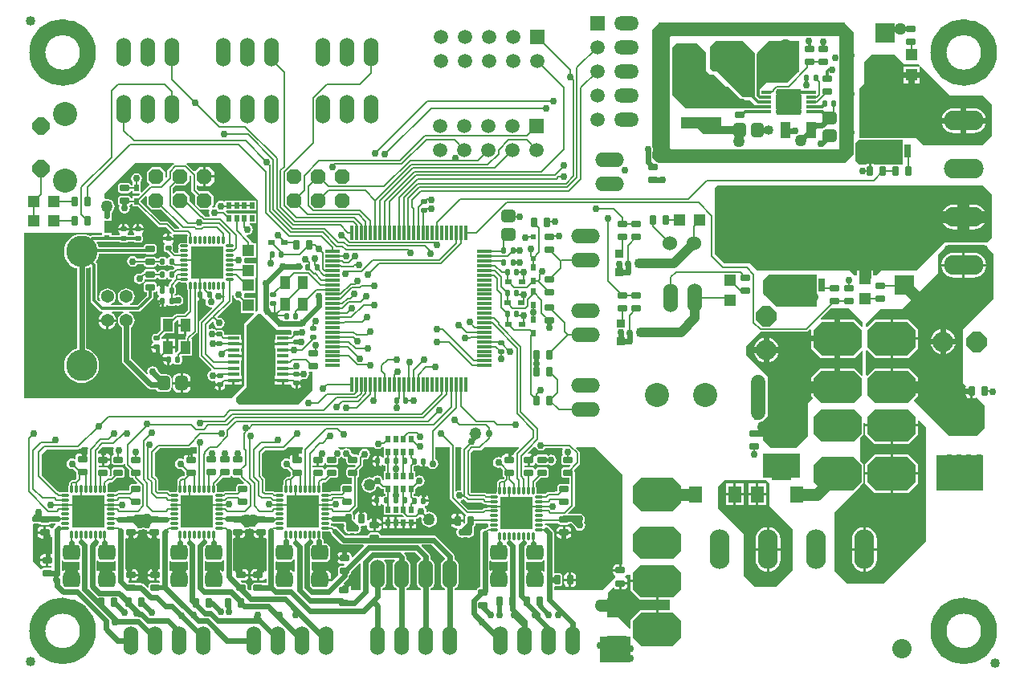
<source format=gtl>
%FSLAX24Y24*%
%MOIN*%
G70*
G01*
G75*
G04 Layer_Physical_Order=1*
G04 Layer_Color=255*
%ADD10C,0.0650*%
%ADD11R,0.0402X0.0118*%
G04:AMPARAMS|DCode=12|XSize=105mil|YSize=105mil|CornerRadius=26.3mil|HoleSize=0mil|Usage=FLASHONLY|Rotation=180.000|XOffset=0mil|YOffset=0mil|HoleType=Round|Shape=RoundedRectangle|*
%AMROUNDEDRECTD12*
21,1,0.1050,0.0525,0,0,180.0*
21,1,0.0525,0.1050,0,0,180.0*
1,1,0.0525,-0.0263,0.0263*
1,1,0.0525,0.0263,0.0263*
1,1,0.0525,0.0263,-0.0263*
1,1,0.0525,-0.0263,-0.0263*
%
%ADD12ROUNDEDRECTD12*%
%ADD13C,0.0600*%
G04:AMPARAMS|DCode=14|XSize=50mil|YSize=50mil|CornerRadius=25mil|HoleSize=0mil|Usage=FLASHONLY|Rotation=90.000|XOffset=0mil|YOffset=0mil|HoleType=Round|Shape=RoundedRectangle|*
%AMROUNDEDRECTD14*
21,1,0.0500,0.0000,0,0,90.0*
21,1,0.0000,0.0500,0,0,90.0*
1,1,0.0500,0.0000,0.0000*
1,1,0.0500,0.0000,0.0000*
1,1,0.0500,0.0000,0.0000*
1,1,0.0500,0.0000,0.0000*
%
%ADD14ROUNDEDRECTD14*%
G04:AMPARAMS|DCode=15|XSize=29.1mil|YSize=39.4mil|CornerRadius=5.8mil|HoleSize=0mil|Usage=FLASHONLY|Rotation=90.000|XOffset=0mil|YOffset=0mil|HoleType=Round|Shape=RoundedRectangle|*
%AMROUNDEDRECTD15*
21,1,0.0291,0.0277,0,0,90.0*
21,1,0.0175,0.0394,0,0,90.0*
1,1,0.0117,0.0139,0.0087*
1,1,0.0117,0.0139,-0.0087*
1,1,0.0117,-0.0139,-0.0087*
1,1,0.0117,-0.0139,0.0087*
%
%ADD15ROUNDEDRECTD15*%
G04:AMPARAMS|DCode=16|XSize=29.1mil|YSize=39.4mil|CornerRadius=5.8mil|HoleSize=0mil|Usage=FLASHONLY|Rotation=180.000|XOffset=0mil|YOffset=0mil|HoleType=Round|Shape=RoundedRectangle|*
%AMROUNDEDRECTD16*
21,1,0.0291,0.0277,0,0,180.0*
21,1,0.0175,0.0394,0,0,180.0*
1,1,0.0117,-0.0087,0.0139*
1,1,0.0117,0.0087,0.0139*
1,1,0.0117,0.0087,-0.0139*
1,1,0.0117,-0.0087,-0.0139*
%
%ADD16ROUNDEDRECTD16*%
%ADD17R,0.1673X0.0465*%
G04:AMPARAMS|DCode=18|XSize=22mil|YSize=24mil|CornerRadius=4.4mil|HoleSize=0mil|Usage=FLASHONLY|Rotation=180.000|XOffset=0mil|YOffset=0mil|HoleType=Round|Shape=RoundedRectangle|*
%AMROUNDEDRECTD18*
21,1,0.0220,0.0152,0,0,180.0*
21,1,0.0132,0.0240,0,0,180.0*
1,1,0.0088,-0.0066,0.0076*
1,1,0.0088,0.0066,0.0076*
1,1,0.0088,0.0066,-0.0076*
1,1,0.0088,-0.0066,-0.0076*
%
%ADD18ROUNDEDRECTD18*%
G04:AMPARAMS|DCode=19|XSize=22mil|YSize=24mil|CornerRadius=4.4mil|HoleSize=0mil|Usage=FLASHONLY|Rotation=90.000|XOffset=0mil|YOffset=0mil|HoleType=Round|Shape=RoundedRectangle|*
%AMROUNDEDRECTD19*
21,1,0.0220,0.0152,0,0,90.0*
21,1,0.0132,0.0240,0,0,90.0*
1,1,0.0088,0.0076,0.0066*
1,1,0.0088,0.0076,-0.0066*
1,1,0.0088,-0.0076,-0.0066*
1,1,0.0088,-0.0076,0.0066*
%
%ADD19ROUNDEDRECTD19*%
G04:AMPARAMS|DCode=20|XSize=52mil|YSize=60mil|CornerRadius=13mil|HoleSize=0mil|Usage=FLASHONLY|Rotation=0.000|XOffset=0mil|YOffset=0mil|HoleType=Round|Shape=RoundedRectangle|*
%AMROUNDEDRECTD20*
21,1,0.0520,0.0340,0,0,0.0*
21,1,0.0260,0.0600,0,0,0.0*
1,1,0.0260,0.0130,-0.0170*
1,1,0.0260,-0.0130,-0.0170*
1,1,0.0260,-0.0130,0.0170*
1,1,0.0260,0.0130,0.0170*
%
%ADD20ROUNDEDRECTD20*%
G04:AMPARAMS|DCode=21|XSize=52mil|YSize=60mil|CornerRadius=13mil|HoleSize=0mil|Usage=FLASHONLY|Rotation=270.000|XOffset=0mil|YOffset=0mil|HoleType=Round|Shape=RoundedRectangle|*
%AMROUNDEDRECTD21*
21,1,0.0520,0.0340,0,0,270.0*
21,1,0.0260,0.0600,0,0,270.0*
1,1,0.0260,-0.0170,-0.0130*
1,1,0.0260,-0.0170,0.0130*
1,1,0.0260,0.0170,0.0130*
1,1,0.0260,0.0170,-0.0130*
%
%ADD21ROUNDEDRECTD21*%
%ADD22R,0.0433X0.0669*%
%ADD23R,0.0200X0.0260*%
%ADD24R,0.0543X0.0709*%
G04:AMPARAMS|DCode=25|XSize=63mil|YSize=71mil|CornerRadius=15.8mil|HoleSize=0mil|Usage=FLASHONLY|Rotation=270.000|XOffset=0mil|YOffset=0mil|HoleType=Round|Shape=RoundedRectangle|*
%AMROUNDEDRECTD25*
21,1,0.0630,0.0395,0,0,270.0*
21,1,0.0315,0.0710,0,0,270.0*
1,1,0.0315,-0.0198,-0.0158*
1,1,0.0315,-0.0198,0.0158*
1,1,0.0315,0.0198,0.0158*
1,1,0.0315,0.0198,-0.0158*
%
%ADD25ROUNDEDRECTD25*%
%ADD26R,0.0500X0.0150*%
%ADD27R,0.0790X0.0790*%
%ADD28R,0.0790X0.0790*%
%ADD29R,0.0280X0.0200*%
%ADD30R,0.0200X0.0280*%
%ADD31R,0.0360X0.0320*%
%ADD32R,0.1260X0.0630*%
%ADD33R,0.0240X0.0240*%
%ADD34R,0.0354X0.1299*%
%ADD35R,0.0420X0.0520*%
%ADD36R,0.0480X0.0480*%
%ADD37R,0.0480X0.0480*%
G04:AMPARAMS|DCode=38|XSize=40mil|YSize=40mil|CornerRadius=20mil|HoleSize=0mil|Usage=FLASHONLY|Rotation=0.000|XOffset=0mil|YOffset=0mil|HoleType=Round|Shape=RoundedRectangle|*
%AMROUNDEDRECTD38*
21,1,0.0400,0.0000,0,0,0.0*
21,1,0.0000,0.0400,0,0,0.0*
1,1,0.0400,0.0000,0.0000*
1,1,0.0400,0.0000,0.0000*
1,1,0.0400,0.0000,0.0000*
1,1,0.0400,0.0000,0.0000*
%
%ADD38ROUNDEDRECTD38*%
%ADD39R,0.0236X0.1319*%
%ADD40R,0.1370X0.1370*%
G04:AMPARAMS|DCode=41|XSize=11mil|YSize=31.5mil|CornerRadius=4.4mil|HoleSize=0mil|Usage=FLASHONLY|Rotation=0.000|XOffset=0mil|YOffset=0mil|HoleType=Round|Shape=RoundedRectangle|*
%AMROUNDEDRECTD41*
21,1,0.0110,0.0227,0,0,0.0*
21,1,0.0022,0.0315,0,0,0.0*
1,1,0.0088,0.0011,-0.0113*
1,1,0.0088,-0.0011,-0.0113*
1,1,0.0088,-0.0011,0.0113*
1,1,0.0088,0.0011,0.0113*
%
%ADD41ROUNDEDRECTD41*%
G04:AMPARAMS|DCode=42|XSize=11mil|YSize=31.5mil|CornerRadius=4.4mil|HoleSize=0mil|Usage=FLASHONLY|Rotation=270.000|XOffset=0mil|YOffset=0mil|HoleType=Round|Shape=RoundedRectangle|*
%AMROUNDEDRECTD42*
21,1,0.0110,0.0227,0,0,270.0*
21,1,0.0022,0.0315,0,0,270.0*
1,1,0.0088,-0.0113,-0.0011*
1,1,0.0088,-0.0113,0.0011*
1,1,0.0088,0.0113,0.0011*
1,1,0.0088,0.0113,-0.0011*
%
%ADD42ROUNDEDRECTD42*%
%ADD43R,0.1370X0.1370*%
%ADD44R,0.0120X0.0600*%
%ADD45R,0.0600X0.0120*%
%ADD46R,0.1970X0.1700*%
%ADD47R,0.0280X0.0560*%
%ADD48C,0.0080*%
%ADD49C,0.0070*%
%ADD50C,0.0200*%
%ADD51C,0.0240*%
%ADD52C,0.0100*%
%ADD53C,0.0500*%
%ADD54C,0.0400*%
%ADD55C,0.0120*%
%ADD56C,0.0160*%
%ADD57C,0.0250*%
%ADD58C,0.0600*%
%ADD59C,0.0320*%
%ADD60R,0.0551X0.0472*%
%ADD61R,0.1929X0.1457*%
%ADD62R,0.1575X0.0984*%
%ADD63R,0.1299X0.1063*%
%ADD64C,0.0800*%
%ADD65P,0.0671X8X22.5*%
G04:AMPARAMS|DCode=66|XSize=140mil|YSize=200mil|CornerRadius=0mil|HoleSize=0mil|Usage=FLASHONLY|Rotation=90.000|XOffset=0mil|YOffset=0mil|HoleType=Round|Shape=Octagon|*
%AMOCTAGOND66*
4,1,8,-0.1000,-0.0350,-0.1000,0.0350,-0.0650,0.0700,0.0650,0.0700,0.1000,0.0350,0.1000,-0.0350,0.0650,-0.0700,-0.0650,-0.0700,-0.1000,-0.0350,0.0*
%
%ADD66OCTAGOND66*%

G04:AMPARAMS|DCode=67|XSize=133.9mil|YSize=200mil|CornerRadius=0mil|HoleSize=0mil|Usage=FLASHONLY|Rotation=90.000|XOffset=0mil|YOffset=0mil|HoleType=Round|Shape=Octagon|*
%AMOCTAGOND67*
4,1,8,-0.1000,-0.0335,-0.1000,0.0335,-0.0665,0.0669,0.0665,0.0669,0.1000,0.0335,0.1000,-0.0335,0.0665,-0.0669,-0.0665,-0.0669,-0.1000,-0.0335,0.0*
%
%ADD67OCTAGOND67*%

%ADD68C,0.0840*%
%ADD69P,0.0909X8X22.5*%
%ADD70P,0.0909X8X112.5*%
%ADD71O,0.0825X0.1650*%
%ADD72O,0.1650X0.0825*%
%ADD73O,0.0600X0.1200*%
%ADD74C,0.1000*%
%ADD75C,0.0540*%
%ADD76C,0.1305*%
%ADD77R,0.0591X0.0591*%
%ADD78O,0.1024X0.0591*%
%ADD79C,0.0591*%
%ADD80O,0.1200X0.0600*%
%ADD81P,0.0758X8X292.5*%
%ADD82R,0.0591X0.0591*%
%ADD83C,0.0300*%
%ADD84C,0.0500*%
%ADD85C,0.0320*%
%ADD86C,0.0400*%
G36*
X50433Y27480D02*
Y25591D01*
X49173Y24331D01*
Y22087D01*
X49297Y21963D01*
X49287Y21910D01*
Y21822D01*
X49535D01*
Y21772D01*
X49585D01*
Y21472D01*
X49623D01*
X49685Y21484D01*
X49737Y21519D01*
X49741Y21519D01*
X50079Y21181D01*
Y20236D01*
X49764Y19921D01*
X48583D01*
X47134Y21370D01*
X47320Y21557D01*
Y21892D01*
X46220D01*
Y21942D01*
X46170D01*
Y22711D01*
X45505D01*
X45204Y22410D01*
X45157Y22429D01*
Y23439D01*
X45204Y23459D01*
X45520Y23142D01*
X46170D01*
Y23942D01*
Y24742D01*
X45520D01*
X45204Y24425D01*
X45157Y24444D01*
Y24567D01*
X45748Y25157D01*
X46654D01*
X48150Y26654D01*
Y27441D01*
X48543Y27835D01*
X50079D01*
X50433Y27480D01*
D02*
G37*
G36*
X28819Y16390D02*
Y15906D01*
X28740Y15787D01*
X28425D01*
X28307Y15906D01*
Y15984D01*
X28714Y16391D01*
X28817D01*
X28819Y16390D01*
D02*
G37*
G36*
X22919Y15933D02*
X22931Y15871D01*
X22973Y15808D01*
X23335Y15446D01*
X23398Y15404D01*
X23472Y15390D01*
X24290D01*
X24309Y15343D01*
X23846Y14881D01*
X23800Y14900D01*
Y14925D01*
X23788Y14987D01*
X23753Y15039D01*
X23700Y15074D01*
X23639Y15086D01*
X23550D01*
Y14838D01*
X23500D01*
Y14788D01*
X23200D01*
Y14750D01*
X23212Y14689D01*
X23247Y14636D01*
X23300Y14601D01*
X23361Y14589D01*
X23489D01*
X23500Y14562D01*
X23472Y14520D01*
X23361D01*
X23311Y14511D01*
X23269Y14482D01*
X23241Y14440D01*
X23231Y14390D01*
Y14215D01*
X23241Y14165D01*
X23264Y14131D01*
X22994Y13861D01*
X22947Y13880D01*
Y13888D01*
X22490D01*
Y13938D01*
X22440D01*
Y14355D01*
X22293D01*
X22225Y14346D01*
X22180Y14328D01*
X22139Y14356D01*
Y14676D01*
X22183Y14700D01*
X22204Y14686D01*
X22293Y14668D01*
X22688D01*
X22776Y14686D01*
X22852Y14736D01*
X22902Y14812D01*
X22920Y14900D01*
Y15215D01*
X22902Y15304D01*
X22852Y15379D01*
X22776Y15430D01*
X22688Y15447D01*
X22652D01*
Y15529D01*
X22637Y15603D01*
X22595Y15666D01*
X22581Y15675D01*
X22586Y15697D01*
Y15923D01*
X22682Y15943D01*
X22828D01*
X22872Y15952D01*
X22873Y15952D01*
X22919Y15933D01*
D02*
G37*
G36*
X16600Y24694D02*
Y24544D01*
X16910D01*
Y24494D01*
X16960D01*
Y24114D01*
X16970Y24088D01*
X16938Y24056D01*
X16914Y24019D01*
X16906Y23977D01*
X16906Y23977D01*
Y23911D01*
X16630D01*
Y23460D01*
X16532Y23362D01*
X16489Y23380D01*
X16485Y23382D01*
Y23531D01*
X16175D01*
Y23581D01*
X16125D01*
Y23941D01*
X15911D01*
Y24000D01*
X16075Y24164D01*
X16455D01*
Y24615D01*
X16553Y24713D01*
X16600Y24694D01*
D02*
G37*
G36*
X47638Y20276D02*
Y15551D01*
X45866Y13780D01*
X44370D01*
X43858Y14291D01*
Y16732D01*
X44921Y17795D01*
Y17832D01*
X45046Y17957D01*
Y18727D01*
X44921Y18852D01*
Y19847D01*
X45046Y19972D01*
Y20435D01*
X45088Y20462D01*
X45120Y20449D01*
Y20392D01*
X47320D01*
Y20528D01*
X47367Y20547D01*
X47638Y20276D01*
D02*
G37*
G36*
X15229Y16013D02*
X15315Y15996D01*
X15323Y15954D01*
X15630D01*
Y15904D01*
X15680D01*
Y15655D01*
X15769D01*
X15821Y15665D01*
X15859Y15633D01*
Y14412D01*
X15821Y14380D01*
X15789Y14386D01*
X15700D01*
Y14138D01*
Y13889D01*
X15789D01*
X15821Y13895D01*
X15840Y13880D01*
Y13830D01*
X15821Y13814D01*
X15789Y13820D01*
X15511D01*
X15461Y13811D01*
X15419Y13782D01*
X15391Y13740D01*
X15381Y13690D01*
Y13624D01*
X15334Y13605D01*
X15200Y13739D01*
X15137Y13781D01*
X15063Y13796D01*
X14850D01*
X14829Y13811D01*
X14779Y13820D01*
X14560D01*
X14532Y13862D01*
X14543Y13889D01*
X14590D01*
Y14138D01*
Y14386D01*
X14501D01*
X14445Y14375D01*
X14406Y14407D01*
Y15633D01*
X14445Y15665D01*
X14497Y15655D01*
X14586D01*
Y15904D01*
X14636D01*
Y15954D01*
X14936D01*
Y15971D01*
X14974Y16003D01*
X15010Y15996D01*
X15096Y16013D01*
X15122Y16031D01*
X15203D01*
X15229Y16013D01*
D02*
G37*
G36*
X24094Y16142D02*
Y16024D01*
X24016Y15945D01*
X23622D01*
Y15984D01*
X23583Y16024D01*
Y16299D01*
X23740Y16457D01*
X23780D01*
X24094Y16142D01*
D02*
G37*
G36*
X35039Y18311D02*
Y14572D01*
X35011D01*
Y14323D01*
X34961D01*
Y14273D01*
X34661D01*
Y14235D01*
X34673Y14174D01*
X34708Y14121D01*
X34748Y14094D01*
X34753Y14045D01*
X34213Y13504D01*
X32202D01*
Y13630D01*
X32240Y13662D01*
X32245Y13661D01*
X32420D01*
X32470Y13671D01*
X32512Y13699D01*
X32541Y13741D01*
X32550Y13791D01*
Y14069D01*
X32541Y14119D01*
X32512Y14161D01*
X32470Y14189D01*
X32420Y14199D01*
X32245D01*
X32240Y14198D01*
X32202Y14230D01*
Y15866D01*
X32187Y15940D01*
X32145Y16003D01*
X32010Y16138D01*
X31947Y16180D01*
X31873Y16195D01*
X31841Y16189D01*
X31824Y16202D01*
X31817Y16240D01*
X31848Y16279D01*
X32374D01*
X32387Y16259D01*
X32429Y16231D01*
X32480Y16221D01*
X32757D01*
X32807Y16231D01*
X32847Y16258D01*
X32933D01*
X33067Y16124D01*
X33070Y16105D01*
X33119Y16032D01*
X33192Y15984D01*
X33278Y15967D01*
X33363Y15984D01*
X33436Y16032D01*
X33485Y16105D01*
X33502Y16191D01*
X33485Y16277D01*
X33457Y16318D01*
Y16344D01*
X33475Y16371D01*
X33492Y16457D01*
X33475Y16543D01*
X33426Y16615D01*
X33354Y16664D01*
X33268Y16681D01*
X33182Y16664D01*
X33169Y16656D01*
X32812D01*
X32793Y16702D01*
X33032Y16941D01*
X33032Y16941D01*
X33056Y16977D01*
X33065Y17020D01*
Y18386D01*
X33056Y18428D01*
X33045Y18446D01*
Y18473D01*
X33040Y18498D01*
X33255Y18714D01*
X33278Y18748D01*
X33287Y18789D01*
X33287Y18789D01*
Y19189D01*
X33278Y19230D01*
X33255Y19265D01*
X33255Y19265D01*
X33116Y19404D01*
X33135Y19450D01*
X33900D01*
X35039Y18311D01*
D02*
G37*
G36*
X31814Y14733D02*
Y14309D01*
X31769Y14286D01*
X31725Y14320D01*
X31662Y14346D01*
X31595Y14355D01*
X31448D01*
Y13938D01*
X31348D01*
Y14355D01*
X31200D01*
X31133Y14346D01*
X31088Y14328D01*
X31046Y14356D01*
Y14676D01*
X31090Y14700D01*
X31111Y14686D01*
X31200Y14668D01*
X31595D01*
X31684Y14686D01*
X31759Y14736D01*
X31766Y14747D01*
X31814Y14733D01*
D02*
G37*
G36*
X45030Y24630D02*
Y24454D01*
X44983Y24435D01*
X44676Y24742D01*
X44096D01*
Y23942D01*
Y23142D01*
X44676D01*
X44983Y23449D01*
X45030Y23430D01*
Y22439D01*
X44983Y22419D01*
X44692Y22711D01*
X44096D01*
Y21942D01*
X43976D01*
Y21822D01*
X42876D01*
Y21557D01*
X42960Y21474D01*
X42756Y21270D01*
Y19892D01*
X42268Y19404D01*
X41198D01*
X40883Y19719D01*
Y19872D01*
X40512D01*
Y20112D01*
X40883D01*
Y20534D01*
X41080Y20731D01*
Y22357D01*
X40171Y23266D01*
Y23635D01*
X40767Y24231D01*
X40768Y24231D01*
X40768Y24231D01*
X42682D01*
X42682Y24231D01*
X42725Y24240D01*
X42761Y24264D01*
X42830Y24333D01*
X42876Y24314D01*
Y24062D01*
X43856D01*
Y24742D01*
X43304D01*
X43285Y24788D01*
X43694Y25197D01*
X44462D01*
X45030Y24630D01*
D02*
G37*
G36*
X16357Y14686D02*
X16446Y14668D01*
X16841D01*
X16930Y14686D01*
X16957Y14704D01*
X17001Y14681D01*
Y14353D01*
X16960Y14325D01*
X16908Y14346D01*
X16841Y14355D01*
X16694D01*
Y13938D01*
X16594D01*
Y14355D01*
X16446D01*
X16379Y14346D01*
X16316Y14320D01*
X16292Y14302D01*
X16247Y14324D01*
Y14707D01*
X16291Y14730D01*
X16357Y14686D01*
D02*
G37*
G36*
X29635D02*
X29724Y14668D01*
X30119D01*
X30208Y14686D01*
X30248Y14713D01*
X30292Y14690D01*
Y14342D01*
X30249Y14320D01*
X30186Y14346D01*
X30119Y14355D01*
X29971D01*
Y13938D01*
X29871D01*
Y14355D01*
X29724D01*
X29657Y14346D01*
X29594Y14320D01*
X29569Y14302D01*
X29524Y14324D01*
Y14707D01*
X29569Y14730D01*
X29635Y14686D01*
D02*
G37*
G36*
X43110Y26511D02*
X43099D01*
Y25811D01*
X43110D01*
Y25276D01*
X41417D01*
X40866Y25827D01*
Y26378D01*
X41102Y26614D01*
X43110D01*
Y26511D01*
D02*
G37*
G36*
X18507Y14733D02*
Y14309D01*
X18462Y14286D01*
X18418Y14320D01*
X18355Y14346D01*
X18288Y14355D01*
X18141D01*
Y13938D01*
X18041D01*
Y14355D01*
X17893D01*
X17826Y14346D01*
X17763Y14320D01*
X17748Y14309D01*
X17704Y14331D01*
Y14700D01*
X17748Y14724D01*
X17804Y14686D01*
X17893Y14668D01*
X18288D01*
X18377Y14686D01*
X18452Y14736D01*
X18459Y14747D01*
X18507Y14733D01*
D02*
G37*
G36*
X21441Y14764D02*
Y14284D01*
X21394Y14267D01*
X21385Y14279D01*
X21331Y14320D01*
X21269Y14346D01*
X21201Y14355D01*
X21054D01*
Y13938D01*
X20954D01*
Y14355D01*
X20806D01*
X20739Y14346D01*
X20694Y14328D01*
X20653Y14356D01*
Y14676D01*
X20697Y14700D01*
X20718Y14686D01*
X20806Y14668D01*
X21201D01*
X21290Y14686D01*
X21365Y14736D01*
X21394Y14778D01*
X21441Y14764D01*
D02*
G37*
G36*
X11889Y14686D02*
X11978Y14668D01*
X12373D01*
X12461Y14686D01*
X12485Y14702D01*
X12529Y14678D01*
Y14355D01*
X12487Y14327D01*
X12440Y14346D01*
X12373Y14355D01*
X12225D01*
Y13938D01*
X12125D01*
Y14355D01*
X11978D01*
X11910Y14346D01*
X11848Y14320D01*
X11813Y14294D01*
X11769Y14316D01*
Y14723D01*
X11814Y14736D01*
X11889Y14686D01*
D02*
G37*
G36*
X20709Y24291D02*
X21283D01*
X21314Y24253D01*
X21314Y24249D01*
Y24149D01*
X21281Y24116D01*
X21271Y24120D01*
Y24120D01*
X21271Y24120D01*
X20631D01*
Y23900D01*
X20601D01*
Y23775D01*
X20951D01*
Y23675D01*
X20601D01*
Y23550D01*
X20631D01*
Y23330D01*
Y23080D01*
Y22825D01*
Y22575D01*
Y22395D01*
X20601D01*
Y22270D01*
X20951D01*
Y22220D01*
X21001D01*
Y22045D01*
X21293D01*
Y22030D01*
X21304Y21974D01*
X21336Y21927D01*
X21384Y21895D01*
X21440Y21884D01*
X21466D01*
Y22096D01*
X21516D01*
Y22146D01*
X21739D01*
Y22162D01*
X21727Y22219D01*
X21722Y22227D01*
X21750Y22268D01*
X21811Y22256D01*
X21897Y22273D01*
X21970Y22322D01*
X22018Y22394D01*
X22035Y22480D01*
X22021Y22552D01*
X22057Y22587D01*
X22066Y22585D01*
X22165D01*
Y21811D01*
X21575Y21220D01*
X19134D01*
X19016Y21339D01*
Y21496D01*
X19449Y21929D01*
Y24488D01*
X19921Y24961D01*
X20039D01*
X20709Y24291D01*
D02*
G37*
G36*
X33386Y16496D02*
Y16181D01*
X33307Y16102D01*
X33189D01*
X32913Y16378D01*
Y16575D01*
X33307D01*
X33386Y16496D01*
D02*
G37*
G36*
X28372Y19406D02*
X28364Y19393D01*
X28355Y19350D01*
X28355Y19350D01*
Y17679D01*
X28316Y17648D01*
X28278Y17655D01*
X28192Y17638D01*
X28156Y17615D01*
X28112Y17638D01*
Y19450D01*
X28349D01*
X28372Y19406D01*
D02*
G37*
G36*
X10630Y16267D02*
X10830D01*
X10841Y16250D01*
X10884Y16222D01*
X10934Y16212D01*
X11211D01*
X11261Y16222D01*
X11303Y16250D01*
X11314Y16266D01*
X11497D01*
X11511Y16219D01*
X11494Y16207D01*
X11438Y16151D01*
X11396Y16088D01*
X11394Y16077D01*
X11345Y16067D01*
X11325Y16096D01*
X11273Y16131D01*
X11211Y16144D01*
X11122D01*
Y15895D01*
Y15646D01*
X11211D01*
X11273Y15658D01*
X11325Y15693D01*
X11333Y15706D01*
X11381Y15691D01*
Y15023D01*
X11342Y14992D01*
X11319Y14996D01*
X11230D01*
Y14748D01*
Y14499D01*
X11319D01*
X11342Y14504D01*
X11359Y14490D01*
Y14440D01*
X11342Y14426D01*
X11319Y14430D01*
X11041D01*
X10991Y14421D01*
X10949Y14392D01*
X10912Y14388D01*
X10591Y14709D01*
Y16236D01*
X10629Y16267D01*
X10630Y16267D01*
D02*
G37*
G36*
X15572Y16497D02*
Y16360D01*
X15315Y16102D01*
X14961D01*
X14724Y16339D01*
Y16535D01*
X14843Y16654D01*
X15415D01*
X15572Y16497D01*
D02*
G37*
G36*
X10945Y16772D02*
Y16339D01*
X10630D01*
X10551Y16417D01*
Y16535D01*
X10827Y16811D01*
X10906D01*
X10945Y16772D01*
D02*
G37*
G36*
X28561Y17179D02*
X28561Y17179D01*
X28597Y17155D01*
X28640Y17146D01*
X28640Y17146D01*
X29219D01*
X29261Y17104D01*
X29261Y17104D01*
X29297Y17080D01*
X29340Y17071D01*
X29415D01*
X29443Y17036D01*
X29700D01*
Y16936D01*
X29443D01*
X29415Y16902D01*
X29337D01*
X29337Y16902D01*
X29294Y16893D01*
X29257Y16869D01*
X29257Y16869D01*
X29229Y16840D01*
X28659D01*
X28328Y17172D01*
X28342Y17220D01*
X28363Y17224D01*
X28436Y17272D01*
X28464Y17275D01*
X28561Y17179D01*
D02*
G37*
G36*
X18863Y18214D02*
X18906Y18185D01*
X18956Y18175D01*
X19148D01*
X19148Y18173D01*
X19173Y18137D01*
X19346Y17963D01*
X19327Y17917D01*
X19153D01*
X19103Y17907D01*
X19060Y17879D01*
X19032Y17836D01*
X19022Y17786D01*
Y17612D01*
X18563D01*
X18563Y17612D01*
X18520Y17604D01*
X18484Y17579D01*
X18474Y17570D01*
X18441Y17576D01*
X18215D01*
X18199Y17592D01*
Y17818D01*
X18191Y17863D01*
X18184Y17872D01*
Y17905D01*
X18455Y18176D01*
X18682D01*
X18732Y18185D01*
X18774Y18214D01*
X18794Y18243D01*
X18844D01*
X18863Y18214D01*
D02*
G37*
G36*
X19961Y16535D02*
Y16339D01*
X19764Y16142D01*
X19370D01*
X19173Y16339D01*
Y16535D01*
X19252Y16614D01*
X19882D01*
X19961Y16535D01*
D02*
G37*
G36*
X13946Y19406D02*
X13927Y19377D01*
X13910Y19291D01*
X13927Y19205D01*
X13949Y19171D01*
X13932Y19129D01*
X13890Y19101D01*
X13861Y19058D01*
X13851Y19008D01*
Y18834D01*
X13861Y18784D01*
X13890Y18741D01*
X13932Y18713D01*
X13982Y18703D01*
X14259D01*
X14309Y18713D01*
X14352Y18741D01*
X14366Y18762D01*
X14414Y18748D01*
Y18701D01*
X14414Y18701D01*
X14422Y18658D01*
X14446Y18621D01*
X14577Y18491D01*
X14573Y18471D01*
Y18296D01*
X14583Y18246D01*
X14611Y18204D01*
X14654Y18176D01*
X14704Y18166D01*
X14733D01*
X14739Y18134D01*
X14763Y18098D01*
X14898Y17963D01*
X14879Y17917D01*
X14704D01*
X14654Y17907D01*
X14611Y17879D01*
X14583Y17836D01*
X14573Y17786D01*
Y17625D01*
X14570Y17622D01*
X14124D01*
X14124Y17622D01*
X14081Y17613D01*
X14045Y17589D01*
X14045Y17589D01*
X14017Y17561D01*
X13986D01*
X13977Y17568D01*
X13932Y17576D01*
X13706D01*
X13690Y17592D01*
Y17818D01*
X13681Y17863D01*
X13675Y17872D01*
Y17916D01*
X13747Y17988D01*
X13835D01*
X13835Y17988D01*
X13878Y17997D01*
X13915Y18021D01*
X14061Y18167D01*
X14259D01*
X14309Y18177D01*
X14352Y18206D01*
X14380Y18248D01*
X14390Y18298D01*
Y18473D01*
X14380Y18523D01*
X14352Y18565D01*
X14309Y18594D01*
X14259Y18604D01*
X13982D01*
X13932Y18594D01*
X13890Y18565D01*
X13861Y18523D01*
X13851Y18473D01*
Y18298D01*
X13855Y18279D01*
X13814Y18237D01*
X13764Y18240D01*
X13754Y18251D01*
X13764Y18298D01*
Y18473D01*
X13754Y18523D01*
X13725Y18565D01*
X13683Y18594D01*
X13633Y18604D01*
X13356D01*
X13320Y18597D01*
X13300Y18613D01*
Y18663D01*
X13320Y18679D01*
X13356Y18672D01*
X13444D01*
Y18921D01*
Y19170D01*
X13356D01*
X13320Y19163D01*
X13281Y19194D01*
Y19261D01*
X13470Y19450D01*
X13922D01*
X13946Y19406D01*
D02*
G37*
G36*
X12877Y19406D02*
X12869Y19394D01*
X12860Y19351D01*
X12860Y19351D01*
Y19203D01*
X12822Y19171D01*
X12786Y19178D01*
X12698D01*
Y18929D01*
X12598D01*
Y19178D01*
X12509D01*
X12447Y19166D01*
X12395Y19131D01*
X12360Y19078D01*
X12348Y19017D01*
Y18969D01*
X12304Y18945D01*
X12286Y18957D01*
X12200Y18974D01*
X12114Y18957D01*
X12041Y18909D01*
X11993Y18836D01*
X11976Y18750D01*
X11993Y18664D01*
X12041Y18591D01*
X12114Y18543D01*
X12200Y18526D01*
X12255Y18537D01*
X12378Y18413D01*
Y18306D01*
X12388Y18258D01*
Y18146D01*
X12328Y18086D01*
X12224D01*
X12224Y18086D01*
X12181Y18078D01*
X12145Y18053D01*
X12145Y18053D01*
X12105Y18013D01*
X12080Y17977D01*
X12072Y17934D01*
X12072Y17934D01*
Y17872D01*
X12066Y17863D01*
X12057Y17818D01*
Y17673D01*
X12037Y17576D01*
X11811D01*
X11766Y17568D01*
X11757Y17561D01*
X11682D01*
X11669Y17575D01*
X11632Y17599D01*
X11601Y17605D01*
X10937Y18269D01*
Y19137D01*
X11148Y19348D01*
X12460D01*
X12460Y19348D01*
X12503Y19356D01*
X12539Y19381D01*
X12609Y19450D01*
X12853D01*
X12877Y19406D01*
D02*
G37*
G36*
X21788D02*
X21764Y19371D01*
X21756Y19328D01*
X21756Y19328D01*
Y19193D01*
X21717Y19161D01*
X21689Y19166D01*
X21600D01*
Y18918D01*
X21500D01*
Y19166D01*
X21411D01*
X21350Y19154D01*
X21297Y19119D01*
X21262Y19067D01*
X21250Y19005D01*
Y18967D01*
X21206Y18944D01*
X21186Y18957D01*
X21100Y18974D01*
X21014Y18957D01*
X20941Y18909D01*
X20893Y18836D01*
X20876Y18750D01*
X20893Y18664D01*
X20941Y18591D01*
X21014Y18543D01*
X21100Y18526D01*
X21163Y18538D01*
X21281Y18421D01*
Y18295D01*
X21285Y18275D01*
X21223Y18214D01*
X21152D01*
X21152Y18214D01*
X21109Y18205D01*
X21072Y18181D01*
X21072Y18181D01*
X21000Y18109D01*
X20976Y18072D01*
X20967Y18029D01*
X20967Y18029D01*
Y17872D01*
X20961Y17863D01*
X20952Y17818D01*
Y17673D01*
X20933Y17576D01*
X20706D01*
X20661Y17568D01*
X20652Y17561D01*
X20629D01*
X20614Y17576D01*
X20577Y17601D01*
X20534Y17609D01*
X20534Y17609D01*
X20246D01*
X20230Y17625D01*
Y18073D01*
X20230Y18073D01*
X20222Y18116D01*
X20198Y18152D01*
X20197Y18152D01*
X20081Y18269D01*
Y19188D01*
X20214Y19321D01*
X20983D01*
X20983Y19321D01*
X21026Y19330D01*
X21063Y19354D01*
X21159Y19450D01*
X21764D01*
X21788Y19406D01*
D02*
G37*
G36*
X19639Y16053D02*
X19724Y16036D01*
X19743Y16017D01*
X19739Y16001D01*
Y15963D01*
X20039D01*
Y15913D01*
X20089D01*
Y15665D01*
X20178D01*
X20227Y15674D01*
X20265Y15643D01*
Y14302D01*
X20217Y14287D01*
X20183Y14339D01*
X20130Y14374D01*
X20069Y14386D01*
X19980D01*
Y14138D01*
Y13889D01*
X20069D01*
X20130Y13901D01*
X20183Y13936D01*
X20217Y13988D01*
X20265Y13974D01*
Y13796D01*
X20140D01*
X20119Y13811D01*
X20069Y13820D01*
X19791D01*
X19741Y13811D01*
X19699Y13782D01*
X19671Y13740D01*
X19661Y13690D01*
Y13515D01*
X19652Y13504D01*
X19541D01*
X19489Y13555D01*
Y13690D01*
X19479Y13740D01*
X19451Y13782D01*
X19409Y13811D01*
X19359Y13820D01*
X19238D01*
X19210Y13862D01*
X19221Y13889D01*
X19359D01*
X19420Y13901D01*
X19473Y13936D01*
X19508Y13989D01*
X19520Y14050D01*
Y14088D01*
X19220D01*
Y14138D01*
X19170D01*
Y14386D01*
X19081D01*
X19020Y14374D01*
X18967Y14339D01*
X18942Y14302D01*
X18895Y14316D01*
Y15637D01*
X18933Y15669D01*
X18956Y15665D01*
X19044D01*
Y15913D01*
X19094D01*
Y15963D01*
X19394D01*
Y15995D01*
X19433Y16027D01*
X19439Y16026D01*
X19525Y16043D01*
X19566Y16070D01*
X19612D01*
X19639Y16053D01*
D02*
G37*
G36*
X17369Y19190D02*
X17331Y19158D01*
X17289Y19166D01*
X17200D01*
Y18918D01*
X17100D01*
Y19166D01*
X17011D01*
X16950Y19154D01*
X16897Y19119D01*
X16862Y19067D01*
X16850Y19005D01*
Y18967D01*
X16806Y18944D01*
X16786Y18957D01*
X16700Y18974D01*
X16614Y18957D01*
X16541Y18909D01*
X16493Y18836D01*
X16476Y18750D01*
X16493Y18664D01*
X16541Y18591D01*
X16614Y18543D01*
X16700Y18526D01*
X16755Y18537D01*
X16881Y18411D01*
Y18295D01*
X16885Y18275D01*
X16837Y18228D01*
X16765D01*
X16765Y18228D01*
X16722Y18219D01*
X16686Y18195D01*
X16686Y18195D01*
X16614Y18122D01*
X16589Y18086D01*
X16581Y18043D01*
X16581Y18043D01*
Y17872D01*
X16575Y17863D01*
X16566Y17818D01*
Y17673D01*
X16546Y17576D01*
X16320D01*
X16275Y17568D01*
X16275Y17567D01*
X16233Y17609D01*
X16197Y17633D01*
X16154Y17642D01*
X16154Y17642D01*
X15795D01*
X15782Y17655D01*
Y18072D01*
X15782Y18072D01*
X15773Y18115D01*
X15749Y18151D01*
X15639Y18261D01*
Y19205D01*
X15834Y19400D01*
X17034D01*
X17034Y19400D01*
X17077Y19409D01*
X17114Y19433D01*
X17131Y19450D01*
X17369D01*
Y19190D01*
D02*
G37*
G36*
X23424Y19015D02*
X23497Y18966D01*
X23583Y18949D01*
X23589Y18944D01*
Y18834D01*
X23599Y18784D01*
X23627Y18741D01*
X23670Y18713D01*
X23720Y18703D01*
X23952D01*
X23971Y18657D01*
X23918Y18604D01*
X23720D01*
X23670Y18594D01*
X23627Y18565D01*
X23599Y18523D01*
X23589Y18473D01*
Y18298D01*
X23599Y18248D01*
X23627Y18206D01*
X23670Y18177D01*
X23720Y18167D01*
X23827D01*
Y17943D01*
X23788Y17912D01*
X23761Y17917D01*
X23483D01*
X23433Y17907D01*
X23391Y17879D01*
X23363Y17836D01*
X23353Y17786D01*
Y17611D01*
X23337Y17592D01*
X22947D01*
X22947Y17592D01*
X22904Y17584D01*
X22876Y17565D01*
X22872Y17568D01*
X22828Y17576D01*
X22601D01*
X22586Y17592D01*
Y17818D01*
X22577Y17863D01*
X22570Y17872D01*
Y17943D01*
X22615Y17988D01*
X22699D01*
X22699Y17988D01*
X22742Y17997D01*
X22778Y18021D01*
X22923Y18166D01*
X23121D01*
X23171Y18176D01*
X23213Y18204D01*
X23242Y18246D01*
X23252Y18296D01*
Y18471D01*
X23242Y18521D01*
X23213Y18564D01*
X23171Y18592D01*
X23121Y18602D01*
X22844D01*
X22794Y18592D01*
X22751Y18564D01*
X22723Y18521D01*
X22722Y18516D01*
X22672D01*
X22671Y18521D01*
X22642Y18564D01*
X22600Y18592D01*
X22550Y18602D01*
X22273D01*
X22223Y18592D01*
X22221Y18591D01*
X22190Y18607D01*
X22185Y18657D01*
X22215Y18682D01*
X22273Y18671D01*
X22361D01*
Y18919D01*
X22461D01*
Y18671D01*
X22550D01*
X22612Y18683D01*
X22664Y18718D01*
X22690Y18756D01*
X22740D01*
X22751Y18739D01*
X22794Y18711D01*
X22844Y18701D01*
X23121D01*
X23171Y18711D01*
X23213Y18739D01*
X23242Y18782D01*
X23252Y18832D01*
Y18969D01*
X23285Y18976D01*
X23357Y19024D01*
X23362Y19032D01*
X23412D01*
X23424Y19015D01*
D02*
G37*
G36*
X31456Y19432D02*
X31505Y19359D01*
X31578Y19310D01*
X31663Y19293D01*
X31749Y19310D01*
X31822Y19359D01*
X31856Y19411D01*
X32561D01*
X32584Y19367D01*
X32559Y19328D01*
X32541Y19242D01*
X32559Y19156D01*
X32580Y19124D01*
X32545Y19101D01*
X32516Y19058D01*
X32506Y19008D01*
Y18834D01*
X32516Y18784D01*
X32545Y18741D01*
X32587Y18713D01*
X32637Y18703D01*
X32876D01*
X32895Y18657D01*
X32842Y18604D01*
X32637D01*
X32587Y18594D01*
X32545Y18565D01*
X32516Y18523D01*
X32506Y18473D01*
Y18298D01*
X32516Y18248D01*
X32545Y18206D01*
X32587Y18177D01*
X32637Y18167D01*
X32841D01*
Y17940D01*
X32802Y17908D01*
X32757Y17917D01*
X32480D01*
X32429Y17907D01*
X32387Y17879D01*
X32359Y17836D01*
X32349Y17786D01*
Y17611D01*
X32155Y17573D01*
X31969D01*
X31969Y17573D01*
X31926Y17564D01*
X31889Y17540D01*
X31842Y17492D01*
X31762D01*
X31752Y17499D01*
X31708Y17508D01*
X31481D01*
X31466Y17523D01*
Y17749D01*
X31457Y17794D01*
X31451Y17803D01*
Y17955D01*
X31663Y18167D01*
X31861D01*
X31911Y18177D01*
X31953Y18206D01*
X31982Y18248D01*
X31992Y18298D01*
Y18473D01*
X31982Y18523D01*
X31953Y18565D01*
X31911Y18594D01*
X31861Y18604D01*
X31584D01*
X31534Y18594D01*
X31491Y18565D01*
X31463Y18523D01*
X31462Y18518D01*
X31412D01*
X31411Y18523D01*
X31383Y18565D01*
X31340Y18594D01*
X31290Y18604D01*
X31013D01*
X30986Y18598D01*
X30968Y18613D01*
Y18663D01*
X30986Y18678D01*
X31013Y18672D01*
X31102D01*
Y18921D01*
X31202D01*
Y18672D01*
X31290D01*
X31352Y18684D01*
X31404Y18719D01*
X31430Y18758D01*
X31480D01*
X31491Y18741D01*
X31534Y18713D01*
X31584Y18703D01*
X31861D01*
X31911Y18713D01*
X31939Y18732D01*
X32001Y18690D01*
X32087Y18673D01*
X32172Y18690D01*
X32245Y18739D01*
X32294Y18812D01*
X32311Y18898D01*
X32294Y18983D01*
X32245Y19056D01*
X32172Y19105D01*
X32087Y19122D01*
X32001Y19105D01*
X31966Y19082D01*
X31953Y19101D01*
X31911Y19129D01*
X31861Y19139D01*
X31584D01*
X31534Y19129D01*
X31491Y19101D01*
X31480Y19084D01*
X31430D01*
X31404Y19122D01*
X31352Y19157D01*
X31290Y19170D01*
X31146D01*
X31127Y19216D01*
X31216Y19305D01*
X31231Y19327D01*
X31354Y19450D01*
X31453D01*
X31456Y19432D01*
D02*
G37*
G36*
X30754Y19404D02*
X30585Y19235D01*
X30561Y19199D01*
X30553Y19156D01*
Y19156D01*
Y19156D01*
Y19156D01*
X30552Y19155D01*
X30550Y19154D01*
X30489Y19166D01*
X30400D01*
Y18918D01*
X30300D01*
Y19166D01*
X30211D01*
X30150Y19154D01*
X30097Y19119D01*
X30062Y19067D01*
X30052Y19013D01*
X30005Y18994D01*
X29986Y19007D01*
X29900Y19024D01*
X29814Y19007D01*
X29741Y18959D01*
X29693Y18886D01*
X29676Y18800D01*
X29693Y18714D01*
X29741Y18641D01*
X29814Y18593D01*
X29900Y18576D01*
X29982Y18592D01*
X30085Y18489D01*
X30081Y18470D01*
Y18295D01*
X30091Y18245D01*
X30119Y18202D01*
X30131Y18194D01*
X30135Y18149D01*
X30102Y18112D01*
X30010D01*
X30010Y18112D01*
X29967Y18104D01*
X29930Y18079D01*
X29930Y18079D01*
X29880Y18029D01*
X29856Y17993D01*
X29847Y17950D01*
X29847Y17950D01*
Y17803D01*
X29841Y17794D01*
X29832Y17749D01*
Y17604D01*
X29813Y17508D01*
X29586D01*
X29542Y17499D01*
X29532Y17492D01*
X29430D01*
X29415Y17507D01*
X29379Y17532D01*
X29336Y17540D01*
X29336Y17540D01*
X28757D01*
X28749Y17548D01*
Y19221D01*
X28839Y19311D01*
X29123D01*
X29123Y19311D01*
X29166Y19319D01*
X29202Y19343D01*
X29309Y19450D01*
X30735D01*
X30754Y19404D01*
D02*
G37*
G36*
X27888Y17341D02*
X27888Y17341D01*
X27896Y17298D01*
X27921Y17262D01*
X28533Y16649D01*
X28533Y16649D01*
X28536Y16647D01*
X28545Y16598D01*
X28524Y16567D01*
X28514Y16517D01*
Y16306D01*
X28473Y16278D01*
X28446Y16289D01*
Y16328D01*
X27948D01*
Y16239D01*
X27960Y16178D01*
X27995Y16125D01*
X28048Y16090D01*
X28109Y16078D01*
X28183D01*
X28207Y16034D01*
X28179Y15991D01*
X28162Y15906D01*
X28179Y15820D01*
X28227Y15747D01*
X28300Y15698D01*
X28386Y15681D01*
X28472Y15698D01*
X28498Y15716D01*
X28549D01*
X28576Y15698D01*
X28661Y15681D01*
X28747Y15698D01*
X28820Y15747D01*
X28869Y15820D01*
X28878Y15865D01*
X28878Y15866D01*
X28881Y15872D01*
X28885Y15878D01*
X28886Y15885D01*
X28889Y15892D01*
X28889Y15899D01*
X28890Y15906D01*
Y16132D01*
X28912Y16147D01*
X28941Y16189D01*
X28950Y16239D01*
Y16279D01*
X29446D01*
X29477Y16240D01*
X29470Y16202D01*
Y16180D01*
X29476Y16151D01*
X29448Y16110D01*
X29423Y16105D01*
X29386Y16080D01*
X29386Y16080D01*
X29360Y16054D01*
X29331Y16060D01*
X29257Y16045D01*
X29194Y16003D01*
X29152Y15940D01*
X29137Y15866D01*
Y13626D01*
X29121D01*
X29071Y13616D01*
X29029Y13588D01*
X29001Y13545D01*
X28992Y13504D01*
X28072D01*
Y13556D01*
X28142Y13609D01*
X28201Y13687D01*
X28238Y13777D01*
X28251Y13873D01*
Y14473D01*
X28238Y14570D01*
X28201Y14660D01*
X28142Y14737D01*
X28072Y14791D01*
Y14907D01*
X28057Y14982D01*
X28015Y15044D01*
X27339Y15720D01*
X27276Y15762D01*
X27202Y15777D01*
X25016D01*
X25009Y15810D01*
X24981Y15852D01*
X24939Y15881D01*
X24889Y15890D01*
X24611D01*
X24561Y15881D01*
X24519Y15852D01*
X24491Y15810D01*
X24484Y15777D01*
X23552D01*
X23247Y16082D01*
X23184Y16124D01*
X23110Y16139D01*
X23081Y16133D01*
X23064Y16149D01*
X23028Y16174D01*
X22985Y16182D01*
X22985Y16182D01*
X22970D01*
X22938Y16221D01*
X22944Y16249D01*
X22961Y16278D01*
X22961Y16278D01*
X23035Y16263D01*
X23464D01*
X23489Y16226D01*
X23511Y16211D01*
Y16171D01*
X23503Y16159D01*
X23486Y16073D01*
X23503Y15987D01*
X23552Y15914D01*
X23563Y15907D01*
X23572Y15894D01*
X23595Y15879D01*
X23609Y15876D01*
X23625Y15866D01*
X23711Y15849D01*
X23796Y15866D01*
X23808Y15874D01*
X23864D01*
X23891Y15856D01*
X23976Y15839D01*
X24062Y15856D01*
X24135Y15904D01*
X24184Y15977D01*
X24201Y16063D01*
X24190Y16118D01*
X24221Y16157D01*
X24292D01*
X24354Y16169D01*
X24406Y16204D01*
X24409Y16202D01*
X24450Y16175D01*
Y16120D01*
X24462Y16059D01*
X24497Y16006D01*
X24550Y15971D01*
X24611Y15959D01*
X24700D01*
Y16208D01*
Y16456D01*
X24611D01*
X24550Y16444D01*
X24498Y16409D01*
X24495Y16411D01*
X24453Y16438D01*
Y16595D01*
X24441Y16657D01*
X24406Y16709D01*
X24354Y16744D01*
X24292Y16757D01*
X24255D01*
Y16457D01*
X24155D01*
Y16757D01*
X24117D01*
X24056Y16744D01*
X24003Y16709D01*
X23968Y16657D01*
X23956Y16595D01*
Y16447D01*
X23929Y16435D01*
X23887Y16463D01*
Y16595D01*
X23878Y16645D01*
X23849Y16688D01*
X23842Y16692D01*
X23837Y16742D01*
X24018Y16923D01*
X24018Y16923D01*
X24043Y16959D01*
X24051Y17002D01*
X24051Y17002D01*
Y18180D01*
X24089Y18206D01*
X24118Y18248D01*
X24128Y18298D01*
Y18473D01*
X24124Y18492D01*
X24254Y18623D01*
X24279Y18659D01*
X24287Y18702D01*
X24287Y18702D01*
Y18899D01*
X24326Y18930D01*
X24350Y18926D01*
X24436Y18943D01*
X24509Y18991D01*
X24557Y19064D01*
X24574Y19150D01*
X24557Y19236D01*
X24509Y19309D01*
X24436Y19357D01*
X24350Y19374D01*
X24264Y19357D01*
X24191Y19309D01*
X24143Y19236D01*
X24126Y19150D01*
X24130Y19129D01*
X24088Y19102D01*
X24047Y19129D01*
X23997Y19139D01*
X23978D01*
X23807Y19173D01*
X23790Y19259D01*
X23741Y19332D01*
X23669Y19380D01*
X23583Y19398D01*
X23497Y19380D01*
X23424Y19332D01*
X23419Y19324D01*
X23369D01*
X23357Y19342D01*
X23285Y19390D01*
X23235Y19400D01*
X23240Y19450D01*
X24730D01*
X24744Y19429D01*
X24817Y19380D01*
X24903Y19363D01*
X24989Y19380D01*
X25061Y19429D01*
X25075Y19450D01*
X25147D01*
Y19448D01*
X25147D01*
Y19048D01*
X25147D01*
X25147Y19036D01*
X25118Y19016D01*
D01*
X25118D01*
X25118Y19016D01*
Y19016D01*
X25069Y19022D01*
X25059Y19038D01*
X25011Y19070D01*
X24955Y19081D01*
X24939D01*
Y18858D01*
Y18635D01*
X24955D01*
X25011Y18647D01*
X25059Y18678D01*
X25090Y18726D01*
D01*
D01*
X25118Y18700D01*
X25118Y18700D01*
Y18700D01*
X25155Y18675D01*
X25200Y18666D01*
X25205D01*
Y18428D01*
X25147D01*
Y18080D01*
X25097Y18075D01*
X25089Y18117D01*
X25041Y18190D01*
X24968Y18239D01*
X24882Y18256D01*
X24796Y18239D01*
X24723Y18190D01*
X24701Y18157D01*
X24631Y18186D01*
X24547Y18197D01*
X24464Y18186D01*
X24386Y18154D01*
X24319Y18102D01*
X24268Y18035D01*
X24235Y17958D01*
X24224Y17874D01*
X24235Y17790D01*
X24268Y17713D01*
X24319Y17646D01*
X24386Y17594D01*
X24464Y17562D01*
X24547Y17551D01*
X24631Y17562D01*
X24709Y17594D01*
X24775Y17646D01*
X24827Y17713D01*
X24859Y17790D01*
X24859Y17791D01*
X24882Y17807D01*
X24937Y17818D01*
X25021Y17734D01*
X25021Y17734D01*
X25057Y17709D01*
X25100Y17701D01*
X25100Y17701D01*
X25147D01*
Y17493D01*
X25205D01*
Y17417D01*
X25170D01*
X25126Y17408D01*
X25088Y17383D01*
D01*
X25088D01*
X25088Y17383D01*
Y17383D01*
X25040Y17388D01*
X25029Y17404D01*
X24981Y17436D01*
X24925Y17447D01*
X24909D01*
Y17224D01*
Y17002D01*
X24925D01*
X24981Y17013D01*
X25029Y17045D01*
X25061Y17092D01*
D01*
D01*
X25088Y17066D01*
X25088Y17066D01*
Y17066D01*
X25126Y17041D01*
X25147Y17037D01*
Y17031D01*
X25147D01*
Y16631D01*
X25911D01*
X25971Y16571D01*
X25952Y16525D01*
X25687D01*
Y16295D01*
Y16065D01*
X25905D01*
Y16295D01*
X26005D01*
Y16065D01*
X26220D01*
Y16295D01*
X26270D01*
Y16345D01*
X26473D01*
X26496Y16463D01*
X26539Y16471D01*
X26575Y16495D01*
X26638Y16558D01*
X26693Y16547D01*
X26694Y16547D01*
X26716Y16521D01*
X26705Y16437D01*
X26716Y16353D01*
X26748Y16276D01*
X26799Y16209D01*
X26866Y16157D01*
X26944Y16125D01*
X27028Y16114D01*
X27111Y16125D01*
X27189Y16157D01*
X27256Y16209D01*
X27307Y16276D01*
X27339Y16353D01*
X27350Y16437D01*
X27339Y16521D01*
X27307Y16598D01*
X27256Y16665D01*
X27189Y16717D01*
X27111Y16749D01*
X27028Y16760D01*
X26944Y16749D01*
X26917Y16771D01*
X26917Y16772D01*
X26900Y16857D01*
X26852Y16930D01*
X26831Y16944D01*
X26846Y16992D01*
X26860D01*
X26917Y17003D01*
X26964Y17035D01*
X26996Y17082D01*
X27007Y17139D01*
Y17165D01*
X26794D01*
Y17215D01*
X26744D01*
Y17437D01*
X26728D01*
X26672Y17426D01*
X26625Y17394D01*
X26614Y17378D01*
X26566Y17373D01*
X26566Y17373D01*
Y17373D01*
X26566D01*
D01*
X26528Y17398D01*
X26483Y17407D01*
X26403D01*
X26382Y17428D01*
Y17493D01*
X26440D01*
Y17698D01*
X26559Y17818D01*
X26614Y17807D01*
X26700Y17824D01*
X26773Y17873D01*
X26821Y17946D01*
X26838Y18031D01*
X26821Y18117D01*
X26773Y18190D01*
X26700Y18239D01*
X26614Y18256D01*
X26528Y18239D01*
X26484Y18209D01*
X26440Y18233D01*
Y18428D01*
X26382D01*
Y18615D01*
X26423Y18656D01*
X26483D01*
X26528Y18665D01*
X26566Y18690D01*
X26566Y18690D01*
Y18690D01*
X26593Y18716D01*
D01*
D01*
X26625Y18669D01*
X26672Y18637D01*
X26728Y18626D01*
X26744D01*
Y18848D01*
X26844D01*
Y18626D01*
X26860D01*
X26917Y18637D01*
X26935Y18649D01*
X26984Y18640D01*
X27017Y18591D01*
X27089Y18543D01*
X27175Y18526D01*
X27261Y18543D01*
X27334Y18591D01*
X27382Y18664D01*
X27400Y18750D01*
X27382Y18836D01*
X27334Y18909D01*
X27287Y18940D01*
Y19450D01*
X27888D01*
Y17341D01*
D02*
G37*
G36*
X26673Y14830D02*
X26670Y14780D01*
X26614Y14737D01*
X26555Y14660D01*
X26517Y14570D01*
X26505Y14473D01*
Y13873D01*
X26517Y13777D01*
X26555Y13687D01*
X26614Y13609D01*
X26684Y13556D01*
Y13504D01*
X26072D01*
Y13556D01*
X26142Y13609D01*
X26201Y13687D01*
X26238Y13777D01*
X26251Y13873D01*
Y14473D01*
X26238Y14570D01*
X26201Y14660D01*
X26142Y14737D01*
X26072Y14791D01*
Y14870D01*
X26057Y14944D01*
X26015Y15007D01*
X25989Y15033D01*
X26008Y15080D01*
X26423D01*
X26673Y14830D01*
D02*
G37*
G36*
X27678Y14834D02*
X27675Y14784D01*
X27614Y14737D01*
X27555Y14660D01*
X27517Y14570D01*
X27505Y14473D01*
Y13873D01*
X27517Y13777D01*
X27555Y13687D01*
X27614Y13609D01*
X27684Y13556D01*
Y13504D01*
X27072D01*
Y13556D01*
X27142Y13609D01*
X27201Y13687D01*
X27238Y13777D01*
X27251Y13873D01*
Y14473D01*
X27238Y14570D01*
X27201Y14660D01*
X27142Y14737D01*
X27072Y14791D01*
Y14899D01*
X27057Y14973D01*
X27015Y15036D01*
X26707Y15343D01*
X26727Y15390D01*
X27122D01*
X27678Y14834D01*
D02*
G37*
G36*
X35396Y13935D02*
X36496D01*
Y13885D01*
X36546D01*
Y13116D01*
X37008D01*
Y12685D01*
X36546D01*
Y11885D01*
X36446D01*
Y12685D01*
X35796D01*
X35396Y12285D01*
Y11913D01*
X35350Y11894D01*
X34449Y12795D01*
Y13386D01*
X34656Y13593D01*
X34706Y13589D01*
X34708Y13586D01*
X34760Y13551D01*
X34822Y13539D01*
X34911D01*
Y13787D01*
X34961D01*
Y13837D01*
X35261D01*
Y13875D01*
X35248Y13937D01*
X35213Y13989D01*
X35161Y14024D01*
X35151Y14026D01*
X35137Y14074D01*
X35197Y14134D01*
X35396D01*
Y13935D01*
D02*
G37*
G36*
X15315Y29845D02*
Y29486D01*
X15505Y29296D01*
X15885D01*
X15901Y29311D01*
X16661Y28552D01*
X16642Y28505D01*
X16485D01*
X16220Y28770D01*
X16184Y28795D01*
X16141Y28803D01*
X16141Y28803D01*
X15893D01*
X15062Y29634D01*
Y29657D01*
X15269Y29864D01*
X15315Y29845D01*
D02*
G37*
G36*
X24194Y14616D02*
Y13510D01*
X24188Y13504D01*
X23790D01*
Y13585D01*
X23778Y13647D01*
X23743Y13699D01*
X23690Y13734D01*
X23629Y13746D01*
X23493D01*
X23474Y13793D01*
X23637Y13956D01*
X23679Y14019D01*
X23694Y14093D01*
Y14097D01*
X23731Y14122D01*
X23759Y14165D01*
X23769Y14215D01*
Y14256D01*
X24148Y14635D01*
X24194Y14616D01*
D02*
G37*
G36*
X25605Y14725D02*
X25555Y14660D01*
X25517Y14570D01*
X25505Y14473D01*
Y13873D01*
X25517Y13777D01*
X25555Y13687D01*
X25614Y13609D01*
X25684Y13556D01*
Y13504D01*
X25072D01*
Y13556D01*
X25142Y13609D01*
X25201Y13687D01*
X25238Y13777D01*
X25251Y13873D01*
Y14473D01*
X25238Y14570D01*
X25201Y14660D01*
X25151Y14725D01*
X25174Y14770D01*
X25582D01*
X25605Y14725D01*
D02*
G37*
G36*
X16437Y31202D02*
X16411Y31185D01*
X16411Y31185D01*
X16186Y30960D01*
X16162Y30923D01*
X16153Y30880D01*
X16153Y30880D01*
Y30658D01*
X16112Y30630D01*
X16075Y30645D01*
Y30866D01*
X15885Y31056D01*
X15505D01*
X15315Y30866D01*
Y30486D01*
X15423Y30378D01*
X15418Y30328D01*
X15412Y30325D01*
X15412Y30325D01*
X15108Y30020D01*
X15062Y30040D01*
Y30407D01*
X15062D01*
X15062Y30464D01*
X15089Y30505D01*
X15106Y30591D01*
X15089Y30676D01*
X15041Y30749D01*
X14968Y30798D01*
X14882Y30815D01*
X14796Y30798D01*
X14723Y30749D01*
X14675Y30676D01*
X14658Y30591D01*
X14675Y30505D01*
X14723Y30432D01*
X14728Y30429D01*
X14722Y30407D01*
X14722D01*
X14722Y30407D01*
Y30309D01*
X14655D01*
X14649Y30336D01*
X14621Y30379D01*
X14578Y30407D01*
X14528Y30417D01*
X14251D01*
X14201Y30407D01*
X14159Y30379D01*
X14130Y30336D01*
X14120Y30286D01*
Y30111D01*
X14130Y30061D01*
X14159Y30019D01*
X14201Y29991D01*
X14251Y29981D01*
X14528D01*
X14578Y29991D01*
X14621Y30019D01*
X14649Y30061D01*
X14654Y30085D01*
X14722D01*
Y29987D01*
X15009D01*
X15028Y29941D01*
X14943Y29856D01*
X14722D01*
Y29758D01*
X14658D01*
X14649Y29801D01*
X14621Y29843D01*
X14578Y29872D01*
X14528Y29882D01*
X14251D01*
X14201Y29872D01*
X14159Y29843D01*
X14130Y29801D01*
X14120Y29751D01*
Y29576D01*
X14130Y29526D01*
X14159Y29484D01*
X14181Y29468D01*
X14173Y29456D01*
X14156Y29370D01*
X14173Y29284D01*
X14221Y29211D01*
X14294Y29163D01*
X14380Y29146D01*
X14466Y29163D01*
X14539Y29211D01*
X14587Y29284D01*
X14604Y29370D01*
X14587Y29456D01*
X14585Y29459D01*
X14621Y29484D01*
X14649Y29526D01*
X14651Y29534D01*
X14722D01*
Y29436D01*
X14943D01*
X15767Y28612D01*
X15767Y28612D01*
X15804Y28587D01*
X15846Y28579D01*
X15846Y28579D01*
X16094D01*
X16333Y28340D01*
X16309Y28296D01*
X16276Y28303D01*
X16250D01*
Y28140D01*
X16423D01*
Y28156D01*
X16412Y28212D01*
X16391Y28243D01*
X16419Y28285D01*
X16438Y28281D01*
X16971D01*
X16998Y28254D01*
Y28217D01*
X16991Y28208D01*
X16983Y28163D01*
Y27937D01*
X16963Y27917D01*
X16737D01*
X16692Y27908D01*
X16654Y27883D01*
X16629Y27846D01*
X16620Y27801D01*
Y27779D01*
X16629Y27734D01*
X16654Y27697D01*
Y27693D01*
X16629Y27656D01*
X16620Y27611D01*
Y27589D01*
X16628Y27551D01*
X16596Y27512D01*
X16479D01*
X16384Y27607D01*
X16392Y27647D01*
Y27779D01*
X16383Y27823D01*
X16358Y27861D01*
X16358Y27861D01*
X16358D01*
X16332Y27888D01*
D01*
X16380Y27920D01*
X16412Y27968D01*
X16423Y28024D01*
Y28040D01*
X15977D01*
Y28024D01*
X15988Y27968D01*
X16020Y27920D01*
X16068Y27888D01*
D01*
X16042Y27861D01*
X16042Y27861D01*
X16042D01*
X16017Y27823D01*
X16008Y27779D01*
Y27647D01*
X16017Y27603D01*
X16042Y27565D01*
X16080Y27540D01*
X16124Y27531D01*
X16143D01*
X16284Y27389D01*
X16270Y27341D01*
X16230Y27333D01*
X16192Y27308D01*
X16176Y27284D01*
X16126D01*
X16109Y27308D01*
X16071Y27333D01*
X16027Y27342D01*
X15895D01*
X15851Y27333D01*
X15813Y27308D01*
X15788Y27270D01*
X15786Y27262D01*
X15711D01*
X15709Y27270D01*
X15681Y27312D01*
X15639Y27340D01*
X15589Y27350D01*
X15311D01*
X15261Y27340D01*
X15219Y27312D01*
X15191Y27270D01*
X15189Y27262D01*
X14910D01*
X14879Y27309D01*
X14806Y27357D01*
X14720Y27374D01*
X14634Y27357D01*
X14561Y27309D01*
X14513Y27236D01*
X14496Y27150D01*
X14513Y27064D01*
X14561Y26991D01*
X14634Y26943D01*
X14720Y26926D01*
X14806Y26943D01*
X14879Y26991D01*
X14910Y27038D01*
X15182D01*
X15191Y26995D01*
X15219Y26952D01*
X15261Y26924D01*
X15311Y26914D01*
X15589D01*
X15639Y26924D01*
X15681Y26952D01*
X15709Y26995D01*
X15718Y27038D01*
X15786D01*
X15788Y27030D01*
X15813Y26992D01*
X15851Y26967D01*
X15895Y26958D01*
X16027D01*
X16071Y26967D01*
X16109Y26992D01*
X16126Y27016D01*
X16176D01*
X16192Y26992D01*
X16230Y26967D01*
X16274Y26958D01*
X16374D01*
X16409Y26922D01*
X16409Y26922D01*
X16433Y26906D01*
X16438Y26859D01*
X16437Y26856D01*
X16374Y26792D01*
X16274D01*
X16230Y26783D01*
X16192Y26758D01*
X16176Y26734D01*
X16126D01*
X16109Y26758D01*
X16071Y26783D01*
X16027Y26792D01*
X15895D01*
X15851Y26783D01*
X15813Y26758D01*
X15788Y26720D01*
X15786Y26712D01*
X15718D01*
X15709Y26755D01*
X15681Y26798D01*
X15639Y26826D01*
X15589Y26836D01*
X15311D01*
X15261Y26826D01*
X15219Y26798D01*
X15191Y26755D01*
X15185Y26729D01*
X15145Y26721D01*
X15108Y26697D01*
X15108Y26697D01*
X15055Y26643D01*
X15000Y26654D01*
X14914Y26637D01*
X14841Y26589D01*
X14793Y26516D01*
X14776Y26430D01*
X14793Y26344D01*
X14841Y26271D01*
X14914Y26223D01*
X15000Y26206D01*
X15086Y26223D01*
X15159Y26271D01*
X15207Y26344D01*
X15224Y26430D01*
Y26430D01*
X15261Y26410D01*
D01*
X15261Y26410D01*
D01*
X15261D01*
X15261D01*
X15261Y26410D01*
X15311Y26400D01*
X15589D01*
X15639Y26410D01*
X15681Y26438D01*
X15709Y26480D01*
X15711Y26488D01*
X15786D01*
X15788Y26480D01*
X15813Y26442D01*
X15851Y26417D01*
X15895Y26408D01*
X16027D01*
X16071Y26417D01*
X16109Y26442D01*
X16126Y26466D01*
X16176D01*
X16192Y26442D01*
X16230Y26417D01*
X16274Y26408D01*
X16334D01*
X16353Y26362D01*
X16258Y26266D01*
X16233Y26230D01*
X16225Y26187D01*
X16225Y26187D01*
Y26132D01*
X16189Y26108D01*
D01*
X16189D01*
X16189Y26108D01*
Y26108D01*
X16141Y26113D01*
X16130Y26130D01*
X16082Y26162D01*
X16026Y26173D01*
X16010D01*
Y25950D01*
X15910D01*
Y26173D01*
X15894D01*
X15838Y26162D01*
X15790Y26130D01*
X15767Y26095D01*
X15719Y26110D01*
Y26170D01*
X15709Y26220D01*
X15681Y26262D01*
X15639Y26291D01*
X15589Y26300D01*
X15311D01*
X15261Y26291D01*
X15219Y26262D01*
X15191Y26220D01*
X15181Y26170D01*
Y25995D01*
X15191Y25945D01*
X15219Y25902D01*
X15261Y25874D01*
X15311Y25864D01*
X15317D01*
Y25741D01*
X14906Y25329D01*
X14607D01*
X14597Y25378D01*
X14630Y25392D01*
X14701Y25446D01*
X14755Y25517D01*
X14790Y25600D01*
X14801Y25689D01*
X14790Y25778D01*
X14755Y25860D01*
X14701Y25931D01*
X14630Y25986D01*
X14547Y26020D01*
X14458Y26032D01*
X14370Y26020D01*
X14287Y25986D01*
X14216Y25931D01*
X14161Y25860D01*
X14127Y25778D01*
X14115Y25689D01*
X14127Y25600D01*
X14161Y25517D01*
X14216Y25446D01*
X14287Y25392D01*
X14320Y25378D01*
X14310Y25329D01*
X13817D01*
X13807Y25378D01*
X13840Y25392D01*
X13911Y25446D01*
X13965Y25517D01*
X14000Y25600D01*
X14011Y25689D01*
X14000Y25778D01*
X13965Y25860D01*
X13911Y25931D01*
X13840Y25986D01*
X13757Y26020D01*
X13668Y26032D01*
X13580Y26020D01*
X13497Y25986D01*
X13426Y25931D01*
X13371Y25860D01*
X13337Y25778D01*
X13325Y25689D01*
X13337Y25600D01*
X13371Y25519D01*
X13329Y25492D01*
X13243Y25578D01*
Y27002D01*
X13232Y27053D01*
X13204Y27096D01*
X13176Y27124D01*
X13202Y27156D01*
X13269Y27281D01*
X13310Y27417D01*
X13317Y27480D01*
X15231D01*
X15261Y27459D01*
X15311Y27450D01*
X15589D01*
X15639Y27459D01*
X15681Y27488D01*
X15709Y27530D01*
X15719Y27580D01*
Y27755D01*
X15709Y27805D01*
X15681Y27848D01*
X15639Y27876D01*
X15589Y27886D01*
X15311D01*
X15261Y27876D01*
X15219Y27848D01*
X15191Y27805D01*
X15181Y27755D01*
Y27745D01*
X13297D01*
X13269Y27837D01*
X13217Y27935D01*
X13243Y27978D01*
X13452D01*
Y27963D01*
X13832D01*
Y27978D01*
X14179D01*
X14187Y27965D01*
X14225Y27940D01*
X14269Y27931D01*
X14421D01*
X14466Y27940D01*
X14503Y27965D01*
X14512Y27978D01*
X14777D01*
X14787Y27962D01*
X14825Y27937D01*
X14869Y27928D01*
X15021D01*
X15066Y27937D01*
X15103Y27962D01*
X15129Y28000D01*
X15138Y28044D01*
Y28176D01*
X15129Y28221D01*
X15103Y28258D01*
X15103Y28258D01*
X15103D01*
X15077Y28287D01*
D01*
X15125Y28319D01*
X15157Y28367D01*
X15168Y28423D01*
Y28439D01*
X14722D01*
Y28423D01*
X14734Y28367D01*
X14765Y28319D01*
X14813Y28287D01*
D01*
X14787Y28258D01*
X14787Y28258D01*
X14787D01*
X14777Y28243D01*
X14516D01*
X14503Y28261D01*
X14503Y28261D01*
X14503D01*
X14477Y28288D01*
D01*
X14525Y28320D01*
X14557Y28368D01*
X14568Y28424D01*
Y28440D01*
X14122D01*
Y28424D01*
X14134Y28368D01*
X14165Y28320D01*
X14213Y28288D01*
D01*
X14187Y28261D01*
X14187Y28261D01*
X14187D01*
X14175Y28243D01*
X13832D01*
Y28343D01*
X13563D01*
Y28343D01*
Y28346D01*
X13563Y28378D01*
X13563Y28378D01*
X13563D01*
Y28836D01*
X13623D01*
X13642Y28832D01*
X13660Y28836D01*
X13832D01*
Y29007D01*
X13835Y29026D01*
Y29174D01*
X13870Y29201D01*
X13921Y29268D01*
X13953Y29346D01*
X13964Y29429D01*
X13953Y29513D01*
X13921Y29591D01*
X13870Y29657D01*
X13803Y29709D01*
X13725Y29741D01*
X13642Y29752D01*
X13601Y29746D01*
X13563Y29779D01*
Y29970D01*
X13553Y29980D01*
X14823Y31250D01*
X16423D01*
X16437Y31202D01*
D02*
G37*
G36*
X17153Y30694D02*
Y30106D01*
X17153Y30106D01*
X17162Y30063D01*
X17186Y30026D01*
X17315Y29897D01*
Y29866D01*
X17315Y29866D01*
X17315Y29866D01*
Y29486D01*
X17505Y29296D01*
X17848D01*
X17898Y29262D01*
X17903Y29257D01*
X17886Y29173D01*
X17903Y29087D01*
X17922Y29059D01*
X17898Y29015D01*
X17741D01*
X17657Y29099D01*
X17621Y29124D01*
X17601Y29128D01*
X17075Y29653D01*
Y29866D01*
X16885Y30056D01*
X16505D01*
X16424Y29974D01*
X16377Y29993D01*
Y30199D01*
X16474Y30296D01*
X16505D01*
X16505Y30296D01*
X16505Y30296D01*
X16885D01*
X17075Y30486D01*
Y30706D01*
X17112Y30721D01*
X17153Y30694D01*
D02*
G37*
G36*
X19902Y29705D02*
Y25114D01*
X19860Y25086D01*
X19828Y25100D01*
Y25635D01*
X19366D01*
X19330Y25671D01*
X19332Y25673D01*
X19349Y25759D01*
X19339Y25810D01*
X19371Y25848D01*
X19828D01*
Y26465D01*
X19838D01*
Y27085D01*
X19364D01*
X19332Y27124D01*
X19348Y27205D01*
X19337Y27260D01*
X19369Y27298D01*
X19838D01*
Y27918D01*
X19813D01*
X19640Y27953D01*
X19631Y27996D01*
X19607Y28032D01*
X19431Y28208D01*
X19455Y28252D01*
X19477Y28247D01*
X19563Y28264D01*
X19636Y28313D01*
X19684Y28386D01*
X19701Y28472D01*
X19684Y28557D01*
X19636Y28630D01*
X19568Y28675D01*
X19583Y28723D01*
X19845D01*
Y29123D01*
X18681D01*
X18592Y29212D01*
X18611Y29259D01*
X19845D01*
Y29659D01*
X18553D01*
Y29648D01*
X18509Y29625D01*
X18462Y29656D01*
X18376Y29673D01*
X18290Y29656D01*
X18217Y29607D01*
X18169Y29535D01*
X18152Y29449D01*
X18155Y29431D01*
X18120Y29396D01*
X18110Y29398D01*
X18041Y29384D01*
X18018Y29428D01*
X18075Y29486D01*
Y29866D01*
X17885Y30056D01*
X17505D01*
X17505Y30056D01*
X17505Y30056D01*
X17474D01*
X17377Y30152D01*
Y30313D01*
X17424Y30332D01*
X17490Y30266D01*
X17645D01*
Y30676D01*
Y31086D01*
X17490D01*
X17309Y30905D01*
X17259Y30905D01*
X16979Y31185D01*
X16953Y31202D01*
X16968Y31250D01*
X18356D01*
X19902Y29705D01*
D02*
G37*
G36*
X41142Y17953D02*
Y17008D01*
X42126Y16024D01*
Y14331D01*
X41417Y13622D01*
X40551D01*
X40079Y14094D01*
Y15827D01*
X39016Y16890D01*
Y17795D01*
X39291Y18071D01*
X41024D01*
X41142Y17953D01*
D02*
G37*
G36*
X44650Y36670D02*
Y36492D01*
Y31610D01*
X44280Y31240D01*
X36536D01*
X36531Y31248D01*
X36489Y31276D01*
X36483Y31277D01*
X36294Y31466D01*
Y31694D01*
X36307Y31714D01*
X36324Y31800D01*
X36307Y31886D01*
X36290Y31912D01*
Y36760D01*
X36590Y37060D01*
X44260D01*
X44650Y36670D01*
D02*
G37*
G36*
X46693Y32102D02*
X46682D01*
Y31402D01*
X46693D01*
Y31220D01*
X46654Y31181D01*
X45490D01*
X45472Y31193D01*
X45410Y31205D01*
X45373D01*
Y30905D01*
X45273D01*
Y31205D01*
X45235D01*
X45174Y31193D01*
X45156Y31181D01*
X44882D01*
X44724Y31339D01*
Y32087D01*
X44843Y32205D01*
X46693D01*
Y32102D01*
D02*
G37*
G36*
X13452Y28343D02*
X13452Y28311D01*
X13452Y28311D01*
X13452D01*
Y28243D01*
X13060D01*
X13009Y28233D01*
X12966Y28204D01*
X12952Y28189D01*
X12876Y28230D01*
X12740Y28271D01*
X12598Y28285D01*
X12457Y28271D01*
X12321Y28230D01*
X12195Y28163D01*
X12085Y28072D01*
X11995Y27962D01*
X11928Y27837D01*
X11886Y27701D01*
X11872Y27559D01*
X11886Y27417D01*
X11928Y27281D01*
X11995Y27156D01*
X12085Y27046D01*
X12195Y26955D01*
X12321Y26888D01*
X12405Y26863D01*
Y23523D01*
X12321Y23498D01*
X12195Y23430D01*
X12085Y23340D01*
X11995Y23230D01*
X11928Y23105D01*
X11886Y22968D01*
X11872Y22827D01*
X11886Y22685D01*
X11928Y22549D01*
X11995Y22424D01*
X12085Y22313D01*
X12195Y22223D01*
X12321Y22156D01*
X12457Y22115D01*
X12598Y22101D01*
X12740Y22115D01*
X12876Y22156D01*
X13002Y22223D01*
X13112Y22313D01*
X13202Y22424D01*
X13269Y22549D01*
X13310Y22685D01*
X13324Y22827D01*
X13310Y22968D01*
X13269Y23105D01*
X13202Y23230D01*
X13112Y23340D01*
X13002Y23430D01*
X12876Y23498D01*
X12792Y23523D01*
Y26863D01*
X12876Y26888D01*
X12935Y26919D01*
X12977Y26894D01*
Y25523D01*
X12988Y25473D01*
X13016Y25430D01*
X13343Y25103D01*
X13386Y25074D01*
X13436Y25064D01*
X13462D01*
X13478Y25017D01*
X13405Y24961D01*
X13345Y24883D01*
X13308Y24793D01*
X13302Y24747D01*
X14035D01*
X14029Y24793D01*
X13992Y24883D01*
X13932Y24961D01*
X13859Y25017D01*
X13875Y25064D01*
X14329D01*
X14339Y25015D01*
X14287Y24994D01*
X14216Y24939D01*
X14161Y24868D01*
X14127Y24786D01*
X14115Y24697D01*
X14127Y24608D01*
X14161Y24525D01*
X14216Y24454D01*
X14265Y24417D01*
Y23049D01*
X14279Y22975D01*
X14321Y22912D01*
X15333Y21900D01*
X15396Y21858D01*
X15470Y21844D01*
X15683D01*
X15724Y21782D01*
X15790Y21738D01*
X15868Y21723D01*
X16128D01*
X16206Y21738D01*
X16272Y21782D01*
X16316Y21848D01*
X16332Y21926D01*
Y22266D01*
X16316Y22344D01*
X16272Y22411D01*
X16206Y22455D01*
X16128Y22470D01*
X15898D01*
X15772Y22596D01*
X15758Y22665D01*
X15710Y22737D01*
X15637Y22786D01*
X15551Y22803D01*
X15465Y22786D01*
X15393Y22737D01*
X15344Y22665D01*
X15327Y22579D01*
X15341Y22508D01*
X15297Y22485D01*
X14652Y23129D01*
Y24417D01*
X14701Y24454D01*
X14755Y24525D01*
X14790Y24608D01*
X14801Y24697D01*
X14790Y24786D01*
X14755Y24868D01*
X14701Y24939D01*
X14630Y24994D01*
X14578Y25015D01*
X14588Y25064D01*
X14961D01*
X15011Y25074D01*
X15054Y25103D01*
X15544Y25592D01*
X15572Y25635D01*
X15583Y25686D01*
Y25864D01*
X15589D01*
X15639Y25874D01*
X15681Y25902D01*
X15699Y25930D01*
X15747Y25915D01*
Y25874D01*
X15758Y25818D01*
X15790Y25770D01*
X15820Y25750D01*
Y25700D01*
X15790Y25680D01*
X15758Y25632D01*
X15747Y25576D01*
Y25550D01*
X15960D01*
Y25500D01*
X16010D01*
Y25277D01*
X16026D01*
X16082Y25288D01*
X16130Y25320D01*
X16162Y25368D01*
D01*
D01*
X16189Y25342D01*
X16189Y25342D01*
Y25342D01*
X16227Y25317D01*
X16271Y25308D01*
X16330D01*
X16337Y25306D01*
X16344Y25308D01*
X16403D01*
X16447Y25317D01*
X16479Y25338D01*
X16498D01*
X16518Y25324D01*
X16604Y25307D01*
X16690Y25324D01*
X16763Y25373D01*
X16812Y25446D01*
X16829Y25531D01*
X16812Y25617D01*
X16763Y25690D01*
X16690Y25739D01*
X16604Y25756D01*
X16518Y25739D01*
X16511Y25734D01*
X16464Y25751D01*
X16457Y25773D01*
X16485Y25792D01*
X16510Y25830D01*
X16519Y25874D01*
Y26026D01*
X16510Y26070D01*
X16485Y26108D01*
X16477Y26114D01*
X16472Y26163D01*
X16607Y26299D01*
X16683D01*
X16692Y26293D01*
X16737Y26284D01*
X16963D01*
X16983Y26187D01*
Y26042D01*
X16991Y25997D01*
X16998Y25988D01*
Y25121D01*
X16863Y24986D01*
X16555D01*
X16555Y24986D01*
X16512Y24978D01*
X16476Y24953D01*
X16476Y24953D01*
X16347Y24824D01*
X15895D01*
Y24302D01*
X15742Y24149D01*
X15642D01*
X15598Y24140D01*
X15560Y24115D01*
X15535Y24077D01*
X15526Y24033D01*
Y23901D01*
X15535Y23856D01*
X15560Y23818D01*
X15560Y23818D01*
X15560D01*
X15586Y23791D01*
X15586D01*
X15586Y23791D01*
X15539Y23759D01*
X15507Y23712D01*
X15496Y23656D01*
Y23640D01*
X15718D01*
Y23590D01*
X15769D01*
Y23377D01*
X15795D01*
X15827Y23383D01*
X15865Y23351D01*
Y23221D01*
X15970D01*
X16002Y23183D01*
X15995Y23147D01*
Y23121D01*
X16208D01*
Y23071D01*
X16258D01*
Y22848D01*
X16274D01*
X16330Y22859D01*
X16377Y22891D01*
X16409Y22939D01*
D01*
D01*
X16436Y22913D01*
X16436Y22913D01*
Y22913D01*
X16474Y22887D01*
X16519Y22879D01*
X16651D01*
X16695Y22887D01*
X16733Y22913D01*
X16758Y22950D01*
X16767Y22995D01*
Y23147D01*
X16758Y23191D01*
X16747Y23207D01*
X16771Y23251D01*
X17190D01*
Y23911D01*
X17176D01*
X17157Y23957D01*
X17376Y24176D01*
X17376Y24176D01*
X17400Y24212D01*
X17409Y24255D01*
Y25506D01*
X17447Y25538D01*
X17461Y25535D01*
X17477D01*
Y25758D01*
X17577D01*
Y25535D01*
X17593D01*
X17649Y25546D01*
X17696Y25578D01*
X17709Y25597D01*
X17758Y25587D01*
X17764Y25557D01*
X17763Y25556D01*
X17746Y25470D01*
X17763Y25384D01*
X17811Y25311D01*
X17884Y25263D01*
X17970Y25246D01*
X17997Y25251D01*
X18021Y25207D01*
X17502Y24689D01*
X17478Y24652D01*
X17470Y24609D01*
X17470Y24609D01*
Y23239D01*
X17470Y23239D01*
X17478Y23196D01*
X17502Y23160D01*
X17991Y22671D01*
X17977Y22623D01*
X17955Y22619D01*
X17883Y22570D01*
X17834Y22497D01*
X17817Y22411D01*
X17834Y22326D01*
X17883Y22253D01*
X17955Y22204D01*
X18041Y22187D01*
X18103Y22199D01*
X18130Y22158D01*
X18125Y22150D01*
X18114Y22094D01*
Y22078D01*
X18337D01*
Y22028D01*
X18387D01*
Y21815D01*
X18413D01*
X18469Y21826D01*
X18516Y21858D01*
X18548Y21905D01*
X18559Y21962D01*
Y22045D01*
X18848D01*
Y22220D01*
X18898D01*
Y22270D01*
X19248D01*
Y22395D01*
X19218D01*
Y22575D01*
Y22825D01*
Y23050D01*
X19248D01*
Y23175D01*
X18898D01*
Y23275D01*
X19248D01*
Y23400D01*
X19218D01*
Y23550D01*
X19248D01*
Y23675D01*
X18898D01*
Y23775D01*
X19248D01*
Y23900D01*
X19218D01*
Y24120D01*
X18578D01*
Y24117D01*
X18561Y24110D01*
X18519Y24137D01*
Y24190D01*
X18510Y24234D01*
X18485Y24272D01*
X18447Y24297D01*
X18403Y24306D01*
X18251D01*
X18206Y24297D01*
X18186Y24284D01*
X18180Y24292D01*
X18107Y24341D01*
X18022Y24358D01*
X17936Y24341D01*
X17908Y24322D01*
X17864Y24346D01*
Y24477D01*
X18043Y24656D01*
X18059D01*
X18091Y24617D01*
X18086Y24590D01*
X18103Y24504D01*
X18151Y24431D01*
X18224Y24383D01*
X18310Y24366D01*
X18396Y24383D01*
X18469Y24431D01*
X18517Y24504D01*
X18534Y24590D01*
X18517Y24676D01*
X18469Y24749D01*
X18396Y24797D01*
X18310Y24814D01*
X18259Y24804D01*
X18235Y24848D01*
X18824Y25437D01*
X18824Y25437D01*
X18849Y25474D01*
X18857Y25517D01*
X18857Y25517D01*
Y25723D01*
X18907Y25728D01*
X18918Y25673D01*
X18966Y25601D01*
X19039Y25552D01*
X19125Y25535D01*
X19145Y25539D01*
X19208Y25476D01*
Y25015D01*
X19743D01*
X19762Y24969D01*
X19331Y24537D01*
Y21998D01*
X18799Y21467D01*
X10226D01*
Y28346D01*
X13448D01*
X13452Y28343D01*
D02*
G37*
G36*
X50394Y29921D02*
Y28150D01*
X50197Y27953D01*
X48425D01*
X47244Y26772D01*
X45768D01*
X45571Y26575D01*
X45458D01*
Y26784D01*
X45368D01*
Y26444D01*
X44868D01*
Y26784D01*
X44778D01*
Y26575D01*
X44685D01*
X44488Y26772D01*
X40650D01*
X40354Y27067D01*
X39272D01*
X38878Y27461D01*
Y29134D01*
Y30217D01*
X38976Y30315D01*
X50000D01*
X50394Y29921D01*
D02*
G37*
G36*
X46752Y35335D02*
X47343D01*
X47396Y35281D01*
X47395Y35278D01*
D01*
X47377Y35235D01*
X46707D01*
Y35015D01*
X47387D01*
Y35225D01*
X47430Y35242D01*
D01*
X47433Y35244D01*
X48622Y34055D01*
X50000D01*
X50394Y33661D01*
Y32382D01*
X50000Y31988D01*
X47539D01*
X47244Y32283D01*
X44882D01*
Y34350D01*
X45079Y34547D01*
Y35433D01*
X45374Y35728D01*
X46358D01*
X46752Y35335D01*
D02*
G37*
G36*
X13346Y14686D02*
X13434Y14668D01*
X13829D01*
X13918Y14686D01*
X13975Y14724D01*
X14019Y14700D01*
Y14331D01*
X13974Y14309D01*
X13959Y14320D01*
X13897Y14346D01*
X13829Y14355D01*
X13682D01*
Y13938D01*
X13582D01*
Y14355D01*
X13434D01*
X13367Y14346D01*
X13305Y14320D01*
X13271Y14295D01*
X13226Y14317D01*
Y14713D01*
X13270Y14736D01*
Y14736D01*
D01*
X13346Y14686D01*
D02*
G37*
%LPC*%
G36*
X39659Y17430D02*
X39337D01*
Y17026D01*
X39659D01*
Y17430D01*
D02*
G37*
G36*
X25267Y16245D02*
X25117D01*
Y16065D01*
X25267D01*
Y16245D01*
D02*
G37*
G36*
X24809Y17174D02*
X24646D01*
Y17148D01*
X24658Y17092D01*
X24689Y17045D01*
X24737Y17013D01*
X24793Y17002D01*
X24809D01*
Y17174D01*
D02*
G37*
G36*
X19880Y14088D02*
X19630D01*
Y14050D01*
X19642Y13989D01*
X19677Y13936D01*
X19730Y13901D01*
X19791Y13889D01*
X19880D01*
Y14088D01*
D02*
G37*
G36*
X15600D02*
X15350D01*
Y14050D01*
X15362Y13989D01*
X15397Y13936D01*
X15450Y13901D01*
X15511Y13889D01*
X15600D01*
Y14088D01*
D02*
G37*
G36*
X40080Y17430D02*
X39759D01*
Y17026D01*
X40080D01*
Y17430D01*
D02*
G37*
G36*
X14940Y14088D02*
X14690D01*
Y13889D01*
X14779D01*
X14840Y13901D01*
X14893Y13936D01*
X14928Y13989D01*
X14940Y14050D01*
Y14088D01*
D02*
G37*
G36*
X25587Y16525D02*
X25367D01*
Y16295D01*
Y16065D01*
X25587D01*
Y16295D01*
Y16525D01*
D02*
G37*
G36*
X25267D02*
X25117D01*
Y16345D01*
X25267D01*
Y16525D01*
D02*
G37*
G36*
X28147Y16678D02*
X28109D01*
X28048Y16666D01*
X27995Y16631D01*
X27960Y16578D01*
X27948Y16517D01*
Y16428D01*
X28147D01*
Y16678D01*
D02*
G37*
G36*
X24889Y16456D02*
X24800D01*
Y16258D01*
X25050D01*
Y16295D01*
X25038Y16357D01*
X25003Y16409D01*
X24950Y16444D01*
X24889Y16456D01*
D02*
G37*
G36*
X36446Y13835D02*
X35396D01*
Y13500D01*
X35781Y13116D01*
X36446D01*
Y13835D01*
D02*
G37*
G36*
X28284Y16678D02*
X28247D01*
Y16428D01*
X28446D01*
Y16517D01*
X28433Y16578D01*
X28398Y16631D01*
X28346Y16666D01*
X28284Y16678D01*
D02*
G37*
G36*
X32818Y13880D02*
X32619D01*
Y13791D01*
X32631Y13730D01*
X32666Y13677D01*
X32719Y13642D01*
X32780Y13630D01*
X32818D01*
Y13880D01*
D02*
G37*
G36*
X33116D02*
X32918D01*
Y13630D01*
X32955D01*
X33017Y13642D01*
X33069Y13677D01*
X33104Y13730D01*
X33116Y13791D01*
Y13880D01*
D02*
G37*
G36*
X35261Y13737D02*
X35011D01*
Y13539D01*
X35099D01*
X35161Y13551D01*
X35213Y13586D01*
X35248Y13638D01*
X35261Y13700D01*
Y13737D01*
D02*
G37*
G36*
X26470Y16245D02*
X26320D01*
Y16065D01*
X26470D01*
Y16245D01*
D02*
G37*
G36*
X32818Y14230D02*
X32780D01*
X32719Y14218D01*
X32666Y14183D01*
X32631Y14130D01*
X32619Y14069D01*
Y13980D01*
X32818D01*
Y14230D01*
D02*
G37*
G36*
X23450Y15086D02*
X23361D01*
X23300Y15074D01*
X23247Y15039D01*
X23212Y14987D01*
X23200Y14925D01*
Y14888D01*
X23450D01*
Y15086D01*
D02*
G37*
G36*
X11130Y14996D02*
X11041D01*
X10980Y14984D01*
X10927Y14949D01*
X10892Y14897D01*
X10880Y14835D01*
Y14798D01*
X11130D01*
Y14996D01*
D02*
G37*
G36*
X19359Y14386D02*
X19270D01*
Y14188D01*
X19520D01*
Y14225D01*
X19508Y14287D01*
X19473Y14339D01*
X19420Y14374D01*
X19359Y14386D01*
D02*
G37*
G36*
X15600D02*
X15511D01*
X15450Y14374D01*
X15397Y14339D01*
X15362Y14287D01*
X15350Y14225D01*
Y14188D01*
X15600D01*
Y14386D01*
D02*
G37*
G36*
X45037Y16120D02*
X44953Y16109D01*
X44828Y16057D01*
X44721Y15975D01*
X44639Y15868D01*
X44587Y15743D01*
X44570Y15609D01*
Y15247D01*
X45037D01*
Y16120D01*
D02*
G37*
G36*
X41137D02*
Y15247D01*
X41604D01*
Y15609D01*
X41586Y15743D01*
X41534Y15868D01*
X41452Y15975D01*
X41345Y16057D01*
X41220Y16109D01*
X41137Y16120D01*
D02*
G37*
G36*
X41037D02*
X40953Y16109D01*
X40828Y16057D01*
X40721Y15975D01*
X40639Y15868D01*
X40587Y15743D01*
X40570Y15609D01*
Y15247D01*
X41037D01*
Y16120D01*
D02*
G37*
G36*
X41604Y15147D02*
X41137D01*
Y14274D01*
X41220Y14285D01*
X41345Y14337D01*
X41452Y14419D01*
X41534Y14526D01*
X41586Y14651D01*
X41604Y14784D01*
Y15147D01*
D02*
G37*
G36*
X45037D02*
X44570D01*
Y14784D01*
X44587Y14651D01*
X44639Y14526D01*
X44721Y14419D01*
X44828Y14337D01*
X44953Y14285D01*
X45037Y14274D01*
Y15147D01*
D02*
G37*
G36*
X45604D02*
X45137D01*
Y14274D01*
X45220Y14285D01*
X45345Y14337D01*
X45452Y14419D01*
X45534Y14526D01*
X45586Y14651D01*
X45604Y14784D01*
Y15147D01*
D02*
G37*
G36*
X34911Y14572D02*
X34822D01*
X34760Y14559D01*
X34708Y14524D01*
X34673Y14472D01*
X34661Y14410D01*
Y14373D01*
X34911D01*
Y14572D01*
D02*
G37*
G36*
X19880Y14386D02*
X19791D01*
X19730Y14374D01*
X19677Y14339D01*
X19642Y14287D01*
X19630Y14225D01*
Y14188D01*
X19880D01*
Y14386D01*
D02*
G37*
G36*
X11130Y14698D02*
X10880D01*
Y14660D01*
X10892Y14599D01*
X10927Y14546D01*
X10980Y14511D01*
X11041Y14499D01*
X11130D01*
Y14698D01*
D02*
G37*
G36*
X41037Y15147D02*
X40570D01*
Y14784D01*
X40587Y14651D01*
X40639Y14526D01*
X40721Y14419D01*
X40828Y14337D01*
X40953Y14285D01*
X41037Y14274D01*
Y15147D01*
D02*
G37*
G36*
X14779Y14386D02*
X14690D01*
Y14188D01*
X14940D01*
Y14225D01*
X14928Y14287D01*
X14893Y14339D01*
X14840Y14374D01*
X14779Y14386D01*
D02*
G37*
G36*
X11022Y16144D02*
X10934D01*
X10872Y16131D01*
X10820Y16096D01*
X10785Y16044D01*
X10772Y15982D01*
Y15945D01*
X11022D01*
Y16144D01*
D02*
G37*
G36*
X22688Y14355D02*
X22540D01*
Y13988D01*
X22947D01*
Y14096D01*
X22939Y14163D01*
X22913Y14225D01*
X22871Y14279D01*
X22818Y14320D01*
X22755Y14346D01*
X22688Y14355D01*
D02*
G37*
G36*
X19989Y15863D02*
X19739D01*
Y15826D01*
X19752Y15764D01*
X19787Y15712D01*
X19839Y15677D01*
X19901Y15665D01*
X19989D01*
Y15863D01*
D02*
G37*
G36*
X32955Y14230D02*
X32918D01*
Y13980D01*
X33116D01*
Y14069D01*
X33104Y14130D01*
X33069Y14183D01*
X33017Y14218D01*
X32955Y14230D01*
D02*
G37*
G36*
X25050Y16158D02*
X24800D01*
Y15959D01*
X24889D01*
X24950Y15971D01*
X25003Y16006D01*
X25038Y16059D01*
X25050Y16120D01*
Y16158D01*
D02*
G37*
G36*
X32757Y16152D02*
X32668D01*
Y15954D01*
X32918D01*
Y15991D01*
X32906Y16053D01*
X32871Y16105D01*
X32818Y16140D01*
X32757Y16152D01*
D02*
G37*
G36*
X32568D02*
X32480D01*
X32418Y16140D01*
X32365Y16105D01*
X32330Y16053D01*
X32318Y15991D01*
Y15954D01*
X32568D01*
Y16152D01*
D02*
G37*
G36*
X14936Y15854D02*
X14686D01*
Y15655D01*
X14774D01*
X14836Y15667D01*
X14889Y15702D01*
X14923Y15754D01*
X14936Y15816D01*
Y15854D01*
D02*
G37*
G36*
X11022Y15845D02*
X10772D01*
Y15807D01*
X10785Y15746D01*
X10820Y15693D01*
X10872Y15658D01*
X10934Y15646D01*
X11022D01*
Y15845D01*
D02*
G37*
G36*
X45137Y16120D02*
Y15247D01*
X45604D01*
Y15609D01*
X45586Y15743D01*
X45534Y15868D01*
X45452Y15975D01*
X45345Y16057D01*
X45220Y16109D01*
X45137Y16120D01*
D02*
G37*
G36*
X15580Y15854D02*
X15330D01*
Y15816D01*
X15342Y15754D01*
X15377Y15702D01*
X15430Y15667D01*
X15491Y15655D01*
X15580D01*
Y15854D01*
D02*
G37*
G36*
X19394Y15863D02*
X19144D01*
Y15665D01*
X19233D01*
X19295Y15677D01*
X19347Y15712D01*
X19382Y15764D01*
X19394Y15826D01*
Y15863D01*
D02*
G37*
G36*
X32918Y15854D02*
X32668D01*
Y15655D01*
X32757D01*
X32818Y15667D01*
X32871Y15702D01*
X32906Y15754D01*
X32918Y15816D01*
Y15854D01*
D02*
G37*
G36*
X32568D02*
X32318D01*
Y15816D01*
X32330Y15754D01*
X32365Y15702D01*
X32418Y15667D01*
X32480Y15655D01*
X32568D01*
Y15854D01*
D02*
G37*
G36*
X15910Y25450D02*
X15747D01*
Y25424D01*
X15758Y25368D01*
X15790Y25320D01*
X15838Y25288D01*
X15894Y25277D01*
X15910D01*
Y25450D01*
D02*
G37*
G36*
X49160Y26950D02*
X48287D01*
X48298Y26866D01*
X48350Y26742D01*
X48432Y26634D01*
X48539Y26552D01*
X48664Y26501D01*
X48797Y26483D01*
X49160D01*
Y26950D01*
D02*
G37*
G36*
X13618Y24647D02*
X13302D01*
X13308Y24600D01*
X13345Y24510D01*
X13405Y24433D01*
X13482Y24374D01*
X13572Y24336D01*
X13618Y24330D01*
Y24647D01*
D02*
G37*
G36*
X14035D02*
X13718D01*
Y24330D01*
X13765Y24336D01*
X13855Y24374D01*
X13932Y24433D01*
X13992Y24510D01*
X14029Y24600D01*
X14035Y24647D01*
D02*
G37*
G36*
X49623Y27517D02*
X49260D01*
Y27050D01*
X50133D01*
X50122Y27134D01*
X50070Y27258D01*
X49988Y27366D01*
X49881Y27448D01*
X49756Y27499D01*
X49623Y27517D01*
D02*
G37*
G36*
X16150Y28303D02*
X16124D01*
X16068Y28292D01*
X16020Y28260D01*
X15988Y28212D01*
X15977Y28156D01*
Y28140D01*
X16150D01*
Y28303D01*
D02*
G37*
G36*
X50133Y26950D02*
X49260D01*
Y26483D01*
X49623D01*
X49756Y26501D01*
X49881Y26552D01*
X49988Y26634D01*
X50070Y26742D01*
X50122Y26866D01*
X50133Y26950D01*
D02*
G37*
G36*
X49160Y27517D02*
X48797D01*
X48664Y27499D01*
X48539Y27448D01*
X48432Y27366D01*
X48350Y27258D01*
X48298Y27134D01*
X48287Y27050D01*
X49160D01*
Y27517D01*
D02*
G37*
G36*
X16860Y24444D02*
X16600D01*
Y24134D01*
X16860D01*
Y24444D01*
D02*
G37*
G36*
X40904Y23982D02*
X40888Y23980D01*
X40761Y23927D01*
X40653Y23844D01*
X40569Y23735D01*
X40517Y23609D01*
X40515Y23593D01*
X40904D01*
Y23982D01*
D02*
G37*
G36*
X41144D02*
Y23593D01*
X41532D01*
X41530Y23609D01*
X41478Y23735D01*
X41394Y23844D01*
X41286Y23927D01*
X41159Y23980D01*
X41144Y23982D01*
D02*
G37*
G36*
X48864Y23699D02*
X48475D01*
Y23310D01*
X48491Y23312D01*
X48617Y23365D01*
X48726Y23448D01*
X48809Y23557D01*
X48862Y23683D01*
X48864Y23699D01*
D02*
G37*
G36*
X15668Y23540D02*
X15496D01*
Y23524D01*
X15507Y23467D01*
X15539Y23420D01*
X15586Y23388D01*
X15642Y23377D01*
X15668D01*
Y23540D01*
D02*
G37*
G36*
X48475Y24328D02*
Y23939D01*
X48864D01*
X48862Y23955D01*
X48809Y24081D01*
X48726Y24190D01*
X48617Y24273D01*
X48491Y24326D01*
X48475Y24328D01*
D02*
G37*
G36*
X46920Y24742D02*
X46270D01*
Y23992D01*
X47320D01*
Y24342D01*
X46920Y24742D01*
D02*
G37*
G36*
X16485Y23941D02*
X16225D01*
Y23631D01*
X16485D01*
Y23941D01*
D02*
G37*
G36*
X48235Y24328D02*
X48219Y24326D01*
X48093Y24273D01*
X47984Y24190D01*
X47901Y24081D01*
X47849Y23955D01*
X47846Y23939D01*
X48235D01*
Y24328D01*
D02*
G37*
G36*
X49090Y32880D02*
X48296D01*
X48298Y32866D01*
X48350Y32742D01*
X48432Y32634D01*
X48539Y32552D01*
X48664Y32501D01*
X48797Y32483D01*
X49090D01*
Y32880D01*
D02*
G37*
G36*
X50124D02*
X49330D01*
Y32483D01*
X49623D01*
X49756Y32501D01*
X49881Y32552D01*
X49988Y32634D01*
X50070Y32742D01*
X50122Y32866D01*
X50124Y32880D01*
D02*
G37*
G36*
X17900Y31086D02*
X17745D01*
Y30726D01*
X18105D01*
Y30881D01*
X17900Y31086D01*
D02*
G37*
G36*
X42796Y36517D02*
X42710Y36500D01*
X42698Y36492D01*
X37048D01*
X37006Y36450D01*
Y31862D01*
X37048Y31820D01*
X39787D01*
X39807Y31812D01*
X39890Y31801D01*
X39974Y31812D01*
X39994Y31820D01*
X44050D01*
Y36492D01*
X42893D01*
X42881Y36500D01*
X42796Y36517D01*
D02*
G37*
G36*
X46927Y34775D02*
X46707D01*
Y34555D01*
X46927D01*
Y34775D01*
D02*
G37*
G36*
X47387D02*
X47167D01*
Y34555D01*
X47387D01*
Y34775D01*
D02*
G37*
G36*
X49090Y33517D02*
X48797D01*
X48664Y33499D01*
X48539Y33448D01*
X48432Y33366D01*
X48350Y33258D01*
X48298Y33134D01*
X48296Y33120D01*
X49090D01*
Y33517D01*
D02*
G37*
G36*
X49623D02*
X49330D01*
Y33120D01*
X50124D01*
X50122Y33134D01*
X50070Y33258D01*
X49988Y33366D01*
X49881Y33448D01*
X49756Y33499D01*
X49623Y33517D01*
D02*
G37*
G36*
X18105Y30626D02*
X17745D01*
Y30266D01*
X17900D01*
X18105Y30471D01*
Y30626D01*
D02*
G37*
G36*
X14895Y28702D02*
X14869D01*
X14813Y28691D01*
X14765Y28659D01*
X14734Y28611D01*
X14722Y28555D01*
Y28539D01*
X14895D01*
Y28702D01*
D02*
G37*
G36*
X15021D02*
X14995D01*
Y28539D01*
X15168D01*
Y28555D01*
X15157Y28611D01*
X15125Y28659D01*
X15077Y28691D01*
X15021Y28702D01*
D02*
G37*
G36*
X48960Y28750D02*
X48346D01*
X48350Y28742D01*
X48432Y28634D01*
X48539Y28552D01*
X48664Y28501D01*
X48797Y28483D01*
X48960D01*
Y28750D01*
D02*
G37*
G36*
X50074D02*
X49460D01*
Y28483D01*
X49623D01*
X49756Y28501D01*
X49881Y28552D01*
X49988Y28634D01*
X50070Y28742D01*
X50074Y28750D01*
D02*
G37*
G36*
X48960Y29517D02*
X48797D01*
X48664Y29499D01*
X48539Y29448D01*
X48432Y29366D01*
X48350Y29258D01*
X48346Y29250D01*
X48960D01*
Y29517D01*
D02*
G37*
G36*
X49623D02*
X49460D01*
Y29250D01*
X50074D01*
X50070Y29258D01*
X49988Y29366D01*
X49881Y29448D01*
X49756Y29499D01*
X49623Y29517D01*
D02*
G37*
G36*
X14295Y28703D02*
X14269D01*
X14213Y28692D01*
X14165Y28660D01*
X14134Y28612D01*
X14122Y28556D01*
Y28540D01*
X14295D01*
Y28703D01*
D02*
G37*
G36*
X14421D02*
X14395D01*
Y28540D01*
X14568D01*
Y28556D01*
X14557Y28612D01*
X14525Y28660D01*
X14477Y28692D01*
X14421Y28703D01*
D02*
G37*
G36*
X48235Y23699D02*
X47846D01*
X47849Y23683D01*
X47901Y23557D01*
X47984Y23448D01*
X48093Y23365D01*
X48219Y23312D01*
X48235Y23310D01*
Y23699D01*
D02*
G37*
G36*
X46920Y19142D02*
X46270D01*
Y18392D01*
X47320D01*
Y18742D01*
X46920Y19142D01*
D02*
G37*
G36*
X24839Y18808D02*
X24676D01*
Y18782D01*
X24687Y18726D01*
X24719Y18678D01*
X24767Y18647D01*
X24823Y18635D01*
X24839D01*
Y18808D01*
D02*
G37*
G36*
X47320Y18292D02*
X46270D01*
Y17542D01*
X46920D01*
X47320Y17942D01*
Y18292D01*
D02*
G37*
G36*
X46170Y19142D02*
X45520D01*
X45120Y18742D01*
Y18392D01*
X46170D01*
Y19142D01*
D02*
G37*
G36*
X13633Y19170D02*
X13544D01*
Y18971D01*
X13794D01*
Y19008D01*
X13782Y19070D01*
X13747Y19122D01*
X13694Y19157D01*
X13633Y19170D01*
D02*
G37*
G36*
X46170Y20292D02*
X45120D01*
Y19957D01*
X45505Y19572D01*
X46170D01*
Y20292D01*
D02*
G37*
G36*
X13794Y18871D02*
X13544D01*
Y18672D01*
X13633D01*
X13694Y18684D01*
X13747Y18719D01*
X13782Y18772D01*
X13794Y18834D01*
Y18871D01*
D02*
G37*
G36*
X24839Y19081D02*
X24823D01*
X24767Y19070D01*
X24719Y19038D01*
X24687Y18990D01*
X24676Y18934D01*
Y18908D01*
X24839D01*
Y19081D01*
D02*
G37*
G36*
X46170Y18292D02*
X45120D01*
Y17942D01*
X45520Y17542D01*
X46170D01*
Y18292D01*
D02*
G37*
G36*
X26860Y17437D02*
X26844D01*
Y17265D01*
X27007D01*
Y17291D01*
X26996Y17347D01*
X26964Y17394D01*
X26917Y17426D01*
X26860Y17437D01*
D02*
G37*
G36*
X24809Y17447D02*
X24793D01*
X24737Y17436D01*
X24689Y17404D01*
X24658Y17357D01*
X24646Y17300D01*
Y17274D01*
X24809D01*
Y17447D01*
D02*
G37*
G36*
X40596Y17430D02*
X40274D01*
Y17026D01*
X40596D01*
Y17430D01*
D02*
G37*
G36*
X41017D02*
X40696D01*
Y17026D01*
X41017D01*
Y17430D01*
D02*
G37*
G36*
X40596Y17935D02*
X40274D01*
Y17530D01*
X40596D01*
Y17935D01*
D02*
G37*
G36*
X41017D02*
X40696D01*
Y17530D01*
X41017D01*
Y17935D01*
D02*
G37*
G36*
X39659D02*
X39337D01*
Y17530D01*
X39659D01*
Y17935D01*
D02*
G37*
G36*
X40080D02*
X39759D01*
Y17530D01*
X40080D01*
Y17935D01*
D02*
G37*
G36*
X16882Y22501D02*
X16802D01*
Y22146D01*
X17116D01*
Y22266D01*
X17099Y22356D01*
X17048Y22432D01*
X16972Y22483D01*
X16882Y22501D01*
D02*
G37*
G36*
X16158Y23021D02*
X15995D01*
Y22995D01*
X16006Y22939D01*
X16038Y22891D01*
X16085Y22859D01*
X16142Y22848D01*
X16158D01*
Y23021D01*
D02*
G37*
G36*
X43856Y22711D02*
X43261D01*
X42876Y22326D01*
Y22062D01*
X43856D01*
Y22711D01*
D02*
G37*
G36*
X16702Y22501D02*
X16622D01*
X16532Y22483D01*
X16456Y22432D01*
X16405Y22356D01*
X16387Y22266D01*
Y22146D01*
X16702D01*
Y22501D01*
D02*
G37*
G36*
X43856Y23822D02*
X42876D01*
Y23542D01*
X43276Y23142D01*
X43856D01*
Y23822D01*
D02*
G37*
G36*
X47320Y23892D02*
X46270D01*
Y23142D01*
X46920D01*
X47320Y23542D01*
Y23892D01*
D02*
G37*
G36*
X40904Y23353D02*
X40515D01*
X40517Y23337D01*
X40569Y23211D01*
X40653Y23102D01*
X40761Y23019D01*
X40888Y22967D01*
X40904Y22965D01*
Y23353D01*
D02*
G37*
G36*
X41532D02*
X41144D01*
Y22965D01*
X41159Y22967D01*
X41286Y23019D01*
X41394Y23102D01*
X41478Y23211D01*
X41530Y23337D01*
X41532Y23353D01*
D02*
G37*
G36*
X20901Y22170D02*
X20601D01*
Y22045D01*
X20901D01*
Y22170D01*
D02*
G37*
G36*
X16702Y22046D02*
X16387D01*
Y21926D01*
X16405Y21837D01*
X16456Y21761D01*
X16532Y21710D01*
X16622Y21692D01*
X16702D01*
Y22046D01*
D02*
G37*
G36*
X17116D02*
X16802D01*
Y21692D01*
X16882D01*
X16972Y21710D01*
X17048Y21761D01*
X17099Y21837D01*
X17116Y21926D01*
Y22046D01*
D02*
G37*
G36*
X47320Y20292D02*
X46270D01*
Y19572D01*
X46936D01*
X47320Y19957D01*
Y20292D01*
D02*
G37*
G36*
X49485Y21722D02*
X49287D01*
Y21633D01*
X49299Y21571D01*
X49334Y21519D01*
X49386Y21484D01*
X49448Y21472D01*
X49485D01*
Y21722D01*
D02*
G37*
G36*
X19248Y22170D02*
X18948D01*
Y22045D01*
X19248D01*
Y22170D01*
D02*
G37*
G36*
X46936Y22711D02*
X46270D01*
Y21992D01*
X47320D01*
Y22326D01*
X46936Y22711D01*
D02*
G37*
G36*
X18287Y21978D02*
X18114D01*
Y21962D01*
X18125Y21905D01*
X18157Y21858D01*
X18204Y21826D01*
X18261Y21815D01*
X18287D01*
Y21978D01*
D02*
G37*
G36*
X21739Y22046D02*
X21566D01*
Y21884D01*
X21592D01*
X21648Y21895D01*
X21696Y21927D01*
X21727Y21974D01*
X21739Y22030D01*
Y22046D01*
D02*
G37*
%LPD*%
G36*
X42380Y35060D02*
X41880Y34560D01*
X41000D01*
X40720Y34280D01*
X40620D01*
Y34397D01*
X40621Y34404D01*
Y35310D01*
Y35781D01*
X40640Y35800D01*
X41130Y36290D01*
X42380D01*
Y35060D01*
D02*
G37*
G36*
X38530Y35830D02*
Y35070D01*
X38690Y34910D01*
X38848D01*
X39910Y33848D01*
X40352D01*
X40580Y33620D01*
Y33540D01*
X40550Y33510D01*
X37680D01*
X37570Y33620D01*
X37110Y34080D01*
Y35210D01*
Y36030D01*
X37290Y36210D01*
X38150D01*
X38530Y35830D01*
D02*
G37*
G36*
X40550Y35800D02*
Y35310D01*
Y34404D01*
X40549Y34402D01*
X40539Y34351D01*
Y34047D01*
X40548Y33999D01*
X40516Y33960D01*
X40128D01*
X40119Y33966D01*
X40069Y33976D01*
X40044D01*
X39790Y34230D01*
X38980Y35040D01*
X38810D01*
X38690Y35160D01*
Y36050D01*
X38930Y36290D01*
X40060D01*
X40550Y35800D01*
D02*
G37*
D10*
X50263Y35827D02*
G03*
X50263Y35827I-1050J0D01*
G01*
X12861D02*
G03*
X12861Y35827I-1050J0D01*
G01*
Y11811D02*
G03*
X12861Y11811I-1050J0D01*
G01*
X50263D02*
G03*
X50263Y11811I-1050J0D01*
G01*
D11*
X42892Y33372D02*
D03*
Y33569D02*
D03*
Y33766D02*
D03*
Y33963D02*
D03*
Y34159D02*
D03*
X41002Y33372D02*
D03*
Y33569D02*
D03*
Y33766D02*
D03*
Y33963D02*
D03*
Y34159D02*
D03*
D12*
X41947Y33766D02*
D03*
D13*
X50157Y35433D02*
D03*
Y36220D02*
D03*
X49606Y36772D02*
D03*
X48819D02*
D03*
X48268Y36220D02*
D03*
Y35433D02*
D03*
X48819Y34882D02*
D03*
X49606D02*
D03*
X12756Y35433D02*
D03*
Y36220D02*
D03*
X12205Y36772D02*
D03*
X11417D02*
D03*
X10866Y36220D02*
D03*
Y35433D02*
D03*
X11417Y34882D02*
D03*
X12205D02*
D03*
X12756Y11417D02*
D03*
Y12205D02*
D03*
X12205Y12756D02*
D03*
X11417D02*
D03*
X10866Y12205D02*
D03*
Y11417D02*
D03*
X11417Y10866D02*
D03*
X12205D02*
D03*
X50157Y11417D02*
D03*
Y12205D02*
D03*
X49606Y12756D02*
D03*
X48819D02*
D03*
X48268Y12205D02*
D03*
Y11417D02*
D03*
X48819Y10866D02*
D03*
X49606D02*
D03*
X38008Y27913D02*
D03*
X37008D02*
D03*
D14*
X24547Y17874D02*
D03*
X27028Y16437D02*
D03*
X28957Y19990D02*
D03*
D15*
X19220Y13602D02*
D03*
Y14138D02*
D03*
X14640Y13602D02*
D03*
Y14138D02*
D03*
X15650Y13602D02*
D03*
Y14138D02*
D03*
X11180Y14212D02*
D03*
Y14748D02*
D03*
X24750Y15672D02*
D03*
Y16208D02*
D03*
X23500Y14302D02*
D03*
Y14838D02*
D03*
X23490Y12962D02*
D03*
Y13498D02*
D03*
X19930Y13602D02*
D03*
Y14138D02*
D03*
X29260Y13408D02*
D03*
Y12872D02*
D03*
X39930Y33758D02*
D03*
Y33222D02*
D03*
X36300Y30532D02*
D03*
Y31068D02*
D03*
X34961Y14323D02*
D03*
Y13787D02*
D03*
X20039Y15913D02*
D03*
Y16449D02*
D03*
X15630Y15904D02*
D03*
Y16439D02*
D03*
X11072Y15895D02*
D03*
Y16430D02*
D03*
X40512Y19457D02*
D03*
Y19992D02*
D03*
X12648Y18929D02*
D03*
Y18394D02*
D03*
X17150Y18918D02*
D03*
Y18382D02*
D03*
X21550Y18918D02*
D03*
Y18382D02*
D03*
X30350Y18918D02*
D03*
Y18382D02*
D03*
X31152Y18386D02*
D03*
Y18921D02*
D03*
X32618Y15904D02*
D03*
Y16439D02*
D03*
Y17699D02*
D03*
Y17163D02*
D03*
X31722Y18386D02*
D03*
Y18921D02*
D03*
X22411Y18384D02*
D03*
Y18919D02*
D03*
X23622Y17699D02*
D03*
Y17163D02*
D03*
X22982Y18384D02*
D03*
Y18919D02*
D03*
X17992Y18394D02*
D03*
Y18929D02*
D03*
X19094Y15913D02*
D03*
Y16449D02*
D03*
X19291Y17699D02*
D03*
Y17163D02*
D03*
X18543Y18394D02*
D03*
Y18929D02*
D03*
X13494Y18386D02*
D03*
Y18921D02*
D03*
X14636Y15904D02*
D03*
Y16439D02*
D03*
X14843Y17699D02*
D03*
Y17163D02*
D03*
X14121Y18386D02*
D03*
Y18921D02*
D03*
X43376Y35434D02*
D03*
Y35969D02*
D03*
X42805D02*
D03*
Y35434D02*
D03*
X43540Y34192D02*
D03*
Y34728D02*
D03*
X35630Y25740D02*
D03*
Y25205D02*
D03*
X35039Y25740D02*
D03*
Y25205D02*
D03*
X40157Y25953D02*
D03*
Y26488D02*
D03*
X32008Y24693D02*
D03*
Y25228D02*
D03*
Y25874D02*
D03*
Y26409D02*
D03*
X22205Y22803D02*
D03*
Y23339D02*
D03*
X35630Y28693D02*
D03*
Y28157D02*
D03*
X35039Y28693D02*
D03*
Y28157D02*
D03*
X32776Y18921D02*
D03*
Y18386D02*
D03*
X23858Y18921D02*
D03*
Y18386D02*
D03*
X14843Y18919D02*
D03*
Y18384D02*
D03*
X19095Y18929D02*
D03*
Y18394D02*
D03*
X45748Y25598D02*
D03*
Y26134D02*
D03*
X44449Y25520D02*
D03*
Y26055D02*
D03*
X43858Y25520D02*
D03*
Y26055D02*
D03*
X14390Y29663D02*
D03*
Y30199D02*
D03*
X47008Y36268D02*
D03*
Y36803D02*
D03*
X32008Y27646D02*
D03*
Y28181D02*
D03*
X15450Y27668D02*
D03*
Y27132D02*
D03*
X15450Y26082D02*
D03*
Y26618D02*
D03*
D16*
X19215Y12960D02*
D03*
X18680D02*
D03*
X14550Y13000D02*
D03*
X15085D02*
D03*
X17342Y12960D02*
D03*
X17878D02*
D03*
X32332Y13930D02*
D03*
X32868D02*
D03*
X31072Y13040D02*
D03*
X31608D02*
D03*
X30478Y13030D02*
D03*
X29942D02*
D03*
X13422Y13000D02*
D03*
X13958D02*
D03*
X28197Y16378D02*
D03*
X28732D02*
D03*
X50071Y21772D02*
D03*
X49535D02*
D03*
X24205Y16457D02*
D03*
X23669D02*
D03*
X31494Y21378D02*
D03*
X32030D02*
D03*
Y22559D02*
D03*
X31494D02*
D03*
X31386Y28780D02*
D03*
X31921D02*
D03*
X36842Y28858D02*
D03*
X36307D02*
D03*
X22039Y27835D02*
D03*
X21504D02*
D03*
X45858Y30905D02*
D03*
X45323D02*
D03*
X46386Y30906D02*
D03*
X46921D02*
D03*
X32030Y23258D02*
D03*
X31494D02*
D03*
X12848Y28850D02*
D03*
X12312D02*
D03*
X12848Y29650D02*
D03*
X12312D02*
D03*
D17*
X38300Y32898D02*
D03*
Y34202D02*
D03*
D18*
X42690Y34760D02*
D03*
X43067D02*
D03*
X30662Y24961D02*
D03*
X30285D02*
D03*
X24859Y17224D02*
D03*
X25236D02*
D03*
X24889Y18858D02*
D03*
X25266D02*
D03*
X25637Y17224D02*
D03*
X26014D02*
D03*
X25637Y18858D02*
D03*
X26014D02*
D03*
X26794Y17215D02*
D03*
X26417D02*
D03*
X26794Y18848D02*
D03*
X26417D02*
D03*
X30505Y27598D02*
D03*
X30128D02*
D03*
X30662Y25827D02*
D03*
X30285D02*
D03*
X30662Y26693D02*
D03*
X30285D02*
D03*
X21109Y24872D02*
D03*
X21486D02*
D03*
X17527Y25758D02*
D03*
X17904D02*
D03*
X16208Y23071D02*
D03*
X16585D02*
D03*
X15960Y25950D02*
D03*
X16337D02*
D03*
X15960Y25500D02*
D03*
X16337D02*
D03*
X20519Y27441D02*
D03*
X20896D02*
D03*
X26056Y21378D02*
D03*
X25679D02*
D03*
X21995Y26909D02*
D03*
X22372D02*
D03*
X30505Y27106D02*
D03*
X30128D02*
D03*
X43830Y33710D02*
D03*
X43451D02*
D03*
X16340Y27150D02*
D03*
X15961D02*
D03*
X16340Y26600D02*
D03*
X15961D02*
D03*
D19*
X14345Y28490D02*
D03*
Y28113D02*
D03*
X18327Y23747D02*
D03*
Y24124D02*
D03*
X21506Y23806D02*
D03*
Y24183D02*
D03*
X21516Y22473D02*
D03*
Y22096D02*
D03*
X18337Y22405D02*
D03*
Y22028D02*
D03*
X26811Y29639D02*
D03*
Y29262D02*
D03*
X20561Y25391D02*
D03*
Y25768D02*
D03*
X15718Y23590D02*
D03*
Y23967D02*
D03*
X16200Y28090D02*
D03*
Y27713D02*
D03*
X22215Y24383D02*
D03*
Y24006D02*
D03*
X30000Y23773D02*
D03*
Y23396D02*
D03*
X14945Y28110D02*
D03*
Y28489D02*
D03*
D20*
X39906Y32600D02*
D03*
X40660D02*
D03*
X16752Y22096D02*
D03*
X15998D02*
D03*
D21*
X43650Y33114D02*
D03*
Y32360D02*
D03*
X30315Y29035D02*
D03*
Y28281D02*
D03*
D22*
X42872Y32590D02*
D03*
X41828D02*
D03*
D23*
X26270Y16295D02*
D03*
X25955D02*
D03*
X25637D02*
D03*
X25317D02*
D03*
Y16831D02*
D03*
X25637D02*
D03*
X25955D02*
D03*
X26270D02*
D03*
Y17693D02*
D03*
X25955D02*
D03*
X25637D02*
D03*
X25317D02*
D03*
Y18228D02*
D03*
X25637D02*
D03*
X25955D02*
D03*
X26270D02*
D03*
Y19248D02*
D03*
X25955D02*
D03*
X25637D02*
D03*
X25317D02*
D03*
Y19783D02*
D03*
X25637D02*
D03*
X25955D02*
D03*
X26270D02*
D03*
X19675Y28923D02*
D03*
X19360D02*
D03*
X19043D02*
D03*
X18723D02*
D03*
Y29459D02*
D03*
X19043D02*
D03*
X19360D02*
D03*
X19675D02*
D03*
D24*
X39709Y17480D02*
D03*
X38087D02*
D03*
X40646D02*
D03*
X42268D02*
D03*
D25*
X29921Y15058D02*
D03*
Y13938D02*
D03*
X31398Y15058D02*
D03*
Y13938D02*
D03*
X21004Y15058D02*
D03*
Y13938D02*
D03*
X22490Y15058D02*
D03*
Y13938D02*
D03*
X16644Y15058D02*
D03*
Y13938D02*
D03*
X18091Y15058D02*
D03*
Y13938D02*
D03*
X12175Y15058D02*
D03*
Y13938D02*
D03*
X13632Y15058D02*
D03*
Y13938D02*
D03*
D26*
X18898Y23725D02*
D03*
X20951Y23225D02*
D03*
X18898Y23975D02*
D03*
Y23475D02*
D03*
Y23225D02*
D03*
X20951Y23475D02*
D03*
Y22970D02*
D03*
Y22720D02*
D03*
X18898D02*
D03*
X20951Y22220D02*
D03*
X18898Y22970D02*
D03*
Y22470D02*
D03*
X20951D02*
D03*
X18898Y22220D02*
D03*
X20951Y23725D02*
D03*
Y23975D02*
D03*
D27*
X39090Y35650D02*
D03*
X37513D02*
D03*
D28*
X41654Y18462D02*
D03*
Y20039D02*
D03*
X34800Y11210D02*
D03*
Y12787D02*
D03*
X46732Y27759D02*
D03*
Y26181D02*
D03*
X45945Y35076D02*
D03*
Y36654D02*
D03*
D29*
X30866Y24528D02*
D03*
X30315D02*
D03*
X20472Y27953D02*
D03*
X21024D02*
D03*
X30837Y25433D02*
D03*
X30285D02*
D03*
X30866Y26299D02*
D03*
X30315D02*
D03*
D30*
X31339Y24173D02*
D03*
Y24724D02*
D03*
X14892Y29646D02*
D03*
Y30197D02*
D03*
X31339Y25906D02*
D03*
Y25354D02*
D03*
Y26339D02*
D03*
Y26890D02*
D03*
D31*
X35804Y24213D02*
D03*
X34970Y23833D02*
D03*
Y24587D02*
D03*
X35755Y27087D02*
D03*
X34921Y26707D02*
D03*
Y27461D02*
D03*
D32*
X49016Y18416D02*
D03*
Y20787D02*
D03*
D33*
X31339Y28157D02*
D03*
Y27283D02*
D03*
X13642Y28153D02*
D03*
Y29026D02*
D03*
D34*
X39889Y35650D02*
D03*
X42211D02*
D03*
D35*
X21031Y25367D02*
D03*
Y26280D02*
D03*
X21766D02*
D03*
Y25367D02*
D03*
X16910Y24494D02*
D03*
Y23581D02*
D03*
X16175D02*
D03*
Y24494D02*
D03*
D36*
X39528Y26358D02*
D03*
Y25525D02*
D03*
X45118Y25610D02*
D03*
Y26444D02*
D03*
X47047Y35728D02*
D03*
Y34895D02*
D03*
X19528Y27608D02*
D03*
Y26775D02*
D03*
X19518Y25325D02*
D03*
Y26158D02*
D03*
D37*
X37421Y28858D02*
D03*
X38255D02*
D03*
X11463Y29650D02*
D03*
X10630D02*
D03*
X11463Y28850D02*
D03*
X10630D02*
D03*
D38*
X50512Y10482D02*
D03*
X10482Y37126D02*
D03*
Y10522D02*
D03*
D39*
X40630Y21250D02*
D03*
X42421D02*
D03*
D40*
X30650Y16691D02*
D03*
X21769Y16760D02*
D03*
X17383D02*
D03*
X12874D02*
D03*
D41*
X31339Y15741D02*
D03*
X31142D02*
D03*
X30945D02*
D03*
X30748D02*
D03*
X30550D02*
D03*
X30350D02*
D03*
X30150D02*
D03*
X29960D02*
D03*
Y17636D02*
D03*
X30150D02*
D03*
X30350D02*
D03*
X30550D02*
D03*
X30748D02*
D03*
X30945D02*
D03*
X31142D02*
D03*
X31339D02*
D03*
X22458Y15810D02*
D03*
X22261D02*
D03*
X22065D02*
D03*
X21868D02*
D03*
X21669D02*
D03*
X21469D02*
D03*
X21269D02*
D03*
X21079D02*
D03*
Y17705D02*
D03*
X21269D02*
D03*
X21469D02*
D03*
X21669D02*
D03*
X21868D02*
D03*
X22065D02*
D03*
X22261D02*
D03*
X22458D02*
D03*
X18072Y15810D02*
D03*
X17875D02*
D03*
X17678D02*
D03*
X17481D02*
D03*
X17283D02*
D03*
X17083D02*
D03*
X16883D02*
D03*
X16693D02*
D03*
Y17705D02*
D03*
X16883D02*
D03*
X17083D02*
D03*
X17283D02*
D03*
X17481D02*
D03*
X17678D02*
D03*
X17875D02*
D03*
X18072D02*
D03*
X13563Y15810D02*
D03*
X13366D02*
D03*
X13169D02*
D03*
X12972D02*
D03*
X12774D02*
D03*
X12574D02*
D03*
X12374D02*
D03*
X12184D02*
D03*
Y17705D02*
D03*
X12374D02*
D03*
X12574D02*
D03*
X12774D02*
D03*
X12972D02*
D03*
X13169D02*
D03*
X13366D02*
D03*
X13563D02*
D03*
X17110Y28050D02*
D03*
X17300D02*
D03*
X17500D02*
D03*
X17700D02*
D03*
X17898D02*
D03*
X18095D02*
D03*
X18292D02*
D03*
X18489D02*
D03*
Y26155D02*
D03*
X18292D02*
D03*
X18095D02*
D03*
X17898D02*
D03*
X17700D02*
D03*
X17500D02*
D03*
X17300D02*
D03*
X17110D02*
D03*
D42*
X29700Y16001D02*
D03*
Y16191D02*
D03*
Y16391D02*
D03*
Y16591D02*
D03*
Y16790D02*
D03*
Y16986D02*
D03*
Y17183D02*
D03*
Y17380D02*
D03*
X31594D02*
D03*
Y17183D02*
D03*
Y16986D02*
D03*
Y16790D02*
D03*
Y16591D02*
D03*
Y16391D02*
D03*
Y16191D02*
D03*
Y16001D02*
D03*
X20819Y16070D02*
D03*
Y16260D02*
D03*
Y16460D02*
D03*
Y16660D02*
D03*
Y16859D02*
D03*
Y17055D02*
D03*
Y17252D02*
D03*
Y17449D02*
D03*
X22714D02*
D03*
Y17252D02*
D03*
Y17055D02*
D03*
Y16859D02*
D03*
Y16660D02*
D03*
Y16460D02*
D03*
Y16260D02*
D03*
Y16070D02*
D03*
X16433D02*
D03*
Y16260D02*
D03*
Y16460D02*
D03*
Y16660D02*
D03*
Y16859D02*
D03*
Y17055D02*
D03*
Y17252D02*
D03*
Y17449D02*
D03*
X18328D02*
D03*
Y17252D02*
D03*
Y17055D02*
D03*
Y16859D02*
D03*
Y16660D02*
D03*
Y16460D02*
D03*
Y16260D02*
D03*
Y16070D02*
D03*
X11924D02*
D03*
Y16260D02*
D03*
Y16460D02*
D03*
Y16660D02*
D03*
Y16859D02*
D03*
Y17055D02*
D03*
Y17252D02*
D03*
Y17449D02*
D03*
X13819D02*
D03*
Y17252D02*
D03*
Y17055D02*
D03*
Y16859D02*
D03*
Y16660D02*
D03*
Y16460D02*
D03*
Y16260D02*
D03*
Y16070D02*
D03*
X16850Y26411D02*
D03*
Y26608D02*
D03*
Y26805D02*
D03*
Y27002D02*
D03*
Y27200D02*
D03*
Y27400D02*
D03*
Y27600D02*
D03*
Y27790D02*
D03*
X18745D02*
D03*
Y27600D02*
D03*
Y27400D02*
D03*
Y27200D02*
D03*
Y27002D02*
D03*
Y26805D02*
D03*
Y26608D02*
D03*
Y26411D02*
D03*
D43*
X17800Y27100D02*
D03*
D44*
X28538Y28350D02*
D03*
X28338D02*
D03*
X28138D02*
D03*
X27948D02*
D03*
X27748D02*
D03*
X27548D02*
D03*
X27358D02*
D03*
X27158D02*
D03*
X26958D02*
D03*
X26768D02*
D03*
X26568D02*
D03*
X26368D02*
D03*
X26168D02*
D03*
X25971D02*
D03*
X25774D02*
D03*
X25577D02*
D03*
X25380D02*
D03*
X25184D02*
D03*
X24987D02*
D03*
X24790D02*
D03*
X24593D02*
D03*
X24396D02*
D03*
X24199D02*
D03*
X24003D02*
D03*
X23806D02*
D03*
Y22050D02*
D03*
X24003D02*
D03*
X24199D02*
D03*
X24396D02*
D03*
X24593D02*
D03*
X24790D02*
D03*
X24987D02*
D03*
X25184D02*
D03*
X25380D02*
D03*
X25577D02*
D03*
X25774D02*
D03*
X25971D02*
D03*
X26168D02*
D03*
X26368D02*
D03*
X26568D02*
D03*
X26768D02*
D03*
X26958D02*
D03*
X27158D02*
D03*
X27358D02*
D03*
X27548D02*
D03*
X27748D02*
D03*
X27948D02*
D03*
X28138D02*
D03*
X28338D02*
D03*
X28538D02*
D03*
D45*
X23018Y27562D02*
D03*
Y27365D02*
D03*
Y27169D02*
D03*
Y26972D02*
D03*
Y26775D02*
D03*
Y26578D02*
D03*
Y26381D02*
D03*
Y26184D02*
D03*
Y25987D02*
D03*
Y25791D02*
D03*
Y25594D02*
D03*
Y25397D02*
D03*
Y25200D02*
D03*
Y25000D02*
D03*
Y24800D02*
D03*
Y24600D02*
D03*
Y24410D02*
D03*
Y24210D02*
D03*
Y24010D02*
D03*
Y23820D02*
D03*
Y23620D02*
D03*
Y23420D02*
D03*
Y23230D02*
D03*
Y23030D02*
D03*
Y22830D02*
D03*
X29318D02*
D03*
Y23030D02*
D03*
Y23230D02*
D03*
Y23420D02*
D03*
Y23620D02*
D03*
Y23820D02*
D03*
Y24010D02*
D03*
Y24210D02*
D03*
Y24410D02*
D03*
Y24600D02*
D03*
Y24800D02*
D03*
Y25000D02*
D03*
Y25200D02*
D03*
Y25397D02*
D03*
Y25594D02*
D03*
Y25791D02*
D03*
Y25987D02*
D03*
Y26184D02*
D03*
Y26381D02*
D03*
Y26578D02*
D03*
Y26775D02*
D03*
Y26972D02*
D03*
Y27169D02*
D03*
Y27365D02*
D03*
Y27562D02*
D03*
D46*
X42559Y27605D02*
D03*
X46142Y33196D02*
D03*
D47*
X43309Y26161D02*
D03*
X42809D02*
D03*
X42309D02*
D03*
X41809D02*
D03*
X45392Y31752D02*
D03*
X45892D02*
D03*
X46392D02*
D03*
X46892D02*
D03*
D48*
X24790Y28350D02*
Y29675D01*
X24369Y30096D02*
X24790Y29675D01*
X22841Y30096D02*
X24369D01*
X25971Y29795D02*
X26560Y30384D01*
X25971Y28350D02*
Y29795D01*
X26622Y30234D02*
X32762D01*
X26148Y29760D02*
X26622Y30234D01*
X26684Y30084D02*
X32825D01*
X26298Y29697D02*
X26684Y30084D01*
X28990Y28350D02*
X30231Y29591D01*
X38205D01*
X27358Y28775D02*
X28323Y29741D01*
X37772D01*
X38543Y30512D01*
X26298Y29418D02*
Y29697D01*
Y29418D02*
X26368Y29348D01*
Y28350D02*
Y29348D01*
X26148Y28370D02*
Y29760D01*
X26292Y31177D02*
X29461D01*
X26354Y31027D02*
X29738D01*
X24987Y28350D02*
Y29659D01*
X26417Y30877D02*
X31677D01*
X25184Y28350D02*
Y29644D01*
X26479Y30727D02*
X32242D01*
X25380Y28350D02*
Y29629D01*
X26541Y30577D02*
X32304D01*
X25774Y28350D02*
Y29810D01*
X26148Y28370D02*
X26168Y28350D01*
X25774Y29810D02*
X26541Y30577D01*
X25380Y29629D02*
X26479Y30727D01*
X25184Y29644D02*
X26417Y30877D01*
X24987Y29659D02*
X26354Y31027D01*
X24790Y29675D02*
X26292Y31177D01*
X26560Y30384D02*
X32700D01*
X38205Y29591D02*
X38740Y29055D01*
X22461Y31336D02*
X25824D01*
X26850Y32362D01*
X31516Y35457D02*
X32606Y34367D01*
Y31806D02*
Y34367D01*
X26850Y32362D02*
X31073D01*
X26247Y31348D02*
X28100D01*
X29461Y31177D02*
X29901Y31618D01*
X29738Y31027D02*
X30496Y31785D01*
X31677Y30877D02*
X32606Y31806D01*
X32242Y30727D02*
X32623Y31107D01*
X32304Y30577D02*
X32387Y30659D01*
X32762Y30234D02*
X33158Y30630D01*
X32825Y30084D02*
X33308Y30568D01*
X32387Y30659D02*
X32608D01*
X31073Y32362D02*
X31496Y32785D01*
X29901Y31764D02*
X30328Y32191D01*
X31091D01*
X29901Y31618D02*
Y31764D01*
X31091Y32191D02*
X31496Y31785D01*
X29059Y31348D02*
X29496Y31785D01*
X33308Y30568D02*
Y34358D01*
X34000Y35050D01*
X33158Y30630D02*
Y35208D01*
X34000Y36050D01*
X35039Y28693D02*
Y28976D01*
X33937Y29331D02*
X34685D01*
X35039Y28976D01*
X34449Y26331D02*
Y28937D01*
X28467Y19350D02*
X28800Y19683D01*
X24724Y17874D02*
X24882Y18032D01*
X24547Y17874D02*
X24724D01*
X26693Y16772D02*
X27028Y16437D01*
X22982Y18919D02*
X23199Y19136D01*
Y19183D01*
X21478Y18382D02*
X21550D01*
X21110Y18750D02*
X21478Y18382D01*
X21100Y18750D02*
X21110D01*
X17550Y29020D02*
X17578D01*
X16894Y29676D02*
X17550Y29020D01*
X16695Y29676D02*
X16894D01*
X17694Y28903D02*
X18351D01*
X17578Y29020D02*
X17694Y28903D01*
X19340Y20008D02*
X19491Y20159D01*
X14526Y19526D02*
X15360Y20360D01*
X15350D02*
X15360D01*
X15310Y20400D02*
X15350Y20360D01*
X20951Y23475D02*
X21405D01*
X14720Y27150D02*
X15961D01*
X15450Y26600D02*
X15961D01*
X15000Y26430D02*
X15188Y26618D01*
X15450D01*
X18484Y25512D02*
Y26150D01*
X17970Y25465D02*
Y25470D01*
Y25465D02*
X17972Y25463D01*
X18060Y24832D02*
X18745Y25517D01*
X17752Y24523D02*
X18060Y24832D01*
X21405Y23475D02*
X21759D01*
X20996Y23770D02*
X21470D01*
X20951Y23725D02*
X20996Y23770D01*
X21470D02*
X21506Y23806D01*
X17752Y23313D02*
Y24523D01*
X17582Y23239D02*
Y24609D01*
X17752Y23313D02*
X18095Y22970D01*
X17582Y23239D02*
X18100Y22720D01*
X17582Y24609D02*
X18484Y25512D01*
X18400Y23300D02*
X18575Y23475D01*
X18898D01*
X17297Y24255D02*
Y26152D01*
X17110Y25075D02*
Y26155D01*
X16909Y24874D02*
X17110Y25075D01*
X16555Y24874D02*
X16909D01*
X10410Y19810D02*
X10600Y20000D01*
X10410Y17592D02*
Y19810D01*
X13300Y20300D02*
X13710Y20710D01*
X12460Y19460D02*
X13300Y20300D01*
X15788Y19512D02*
X17034D01*
X17522Y20000D02*
X18400D01*
X17915Y19444D02*
X18212D01*
X18660Y19892D01*
X18640Y20128D02*
Y20149D01*
Y20128D02*
X18660Y20108D01*
Y19892D02*
Y20108D01*
X19532Y20200D02*
X19692Y20360D01*
X19400Y20250D02*
X19450Y20200D01*
X19532D01*
X19001Y20510D02*
X26986D01*
X18939Y20660D02*
X26769D01*
X18840Y20810D02*
X26707D01*
X18760Y20960D02*
X22642D01*
X18640Y20149D02*
X19001Y20510D01*
X18639Y20360D02*
X18939Y20660D01*
X18540Y20510D02*
X18840Y20810D01*
X18510Y20710D02*
X18760Y20960D01*
X19340Y19371D02*
Y20008D01*
X19411Y18711D02*
Y19300D01*
X19692Y20360D02*
X27204D01*
X19340Y19371D02*
X19411Y19300D01*
X19581Y18127D02*
Y19881D01*
X19600Y19900D01*
X20630Y19630D02*
X20750Y19750D01*
X20051Y19630D02*
X20630D01*
X20983Y19433D02*
X21550Y20000D01*
X20168Y19433D02*
X20983D01*
X24175Y18702D02*
Y19000D01*
X24325Y19150D02*
X24350D01*
X24175Y19000D02*
X24325Y19150D01*
X28000Y17341D02*
Y19500D01*
X27500Y20000D02*
X28000Y19500D01*
X28467Y17431D02*
Y19350D01*
X29123Y19423D02*
X29500Y19800D01*
X28793Y19423D02*
X29123D01*
X28637Y19267D02*
X28793Y19423D01*
X28783Y19683D02*
X28800D01*
X28637Y17502D02*
Y19267D01*
X29500Y19800D02*
Y20000D01*
Y20250D01*
X29390Y20360D02*
X29500Y20250D01*
X28293Y20360D02*
X29390D01*
X31614Y26614D02*
X31700Y26700D01*
Y26750D01*
X32000Y24400D02*
X32008Y24408D01*
X31494Y21378D02*
Y21644D01*
X31650Y21800D01*
X29900Y18800D02*
X29932D01*
X30350Y18382D01*
X30354Y16986D02*
X30650Y16691D01*
X30350Y16991D02*
X30354Y16986D01*
X30350Y16991D02*
Y17636D01*
X30150Y18000D02*
X30250Y18100D01*
Y18282D02*
X30350Y18382D01*
X30250Y18100D02*
Y18282D01*
X30350Y18100D02*
Y18382D01*
X29960Y17636D02*
Y17950D01*
X30010Y18000D01*
X30150D01*
Y17636D02*
Y18000D01*
X30350Y18918D02*
X30400Y18968D01*
Y19250D01*
X30350Y18100D02*
X30550Y17900D01*
Y17636D02*
Y17900D01*
X21152Y18102D02*
X21269D01*
X21079Y18029D02*
X21152Y18102D01*
X21079Y17705D02*
Y18029D01*
X21269Y18102D02*
X21550Y18382D01*
X21269Y17705D02*
Y18102D01*
X21550Y18382D02*
X21669Y18263D01*
Y17705D02*
Y18263D01*
X16765Y18115D02*
X16883D01*
X16693Y18043D02*
X16765Y18115D01*
X16693Y17705D02*
Y18043D01*
X16883Y18115D02*
X17150Y18382D01*
X16883Y17705D02*
Y18115D01*
X17150Y18382D02*
X17283Y18249D01*
Y17705D02*
Y18249D01*
X17068Y18382D02*
X17150D01*
X16700Y18750D02*
X17068Y18382D01*
X17050Y19018D02*
X17150Y18918D01*
X17050Y19018D02*
Y19250D01*
X12550Y18400D02*
X12556Y18394D01*
X12200Y18750D02*
X12550Y18400D01*
X12500Y18100D02*
Y18400D01*
X12550D01*
X12556Y18394D02*
X12648D01*
X11380Y19630D02*
X11500Y19750D01*
X10907Y19630D02*
X11380D01*
X11036Y19460D02*
X12460D01*
X12224Y17974D02*
X12374D01*
X12184Y17934D02*
X12224Y17974D01*
X12184Y17705D02*
Y17934D01*
X12374Y17974D02*
X12500Y18100D01*
X12374Y17705D02*
Y17974D01*
X12648Y18394D02*
X12774Y18267D01*
Y17705D02*
Y18267D01*
X21469Y17060D02*
X21474Y17055D01*
X21469Y17060D02*
Y17705D01*
X17088Y17055D02*
X17383Y16760D01*
X17083Y17060D02*
X17088Y17055D01*
X17083Y17060D02*
Y17705D01*
X12574Y17060D02*
Y17705D01*
Y17060D02*
X12579Y17055D01*
X16182Y28150D02*
X16200Y28168D01*
X15807Y28150D02*
X16182D01*
X14892Y29646D02*
X15846Y28691D01*
X16438Y28393D02*
X17018D01*
X15846Y28691D02*
X16141D01*
X16438Y28393D01*
X27204Y20360D02*
X27948Y21104D01*
X26986Y20510D02*
X27441Y20965D01*
X26769Y20660D02*
X27748Y21639D01*
X26707Y20810D02*
X27548Y21651D01*
X19227Y23725D02*
X19291Y23661D01*
X18898Y23725D02*
X19227D01*
X27358Y28350D02*
Y28775D01*
X23386Y26952D02*
X23867D01*
X23366Y26972D02*
X23386Y26952D01*
X23018Y26972D02*
X23366D01*
X14063Y17449D02*
X14124Y17510D01*
X13819Y17449D02*
X14063D01*
X18512D02*
X18563Y17500D01*
X18328Y17449D02*
X18512D01*
X18558Y17252D02*
X18633Y17327D01*
X18328Y17252D02*
X18558D01*
X18633Y16787D02*
X19393D01*
X18561Y16859D02*
X18633Y16787D01*
X18328Y16859D02*
X18561D01*
X17678Y15493D02*
Y15810D01*
X17083Y15476D02*
Y15810D01*
X23404Y17480D02*
X23622Y17699D01*
X22947Y17480D02*
X23404D01*
X22908Y17441D02*
X22947Y17480D01*
X22722Y17441D02*
X22908D01*
X22714Y17449D02*
X22722Y17441D01*
X23052Y17327D02*
X23458D01*
X22977Y17252D02*
X23052Y17327D01*
X22714Y17252D02*
X22977D01*
X20582Y17449D02*
X20819D01*
X20534Y17497D02*
X20582Y17449D01*
X20200Y17497D02*
X20534D01*
X20072Y17327D02*
X20462D01*
X20537Y17252D01*
X20819D01*
X22065Y15490D02*
Y15810D01*
X21469Y15460D02*
Y15810D01*
X31594Y16391D02*
X32570D01*
X23209Y21073D02*
Y21132D01*
X24012Y21063D02*
X24593Y21644D01*
X23583Y21063D02*
X24012D01*
X24077Y21340D02*
X24396Y21659D01*
X23417Y21340D02*
X24077D01*
X23172Y21490D02*
X24015D01*
X24199Y21674D01*
X24593Y21644D02*
Y22050D01*
X23468Y24600D02*
X23482Y24614D01*
X30039Y26693D02*
X30285D01*
X29761Y26972D02*
X30039Y26693D01*
X29318Y26972D02*
X29761D01*
X30016Y26097D02*
Y26496D01*
X29737Y26775D02*
X30016Y26496D01*
X29318Y26775D02*
X29737D01*
X29846Y25981D02*
Y26454D01*
X29721Y26578D02*
X29846Y26454D01*
X29318Y26578D02*
X29721D01*
X25062Y22598D02*
X25184Y22476D01*
Y22050D02*
Y22476D01*
X25055Y22824D02*
X25302Y23071D01*
X25551D01*
X25055Y22605D02*
Y22824D01*
Y22605D02*
X25062Y22598D01*
X27748Y21639D02*
Y22050D01*
X27548Y21651D02*
Y22050D01*
X28754Y24010D02*
X29318D01*
X28514Y23957D02*
X28701D01*
X28754Y24010D01*
X28978Y20510D02*
X29702D01*
X28338Y21150D02*
X28978Y20510D01*
X29702D02*
X29842Y20370D01*
X28000Y17341D02*
X28613Y16728D01*
X23576Y27640D02*
X26133D01*
X23492Y27935D02*
X23638Y27790D01*
X23402Y28238D02*
X23700Y27940D01*
X23430Y27785D02*
X23576Y27640D01*
X24690Y27207D02*
X27441D01*
X27503Y27057D02*
X28338Y27891D01*
X27441Y27207D02*
X28138Y27904D01*
X24223Y26739D02*
X24690Y27207D01*
X23580Y26739D02*
X24223D01*
X26133Y27640D02*
X26251Y27521D01*
X23690Y27102D02*
X23948Y27360D01*
X23475Y27102D02*
X23690D01*
X23409Y27169D02*
X23475Y27102D01*
X22600Y21880D02*
X22770Y22050D01*
X23018Y25791D02*
X23337D01*
X22343Y25987D02*
X23018D01*
X21766Y25410D02*
X22343Y25987D01*
X23018Y27169D02*
X23409D01*
X23579Y27365D02*
X23583Y27362D01*
X23018Y27365D02*
X23579D01*
X21759Y23475D02*
X22254Y23971D01*
X22314Y23663D02*
X22322D01*
X28338Y21150D02*
Y22050D01*
X28538Y28350D02*
X28990D01*
X23948Y27360D02*
X23953D01*
X23543Y26702D02*
X23580Y26739D01*
X23867Y26952D02*
X23914Y26999D01*
X23543Y26653D02*
Y26702D01*
X19969Y18222D02*
Y19234D01*
X20168Y19433D01*
X16608Y26608D02*
X16850D01*
X16561Y26561D02*
X16608Y26608D01*
X16561Y26411D02*
Y26561D01*
X32480Y27173D02*
X32524Y27217D01*
X33504D01*
X22458Y15529D02*
Y15810D01*
X21079Y15528D02*
Y15810D01*
X18071Y15472D02*
Y15809D01*
X18072Y15810D01*
X11217Y16785D02*
X11590D01*
X10410Y17592D02*
X11217Y16785D01*
X11557Y17252D02*
X11924D01*
X11484Y17325D02*
X11557Y17252D01*
X11079Y17325D02*
X11484D01*
X11079Y17325D02*
X11079Y17325D01*
X10972Y17325D02*
X11079D01*
X11636Y17449D02*
X11924D01*
X11589Y17495D02*
X11636Y17449D01*
X11552Y17495D02*
X11589D01*
X10825Y18223D02*
X11552Y17495D01*
X11590Y16785D02*
X11663Y16859D01*
X10580Y17717D02*
X10972Y17325D01*
X32651Y16718D02*
X32953Y17020D01*
X32044Y16718D02*
X32651D01*
X30787Y29016D02*
X30789Y29014D01*
X29298Y23440D02*
X29318Y23420D01*
X26794Y18523D02*
X26802Y18515D01*
X26794Y18523D02*
Y18848D01*
X24901Y19588D02*
X24903D01*
X24882Y19606D02*
X24901Y19588D01*
X14843Y18919D02*
X14850Y18927D01*
Y19230D01*
X14331Y20000D02*
X14488D01*
X13710Y20710D02*
X18510D01*
X17481Y17705D02*
Y19600D01*
X17490D01*
X17470D02*
X17481D01*
X17490D02*
X17530Y19640D01*
X17034Y19512D02*
X17522Y20000D01*
X17590Y20510D02*
X18540D01*
X17671Y20180D02*
X17851Y20360D01*
X17160D02*
X17340Y20180D01*
X17671D01*
X17520Y20440D02*
X17590Y20510D01*
X21868Y17705D02*
Y19328D01*
X26504Y20032D02*
X26654Y19882D01*
X22065Y19184D02*
X22490Y19610D01*
X17851Y20360D02*
X18639D01*
X13927Y19596D02*
X14331Y20000D01*
X13458Y19596D02*
X13927D01*
X26133Y20032D02*
X26504D01*
X25955Y19854D02*
X26133Y20032D01*
X22559Y19134D02*
Y19252D01*
X21995Y26909D02*
X22047Y26962D01*
X20630Y24911D02*
X21070D01*
X22313Y23329D02*
X22323Y23339D01*
Y23661D01*
X21238Y22970D02*
X21341Y23073D01*
X20951Y22970D02*
X21238D01*
X21794Y22103D02*
X21801Y22096D01*
X23858Y18386D02*
X24175Y18702D01*
X25955Y19783D02*
Y19854D01*
X21615Y22433D02*
X21764D01*
X21801Y22470D01*
X25140Y19606D02*
X25317Y19783D01*
X24882Y19606D02*
X25140D01*
X25955Y19713D02*
Y19783D01*
X22001Y29475D02*
X22221Y29256D01*
X22283Y27835D02*
X22441Y27677D01*
X22039Y27835D02*
X22283D01*
X22441Y27677D02*
X22598Y27520D01*
X14354Y32575D02*
Y33465D01*
X22421Y30676D02*
X22841Y30256D01*
X22421Y29676D02*
X22841Y30096D01*
X22001Y29475D02*
Y30256D01*
X22421Y30676D01*
X22212Y32087D02*
Y33934D01*
X30702Y24921D02*
X30945D01*
X22556Y26381D02*
X23018D01*
X22264Y27018D02*
X22372Y26909D01*
X22264Y27018D02*
Y27274D01*
X22215Y24383D02*
Y24577D01*
X23018Y25000D02*
X23024Y24994D01*
X12184Y15481D02*
Y15810D01*
X13835Y18100D02*
X14121Y18386D01*
X13701Y18100D02*
X13835D01*
X13563Y17963D02*
X13701Y18100D01*
X13563Y17705D02*
Y17963D01*
X13366Y18258D02*
X13494Y18386D01*
X13366Y17705D02*
Y18258D01*
X13494Y19232D02*
X13504Y19242D01*
X13494Y18921D02*
Y19232D01*
X17954Y18321D02*
X18018Y18386D01*
X17875Y17705D02*
Y18321D01*
X16545Y26805D02*
X16850D01*
X16340Y26600D02*
X16545Y26805D01*
X16488Y27002D02*
X16850D01*
X16340Y27150D02*
X16488Y27002D01*
X16561Y26411D02*
X16850D01*
X16337Y26187D02*
X16561Y26411D01*
X16337Y25950D02*
Y26187D01*
Y25500D02*
Y25950D01*
X16432Y27400D02*
X16850D01*
X16200Y27632D02*
X16432Y27400D01*
X11463Y29650D02*
X12312D01*
X12312Y29650D01*
X11463Y28850D02*
X12312D01*
X12312Y28850D01*
X13819Y16070D02*
X14117D01*
X14213Y15974D01*
X11663Y16859D02*
X11924D01*
X10580Y17717D02*
Y19303D01*
X18328Y16070D02*
X18566D01*
X18701Y15935D01*
X16198Y16070D02*
X16433D01*
X16142Y16014D02*
X16198Y16070D01*
X16142Y15896D02*
Y16014D01*
X11329Y17055D02*
X11924D01*
X13819D02*
X14273D01*
X13819Y16859D02*
X14088D01*
X14162Y16785D01*
X15159Y17002D02*
Y17861D01*
X14843Y18177D02*
Y18384D01*
Y18177D02*
X15159Y17861D01*
X13819Y17252D02*
X14088D01*
X14162Y17325D01*
X16187Y16859D02*
X16433D01*
X16116Y16787D02*
X16187Y16859D01*
X16191Y17252D02*
X16433D01*
X16110Y17333D02*
X16191Y17252D01*
X15347Y18154D02*
X15499Y18001D01*
X16154Y17530D02*
X16234Y17449D01*
X15748Y17530D02*
X16154D01*
X15669Y17608D02*
X15748Y17530D01*
X15669Y17608D02*
Y18072D01*
X16234Y17449D02*
X16433D01*
X15499Y17538D02*
Y18001D01*
Y17538D02*
X15705Y17333D01*
X16110D01*
X18328Y17055D02*
X18729D01*
X17678D02*
X18328D01*
X17383Y16760D02*
X17678Y17055D01*
X16433D02*
X17088D01*
X13169D02*
X13819D01*
X12874Y16760D02*
X13169Y17055D01*
X11924D02*
X12579D01*
X12874Y16760D01*
X14636Y16439D02*
X14713Y16516D01*
X15010D01*
X14943Y16785D02*
X15159Y17002D01*
X14162Y16785D02*
X14943D01*
X15551Y16439D02*
X15572Y16460D01*
X15543Y16526D02*
X15630Y16439D01*
X15256Y16526D02*
X15543D01*
X20577Y16859D02*
X20819D01*
X20506Y16787D02*
X20577Y16859D01*
X19948Y17451D02*
X20072Y17327D01*
X19948Y17451D02*
Y18001D01*
X19778Y17003D02*
Y17930D01*
Y17003D02*
X19994Y16787D01*
X20506D01*
X20118Y17579D02*
Y18073D01*
X22261Y17705D02*
Y18234D01*
X22411Y18384D01*
X22458Y17705D02*
Y17990D01*
X22569Y18100D01*
X22699D01*
X22982Y18384D01*
X20366Y17055D02*
X20819D01*
X20364Y17057D02*
X20366Y17055D01*
X22714Y16859D02*
X22966D01*
X23858Y18386D02*
X23939Y18305D01*
X22966Y16859D02*
X23038Y16787D01*
X22714Y17055D02*
X23148D01*
X23150Y17057D01*
X23458Y17327D02*
X23622Y17163D01*
X13563Y15482D02*
Y15810D01*
X16693Y15463D02*
X16693Y15771D01*
X16093Y15945D02*
X16142Y15896D01*
X13169Y15492D02*
Y15810D01*
X30748Y17636D02*
Y18071D01*
X30665Y18154D02*
X30748Y18071D01*
X32570Y16391D02*
X32618Y16439D01*
X28817Y16391D02*
X29700D01*
X28770Y16439D02*
X28817Y16391D01*
X32523Y17258D02*
X32618Y17163D01*
X32392Y17461D02*
X32618Y17687D01*
Y17699D01*
X31594Y16986D02*
X32154D01*
X32156Y16988D01*
X31142Y17636D02*
Y18376D01*
X31152Y18386D01*
X31339Y17636D02*
Y18002D01*
X31722Y18386D01*
X29337Y16790D02*
X29700D01*
X29340Y17183D02*
X29700D01*
X29265Y17258D02*
X29340Y17183D01*
X28640Y17258D02*
X29265D01*
X29384Y17380D02*
X29700D01*
X29336Y17428D02*
X29384Y17380D01*
X28711Y17428D02*
X29336D01*
X28637Y17502D02*
X28711Y17428D01*
X20561Y25809D02*
X21031Y26280D01*
X20561Y25768D02*
Y25809D01*
X21486Y25088D02*
X21766Y25367D01*
X21486Y24872D02*
Y25088D01*
X21070Y24911D02*
X21109Y24872D01*
X20561Y25391D02*
X20630Y25322D01*
Y24911D02*
Y25322D01*
X21031Y25313D02*
Y25451D01*
X20630Y24911D02*
X21031Y25313D01*
Y25451D02*
X21766Y26185D01*
Y26280D01*
X26270Y19016D02*
Y19248D01*
X25955Y18917D02*
Y19248D01*
Y18917D02*
X26014Y18858D01*
X25317Y18910D02*
Y19248D01*
X25266Y18858D02*
X25317Y18910D01*
X25637Y18546D02*
Y18858D01*
Y18546D02*
X25640Y18543D01*
X25637Y18228D02*
Y18541D01*
X25640Y18543D01*
X25317Y18228D02*
Y18807D01*
X25266Y18858D02*
X25317Y18807D01*
X25955Y18228D02*
Y18799D01*
X26014Y18858D01*
X25317Y17276D02*
Y17693D01*
X25955Y17283D02*
Y17693D01*
Y17283D02*
X26014Y17224D01*
X25637Y18859D02*
Y19248D01*
X25637Y18858D02*
X25637Y18859D01*
X26794Y17215D02*
Y17503D01*
X26811Y17520D01*
X24889Y17224D02*
Y17533D01*
X24882Y17539D02*
X24889Y17533D01*
X12972Y17705D02*
Y19351D01*
X18072Y17705D02*
Y17952D01*
X18514Y18394D01*
X18583D01*
X19252Y18216D02*
X19608Y17860D01*
X19252Y18216D02*
Y18344D01*
X19213Y18384D02*
X19252Y18344D01*
X19751Y18198D02*
X19948Y18001D01*
X19581Y18127D02*
X19778Y17930D01*
X10825Y18223D02*
Y19248D01*
X12972Y19351D02*
X13388Y19766D01*
X25317Y16831D02*
Y17173D01*
X25955Y16831D02*
Y17165D01*
X26014Y17224D01*
X26270Y16831D02*
Y17067D01*
X26417Y17215D01*
X25266Y17224D02*
X25317Y17276D01*
X25266Y17224D02*
X25317Y17173D01*
X29318Y27365D02*
X29325Y27358D01*
X29318Y27562D02*
X30092D01*
X30128Y27598D01*
X29325Y27358D02*
X30265D01*
X30505Y27598D01*
X30046Y27169D02*
X30128Y27087D01*
X29318Y27169D02*
X30046D01*
X22714Y16070D02*
X22985D01*
X23110Y15945D01*
X30128Y27598D02*
Y28390D01*
X30092Y28425D02*
X30128Y28390D01*
X25955Y16295D02*
X26270D01*
X25317D02*
X25637D01*
X30285Y26309D02*
Y26693D01*
X30496Y25213D02*
X31026D01*
X30276Y25433D02*
X30285Y25423D01*
X30496Y25213D01*
X30285Y25423D02*
Y25827D01*
Y24557D02*
Y24961D01*
Y24557D02*
X30315Y24528D01*
X30535Y24308D01*
X31204D01*
X31339Y24173D01*
X29318Y23820D02*
X29953D01*
X30000Y23773D01*
X31339Y26890D02*
Y27283D01*
Y25039D02*
Y25354D01*
Y24724D02*
Y25039D01*
Y26339D02*
X31543D01*
X32008Y25874D01*
X31614Y26409D02*
Y26614D01*
X31543Y26339D02*
X31614Y26409D01*
X21031Y26280D02*
X21411Y26660D01*
X31339Y27283D02*
X31579Y27523D01*
X31031Y28157D02*
X31339D01*
X31024Y28150D02*
X31031Y28157D01*
X32008Y25228D02*
X32638Y24598D01*
X33480Y24130D02*
X33504Y24106D01*
X32016Y28189D02*
X32402D01*
X32008Y28181D02*
X32016Y28189D01*
X30335Y29016D02*
X30787D01*
X30315Y29035D02*
X30335Y29016D01*
X32480Y26882D02*
Y27173D01*
X32008Y27646D02*
X32480Y27173D01*
X32008Y26409D02*
X32480Y26882D01*
X32776Y24106D02*
X33504D01*
X32008Y23339D02*
X32776Y24106D01*
X32638Y24244D02*
Y24598D01*
Y24244D02*
X32776Y24106D01*
X31339Y25906D02*
X31691Y25553D01*
Y25010D02*
Y25553D01*
Y25010D02*
X32008Y24693D01*
X30945Y24606D02*
Y24921D01*
X30866Y24528D02*
X30945Y24606D01*
X30662Y24961D02*
X30702Y24921D01*
X30702Y25787D02*
X30945D01*
X30662Y25827D02*
X30702Y25787D01*
X30945Y25551D02*
Y25787D01*
X30827Y25433D02*
X30945Y25551D01*
X30662Y26693D02*
X30945D01*
Y26417D02*
Y26693D01*
X30827Y26299D02*
X30945Y26417D01*
X30000Y23773D02*
X30394Y23379D01*
Y23346D02*
Y23379D01*
X18745Y26411D02*
X18748Y26415D01*
X18484Y26150D02*
X18489Y26155D01*
X18745Y25517D02*
Y26411D01*
Y27200D02*
X19119D01*
X19124Y27205D01*
X16265Y30246D02*
X16695Y30676D01*
X18745Y27600D02*
X18916D01*
X19025Y27708D01*
X18723Y29459D02*
X19043D01*
X19360D01*
X19675D01*
X17500Y26155D02*
Y26800D01*
X17800Y27100D01*
X16850Y27200D02*
X17700D01*
X17800Y27100D01*
X17297Y26152D02*
X17300Y26155D01*
X17700Y25961D02*
Y26155D01*
Y25961D02*
X17904Y25758D01*
X16265Y29471D02*
Y30246D01*
X15695Y29676D02*
X16808Y28563D01*
X17110Y28050D02*
Y28301D01*
X17018Y28393D02*
X17110Y28301D01*
X14407Y29646D02*
X14892D01*
X15492Y30246D02*
X15900D01*
X14892Y29646D02*
X15492Y30246D01*
X15900D02*
X16265Y30611D01*
Y30880D01*
X16491Y31106D01*
X16900D01*
X17265Y30740D01*
Y30106D02*
X17695Y29676D01*
X17265Y30106D02*
Y30740D01*
X14882Y30207D02*
Y30591D01*
Y30207D02*
X14892Y30197D01*
X14392D02*
X14892D01*
X14390Y30199D02*
X14392Y30197D01*
X18402Y22470D02*
X18898D01*
X18337Y22405D02*
X18402Y22470D01*
X18529Y22220D02*
X18898D01*
X18337Y22028D02*
X18529Y22220D01*
X18348Y23725D02*
X18898D01*
X20951Y22220D02*
X21392D01*
X21516Y22096D01*
X21513Y22470D02*
X21516Y22473D01*
X20951Y23975D02*
X21298D01*
X21506Y24183D01*
X18337Y22028D02*
X18337Y22028D01*
X18041Y22411D02*
X18330D01*
X18337Y22405D01*
X18317Y24134D02*
X18327Y24124D01*
X20951Y22470D02*
X21513D01*
X20951Y22720D02*
X21370D01*
X10825Y19248D02*
X11036Y19460D01*
X10580Y19303D02*
X10907Y19630D01*
X21516Y22096D02*
X21516Y22096D01*
X21801D01*
X18041Y22028D02*
X18337D01*
X18038Y23747D02*
X18327D01*
X18032Y23740D02*
X18038Y23747D01*
X18334Y23711D02*
X18348Y23725D01*
X18095Y22970D02*
X18898D01*
X18100Y22720D02*
X18898D01*
X18745Y26805D02*
X19498D01*
X19528Y26775D01*
X19104Y25738D02*
X19518Y25325D01*
X19104Y25738D02*
X19125Y25759D01*
Y25759D01*
X21516Y22473D02*
X21519Y22470D01*
X21801D01*
X21506Y23806D02*
X21708D01*
X21712Y23810D01*
X31079Y26079D02*
X31339Y26339D01*
X31026Y25213D02*
X31119Y25305D01*
Y25579D01*
X31339Y25799D01*
Y25906D01*
X18745Y26608D02*
X19002D01*
X19452Y26158D01*
X19518D01*
X22254Y23971D02*
Y24065D01*
X21411Y26660D02*
X22025D01*
X21995Y26909D02*
X22251Y26654D01*
X21506Y24183D02*
X21537Y24214D01*
X21753D01*
X22251Y26654D02*
X22277D01*
X22280Y26657D01*
X22556Y26381D01*
X30945Y17636D02*
Y18114D01*
X30835Y18224D02*
X30945Y18114D01*
X30835Y18224D02*
Y19082D01*
X19608Y17002D02*
Y17860D01*
X19393Y16787D02*
X19608Y17002D01*
X15329Y16993D02*
Y17931D01*
Y16993D02*
X15536Y16787D01*
X16116D01*
X23669Y16457D02*
X23819Y16307D01*
Y16102D02*
Y16307D01*
X25955Y16746D02*
Y16831D01*
X31594Y16790D02*
X31972D01*
X32044Y16718D01*
X20118Y17579D02*
X20200Y17497D01*
X25955Y16746D02*
X26126Y16575D01*
X14526Y18701D02*
X14843Y18384D01*
X14526Y18701D02*
Y19526D01*
X19969Y18222D02*
X20118Y18073D01*
X19095Y18394D02*
X19411Y18711D01*
X19751Y18198D02*
Y19330D01*
X20051Y19630D01*
X13169Y17705D02*
Y19307D01*
X13458Y19596D01*
X13388Y19766D02*
X13711D01*
X13944Y20000D01*
X15527Y18214D02*
X15669Y18072D01*
X17678Y17705D02*
Y19161D01*
X17701Y19184D01*
Y19230D01*
X17915Y19444D01*
X26275Y17693D02*
X26614Y18031D01*
X26270Y17693D02*
X26275D01*
X22065Y17705D02*
Y19184D01*
X29275Y16728D02*
X29337Y16790D01*
X28613Y16728D02*
X29275D01*
X26126Y16575D02*
X26496D01*
X26693Y16772D01*
X24882Y18032D02*
X25100Y17813D01*
X25197D01*
X25317Y17693D01*
X26270Y16295D02*
X26274Y16299D01*
X25637Y16295D02*
X25955D01*
X21421Y29676D02*
X21991Y29106D01*
X24100D01*
X24199Y28350D02*
Y28684D01*
X23927Y28956D02*
X24199Y28684D01*
X23865Y28806D02*
X24003Y28668D01*
Y28350D02*
Y28668D01*
X24100Y29106D02*
X24396Y28809D01*
Y28350D02*
Y28809D01*
X24593Y28350D02*
Y28824D01*
X24162Y29256D02*
X24593Y28824D01*
X22221Y29256D02*
X24162D01*
X30016Y26097D02*
X30285Y25827D01*
X29318Y24600D02*
X29658D01*
X29738Y24520D01*
X29318Y24800D02*
X29698D01*
X29846Y25981D02*
X30016Y25811D01*
X29318Y24420D02*
X29390D01*
X29311Y24217D02*
X29318Y24210D01*
X23366Y28238D02*
X23402D01*
X22667Y28506D02*
X23237Y27935D01*
X30394Y23346D02*
X30454Y23407D01*
X30454D01*
X29738Y24491D02*
Y24520D01*
X27948Y21104D02*
Y22050D01*
X28138Y21071D02*
Y22050D01*
X27175Y18750D02*
Y20108D01*
X28138Y21071D01*
X28701Y24636D02*
X28927Y24410D01*
X29318D01*
X31240Y27382D02*
Y27687D01*
Y27382D02*
X31339Y27283D01*
X31941Y28799D02*
X32244D01*
X31921Y28780D02*
X31941Y28799D01*
X26368Y22050D02*
Y22628D01*
X21868Y19328D02*
X22750Y20210D01*
X22642Y20960D02*
X23172Y21490D01*
X22412Y21271D02*
X22782Y21640D01*
X23911D01*
X22009Y21271D02*
X22020D01*
X22412D01*
X23911Y21640D02*
X24003Y21731D01*
Y22050D01*
X22322Y23663D02*
X22323Y23661D01*
X22770Y22050D02*
X23806D01*
X26056Y21378D02*
X26358D01*
X26368Y21388D01*
X25774Y21473D02*
Y22050D01*
X25679Y21378D02*
X25774Y21473D01*
X25971Y21463D02*
Y22050D01*
Y21463D02*
X26056Y21378D01*
X28072Y20581D02*
X28293Y20360D01*
X23583Y21063D02*
X23584Y21064D01*
X22750Y20210D02*
X23228D01*
X23465Y19974D01*
X23584Y21064D02*
Y21074D01*
X23209Y21132D02*
X23417Y21340D01*
X24705Y21388D02*
X24790Y21473D01*
X24199Y21674D02*
Y22050D01*
X24790Y21473D02*
Y22050D01*
X24396Y21659D02*
Y22050D01*
X25679Y21073D02*
Y21378D01*
X25679Y21073D02*
X25679Y21073D01*
X28338Y27891D02*
Y28350D01*
X28138Y27904D02*
Y28350D01*
X20851Y30938D02*
X21001Y31088D01*
X20851Y29413D02*
Y30938D01*
X21001Y29475D02*
Y30876D01*
X22212Y32087D01*
X21421Y29676D02*
X21841Y30096D01*
X22025Y26660D02*
X22501Y26184D01*
X23018D01*
X21766Y25367D02*
Y25410D01*
X23237Y27935D02*
X23492D01*
X23175Y27785D02*
X23430D01*
X22605Y28356D02*
X23175Y27785D01*
X23018Y27562D02*
Y27730D01*
X23346Y28656D02*
X23652Y28350D01*
X23806D01*
X22542Y28206D02*
X23018Y27730D01*
X26880Y29331D02*
X27126D01*
X26811Y29262D02*
X26880Y29331D01*
X22841Y30256D02*
X25154D01*
X26247Y31348D01*
X23018Y24800D02*
X23041Y24823D01*
X23018Y24600D02*
X23468D01*
X25577Y22050D02*
Y22437D01*
X25710Y22570D01*
X23914Y26999D02*
X24115D01*
X26768Y29219D02*
X26811Y29262D01*
X26768Y28350D02*
Y29219D01*
X18110Y29173D02*
X18472D01*
X18723Y28923D01*
X18376Y29449D02*
X18713D01*
X18723Y29459D01*
X17972Y25463D02*
Y25689D01*
X17904Y25758D02*
X17972Y25689D01*
X18022Y24134D02*
X18317D01*
X17500Y25784D02*
X17527Y25758D01*
X17500Y25784D02*
Y26155D01*
X17527Y25758D02*
X17579Y25706D01*
Y25463D02*
Y25706D01*
X16175Y24494D02*
X16555Y24874D01*
X17018Y23809D02*
X17037Y23789D01*
X17018Y23809D02*
Y23977D01*
X17297Y24255D01*
X16175Y24423D02*
Y24494D01*
X15718Y23967D02*
X16175Y24423D01*
X16136Y23071D02*
X16208D01*
X16139Y23140D02*
X16208Y23071D01*
X15797Y23140D02*
X16139D01*
X15718Y23590D02*
X15797Y23511D01*
Y23140D02*
Y23511D01*
X16175Y23518D02*
Y23581D01*
X15797Y23140D02*
X16175Y23518D01*
X16752Y22096D02*
X16772Y22077D01*
X15955Y25955D02*
X15960Y25950D01*
X15718Y25315D02*
X15775D01*
X15960Y25500D01*
X20441Y27089D02*
Y27441D01*
Y27089D02*
X20453Y27077D01*
X20976Y27441D02*
X21646D01*
X22039Y27835D01*
X21521Y28956D02*
X23927D01*
X21001Y29475D02*
X21521Y28956D01*
X20851Y29413D02*
X21459Y28806D01*
X23865D01*
X20701Y29351D02*
X21396Y28656D01*
X23346D01*
X20551Y29289D02*
X21334Y28506D01*
X22667D01*
X20401Y29227D02*
X21272Y28356D01*
X22605D01*
X20251Y29164D02*
X21210Y28206D01*
X22542D01*
X20976Y27441D02*
Y27449D01*
X20472Y27953D02*
X20976Y27449D01*
X21386Y27953D02*
X21504Y27835D01*
X21024Y27953D02*
X21386D01*
X21024D02*
Y27972D01*
X20758Y28238D02*
X21024Y27972D01*
X16265Y29471D02*
X17003Y28733D01*
X10630Y28850D02*
Y29650D01*
X10927Y29947D01*
Y31000D01*
X12592Y29106D02*
X12848Y28850D01*
X14104Y34508D02*
X16063D01*
X16354Y34217D01*
Y33465D02*
Y34217D01*
X11631Y16070D02*
X11924D01*
X22065Y17055D02*
X22714D01*
X21769Y16760D02*
X22065Y17055D01*
X20819D02*
X21474D01*
X21769Y16760D01*
X20463Y15974D02*
X20558Y16070D01*
X20819D01*
X20504Y16449D02*
X20808D01*
X20819Y16460D01*
X23939Y17002D02*
Y18305D01*
X23038Y16787D02*
X23724D01*
X23939Y17002D01*
X22714Y16460D02*
X23031D01*
X18729Y17055D02*
X18730Y17057D01*
X18328Y16460D02*
X18661D01*
X16142D02*
X16433D01*
X13819D02*
X14134D01*
X11072Y16380D02*
X11152Y16460D01*
X11614D02*
X11924D01*
X30945Y16986D02*
X31594D01*
X30650Y16691D02*
X30945Y16986D01*
X29700D02*
X30354D01*
X30350Y15477D02*
Y15741D01*
Y15477D02*
X30354Y15472D01*
X31339Y15433D02*
Y15741D01*
X29466Y16001D02*
X29700D01*
X29331Y15866D02*
X29466Y16001D01*
X31594D02*
X31873D01*
X22781Y34503D02*
X24149D01*
X24622Y34976D01*
Y35827D01*
X22212Y33934D02*
X22781Y34503D01*
X16354Y34719D02*
Y35827D01*
X14354Y32575D02*
X14764Y32165D01*
X20251Y29164D02*
Y30875D01*
X19111Y32015D02*
X20251Y30875D01*
X12848Y29650D02*
Y30249D01*
X14614Y32015D02*
X19111D01*
X14121Y18921D02*
Y19278D01*
X14134Y19291D01*
X31594Y17380D02*
X31888D01*
X31969Y17461D01*
X32392D01*
X31594Y17183D02*
X31969D01*
X32044Y17258D01*
X32523D01*
X30945Y15472D02*
Y15741D01*
X30285Y24961D02*
Y24974D01*
X28579Y24217D02*
X29311D01*
X30016Y25244D02*
Y25811D01*
Y25244D02*
X30285Y24974D01*
X28356Y24439D02*
X28579Y24217D01*
X42892Y33963D02*
X43110D01*
X43215Y34067D01*
X45465Y30512D02*
X45858Y30905D01*
X38740Y27362D02*
X39213Y26890D01*
X40220D01*
X40494Y26616D01*
Y24618D02*
Y26616D01*
Y24618D02*
X40768Y24343D01*
X34449Y26331D02*
X35039Y25740D01*
Y28693D02*
X35630D01*
X35291Y27043D02*
Y27819D01*
X35630Y28157D01*
X35039Y25740D02*
X35630D01*
X35039Y24656D02*
Y25205D01*
X34970Y24587D02*
X35039Y24656D01*
X35331Y24160D02*
Y24906D01*
X35630Y25205D01*
X38008Y28612D02*
X38255Y28858D01*
X38008Y27913D02*
Y28612D01*
X36843Y28858D02*
X37421D01*
X36842Y28858D02*
X36843Y28858D01*
X36307Y28614D02*
Y28858D01*
Y28614D02*
X37008Y27913D01*
X39423Y25630D02*
X39528Y25525D01*
X38059Y25630D02*
X39423D01*
X39528Y26358D02*
X39933Y25953D01*
X40157D01*
X39937Y26708D02*
X40157Y26488D01*
X37268Y26708D02*
X39937D01*
X37059Y26499D02*
X37268Y26708D01*
X37059Y25630D02*
Y26499D01*
X45858Y30905D02*
X46386D01*
X46386Y30906D01*
X46921D02*
Y31722D01*
X46892Y31752D02*
X46921Y31722D01*
X43858Y25520D02*
X44449D01*
X43415Y26055D02*
X43858D01*
X43309Y26161D02*
X43415Y26055D01*
X45118Y25610D02*
X45736D01*
X45748Y25598D01*
Y26134D02*
X46685D01*
X46732Y26181D01*
X47047Y35728D02*
Y36228D01*
X47008Y36268D02*
X47047Y36228D01*
X40768Y24343D02*
X42682D01*
X43858Y25520D01*
X45000Y30905D02*
X45323D01*
X45000Y30906D02*
X45000Y30905D01*
X44449Y26055D02*
Y26378D01*
X44449Y26378D01*
X38740Y27362D02*
Y29055D01*
X38543Y30512D02*
X45465D01*
X29698Y24800D02*
X29908Y24590D01*
Y24533D02*
Y24590D01*
X29842Y20370D02*
X30630D01*
X30665Y18154D02*
Y19156D01*
X30827Y20894D02*
X31510Y20211D01*
X30827Y20894D02*
Y23614D01*
X29908Y24533D02*
X30827Y23614D01*
X30677Y20832D02*
Y23552D01*
X29738Y24491D02*
X30677Y23552D01*
Y20832D02*
X31360Y20149D01*
X28879Y23030D02*
X29318D01*
X28824Y22830D02*
X29318D01*
X31236Y24071D02*
X31339Y24173D01*
X31236Y21636D02*
X31494Y21378D01*
X31236Y21636D02*
Y24071D01*
X32030Y22559D02*
X32360Y22229D01*
X32030Y21378D02*
X32360Y21708D01*
Y22229D01*
X32030Y21378D02*
X32411Y20996D01*
X33504D01*
X31494Y22911D02*
X31496Y22913D01*
X31494Y22915D02*
X31496Y22913D01*
X40512Y19134D02*
Y19457D01*
X50071Y21772D02*
X50384D01*
X50404Y21752D01*
X19360Y28588D02*
Y28923D01*
Y28588D02*
X19477Y28472D01*
X23337Y25791D02*
X23767Y26220D01*
X23937D01*
X24055Y26339D01*
X27158Y28120D02*
Y28350D01*
Y28120D02*
X27188Y28090D01*
X27248Y27940D02*
X27361Y27826D01*
X23700Y27940D02*
X27248D01*
X27362Y24331D02*
X27579D01*
X28879Y23030D01*
X27362Y23819D02*
X27835D01*
X28824Y22830D01*
X26890Y22756D02*
X27283D01*
X26568Y22050D02*
Y22434D01*
X26890Y22756D01*
X26368Y22628D02*
X26811Y23071D01*
X27087Y27480D02*
X27165D01*
X26856Y27790D02*
X27165Y27480D01*
X23638Y27790D02*
X26856D01*
X26168Y22917D02*
X26214Y22963D01*
X26168Y22050D02*
Y22917D01*
X23681Y23230D02*
X24053Y22858D01*
X24592D01*
X24596Y22854D01*
X23018Y23230D02*
X23681D01*
X23663Y23620D02*
X24163Y23120D01*
X23018Y23620D02*
X23663D01*
X23018Y23820D02*
X23680D01*
X23967Y23533D01*
X24488D01*
X23018Y24010D02*
X23864D01*
X24045Y23829D01*
X23876Y24210D02*
X23997Y24089D01*
X23018Y24210D02*
X23876D01*
X23997Y24089D02*
X24331D01*
X23018Y25594D02*
X23327D01*
X23041Y24823D02*
X23583D01*
X25207Y27057D02*
X27503D01*
X30835Y19082D02*
X31137Y19385D01*
X30665Y19156D02*
X30966Y19457D01*
X32953Y17020D02*
Y18386D01*
X21890Y27244D02*
X21909D01*
X22047Y27106D01*
Y26962D02*
Y27106D01*
X16585Y23071D02*
X16604Y23091D01*
Y23276D01*
X16910Y23581D01*
X18327Y24124D02*
X18346D01*
X18495Y23975D01*
X18898D01*
X26270Y18228D02*
Y18661D01*
X26447Y18839D01*
X26270Y19016D02*
X26447Y18839D01*
X26270Y17382D02*
Y17693D01*
Y17382D02*
X26417Y17234D01*
Y17215D02*
Y17234D01*
X14162Y17325D02*
X14594D01*
X14756Y17163D01*
X14843D01*
X14124Y17510D02*
X14616D01*
X14805Y17699D01*
X14843D01*
X26274Y16299D02*
X26437D01*
X26614Y16122D01*
Y16102D02*
Y16122D01*
X31386Y28742D02*
Y28780D01*
Y28742D02*
X31579Y28549D01*
Y27523D02*
Y28549D01*
X29960Y15433D02*
Y15741D01*
X18898Y23225D02*
X19239D01*
X19291Y23278D01*
Y23661D01*
X23018Y25200D02*
X23424D01*
X23681Y25457D01*
X24167D02*
X24419Y25709D01*
X23681Y25457D02*
X24167D01*
X23741Y25621D02*
X23927Y25807D01*
X23633Y25621D02*
X23741D01*
X23409Y25397D02*
X23633Y25621D01*
X23018Y25397D02*
X23409D01*
X12574Y15507D02*
Y15810D01*
X19528Y27608D02*
Y27953D01*
X19043Y28438D02*
Y28923D01*
Y28438D02*
X19528Y27953D01*
X19025Y27708D02*
Y28229D01*
X18351Y28903D02*
X19025Y28229D01*
X18304Y28733D02*
X18745Y28293D01*
Y27790D02*
Y28293D01*
X18228Y28563D02*
X18489Y28302D01*
Y28050D02*
Y28302D01*
X12848Y30249D02*
X14614Y32015D01*
X13839Y31476D02*
Y34242D01*
X12592Y30230D02*
X13839Y31476D01*
X12592Y29106D02*
Y30230D01*
X13839Y34242D02*
X14104Y34508D01*
X16354Y34719D02*
X18318Y32755D01*
X19395D01*
X20701Y31449D01*
Y29351D02*
Y31449D01*
X18504Y32441D02*
X19497D01*
X20551Y31387D01*
Y29289D02*
Y31387D01*
X14764Y32165D02*
X19405D01*
X20401Y29227D02*
Y31169D01*
X19405Y32165D02*
X20285Y31285D01*
X14380Y29618D02*
X14407Y29646D01*
X16808Y28563D02*
X17299D01*
X17362Y28500D01*
X17578D01*
X17641Y28563D01*
X18228D01*
X17003Y28733D02*
X18304D01*
X16750Y12380D02*
Y12429D01*
Y12450D01*
X32370Y12480D02*
X32504Y12614D01*
X43215Y34067D02*
Y34612D01*
X43067Y34760D02*
X43215Y34612D01*
X43650Y33222D02*
X43832D01*
X42892Y33766D02*
X43126D01*
X43449Y34089D01*
X43522D01*
X18633Y17327D02*
X19073D01*
X19237Y17163D01*
X19291D01*
X18563Y17500D02*
X19070D01*
X19269Y17699D01*
X19291D01*
X43800Y33253D02*
X43832Y33222D01*
X43800Y33253D02*
Y33630D01*
X43880Y33710D01*
X22490Y19610D02*
X22610D01*
X22860Y19860D01*
X22411Y18919D02*
X22490Y18998D01*
Y19183D01*
X22559Y19252D01*
X22372Y26858D02*
Y26909D01*
Y26858D02*
X22652Y26578D01*
X23018D01*
X22598Y26844D02*
Y27520D01*
Y26844D02*
X22667Y26775D01*
X23018D01*
X28448Y17450D02*
X28640Y17258D01*
X15360Y20360D02*
X17160D01*
X15170Y18090D02*
Y19720D01*
X15527Y18214D02*
Y19251D01*
X15788Y19512D01*
X15170Y18090D02*
X15329Y17931D01*
X15170Y19720D02*
X15500Y20050D01*
X15347Y18154D02*
Y19390D01*
X26270Y19783D02*
X26287D01*
X26582Y19488D01*
X26654D01*
X21341Y23073D02*
X21897D01*
X22177Y22793D01*
X22313D01*
X20488Y35532D02*
Y35827D01*
Y35532D02*
X21001Y35019D01*
Y31088D02*
Y35019D01*
X30285Y26309D02*
X30308Y26332D01*
X30561Y26079D01*
X31079D01*
X28100Y31437D02*
X28189Y31348D01*
X29059D01*
X21841Y30096D02*
Y30716D01*
X22461Y31336D01*
D49*
X24783Y31624D02*
X26959Y33799D01*
X32185D01*
X27098Y33506D02*
X31890D01*
X25188Y31596D02*
X27098Y33506D01*
X26568Y29396D02*
X26811Y29639D01*
X26568Y28350D02*
Y29396D01*
X25884Y31191D02*
X26898Y32205D01*
X31516Y36457D02*
X32884Y35089D01*
Y34803D02*
Y35089D01*
X23130Y31191D02*
X25884D01*
X26898Y32205D02*
X28077D01*
X33008Y30692D02*
Y34679D01*
X32700Y30384D02*
X33008Y30692D01*
X32884Y34803D02*
X33008Y34679D01*
X28077Y32205D02*
X28496Y31785D01*
X18068Y24832D02*
X18310Y24590D01*
X27117Y29716D02*
X27118D01*
X26811Y29639D02*
X26897Y29724D01*
X27126D01*
X27118Y29716D02*
X27126Y29724D01*
X35039Y27579D02*
Y28157D01*
X34921Y27461D02*
X35039Y27579D01*
X24331Y24089D02*
X24453D01*
X24596Y24232D01*
X23327Y25594D02*
X23345D01*
X23827Y26075D01*
X24153D01*
X23018Y25000D02*
X23602D01*
X23799Y25197D01*
X23786Y24823D02*
X24298Y25335D01*
X24754D01*
X23583Y24823D02*
X23786D01*
X23482Y24614D02*
X23503Y24635D01*
X24251D02*
X24449Y24833D01*
X23503Y24635D02*
X24251D01*
X24153Y26075D02*
X24199Y26122D01*
X24744D01*
X24488Y26614D02*
X24931Y27057D01*
X25207D01*
X29318Y23620D02*
X29776D01*
X32776Y18921D02*
Y19232D01*
X32766Y19242D02*
X32776Y19232D01*
X31360Y19851D02*
Y20149D01*
X30966Y19457D02*
X31360Y19851D01*
X31137Y19385D02*
X31510Y19757D01*
Y20211D01*
X32851Y19518D02*
X33179Y19189D01*
X31663Y19518D02*
X32851D01*
X32776Y18386D02*
X33179Y18789D01*
Y19189D01*
X29776Y23620D02*
X30000Y23396D01*
Y23100D02*
Y23396D01*
X41002Y34159D02*
X41229D01*
X41298Y34228D01*
Y34265D01*
X41448Y34414D01*
X41951D01*
X42805Y35434D02*
X43366D01*
X41951Y34414D02*
X42730Y35193D01*
Y35359D01*
X42805Y35434D01*
X23001Y31062D02*
X23130Y31191D01*
D50*
X28783Y19683D02*
X28957Y19857D01*
Y19990D01*
X15085Y12995D02*
X15510Y12570D01*
X15085Y12995D02*
Y13000D01*
X29942Y12478D02*
X29950Y12470D01*
X29942Y12478D02*
Y13030D01*
X31608Y12862D02*
X31990Y12480D01*
X31608Y12862D02*
Y13040D01*
X29260Y12790D02*
X29570Y12480D01*
X29260Y12790D02*
Y12872D01*
X19094Y14370D02*
X19220Y14245D01*
X18730Y12590D02*
Y12910D01*
X11180Y14748D02*
X11210Y14778D01*
Y15080D01*
X19930Y14221D02*
X20079Y14370D01*
X19930Y14138D02*
Y14221D01*
X19220Y14138D02*
Y14245D01*
X18680Y12960D02*
X18730Y12910D01*
X18020Y12960D02*
X18380Y12600D01*
X17878Y12960D02*
X18020D01*
X23500Y14838D02*
Y15180D01*
X23490Y13570D02*
X23740Y13820D01*
X23490Y13498D02*
Y13570D01*
X24750Y16208D02*
Y16560D01*
X16053Y13602D02*
X16053Y13602D01*
X15650Y13602D02*
X16053D01*
X15085Y13000D02*
X15225Y12860D01*
X21450Y19018D02*
X21550Y18918D01*
X21450Y19018D02*
Y19200D01*
X32008Y24408D02*
Y24693D01*
X32598Y15884D02*
X32618Y15904D01*
X32598Y15512D02*
Y15884D01*
X20039Y15591D02*
Y15913D01*
X19094Y15591D02*
Y15913D01*
X15630Y15591D02*
Y15904D01*
X14636Y15600D02*
Y15904D01*
X11034Y15856D02*
X11072Y15895D01*
X32618Y16439D02*
X32636Y16457D01*
X31494Y22559D02*
Y22911D01*
Y22915D02*
Y23258D01*
X14380Y29370D02*
Y29618D01*
X45945Y36654D02*
X46095Y36803D01*
X46575D02*
X47008D01*
D51*
X28873Y12540D02*
X29996Y11417D01*
X32008Y13940D02*
Y15866D01*
Y13110D02*
Y13940D01*
X32018Y13930D01*
X32332D01*
X31510Y12380D02*
X31996Y11894D01*
X31510Y12380D02*
Y12506D01*
X31072Y12944D02*
X31510Y12506D01*
X30853Y13281D02*
X31083Y13051D01*
X31072Y12944D02*
Y13040D01*
X31996Y11417D02*
Y11894D01*
X30486Y12710D02*
Y15341D01*
X30996Y12034D02*
Y12200D01*
X30486Y12710D02*
X30996Y12200D01*
Y11850D02*
Y12034D01*
X30550Y12480D02*
X30996Y12034D01*
X17956Y12534D02*
X18240Y12250D01*
X11575Y13682D02*
Y13950D01*
Y14180D02*
Y16014D01*
X11543Y14212D02*
X11575Y14180D01*
X11180Y14212D02*
X11543D01*
X20425Y13602D02*
X20459Y13637D01*
X19930Y13602D02*
X20425D01*
X15358Y12230D02*
X16190D01*
X15071Y12517D02*
X15358Y12230D01*
X14943Y12207D02*
X15642Y11508D01*
X16750Y12429D02*
X17642Y11537D01*
X18701Y14070D02*
Y15935D01*
X17510Y13610D02*
Y15325D01*
X17195Y13061D02*
Y15364D01*
X17722Y12534D02*
X17956D01*
X17828Y12224D02*
X18132Y11920D01*
X17456Y12224D02*
X17828D01*
X18132Y11908D02*
X18623Y11417D01*
X18132Y11908D02*
Y11920D01*
X24265Y12627D02*
X24309D01*
X22078D02*
X24265D01*
X24309D02*
X24704Y13022D01*
X21272Y13433D02*
X22078Y12627D01*
X24388Y13430D02*
Y14676D01*
X23920Y12962D02*
X24388Y13430D01*
X23490Y12962D02*
X23920D01*
X21945Y13637D02*
Y15370D01*
X21635Y13508D02*
Y15294D01*
X21279Y12899D02*
X22760Y11417D01*
X23391Y13061D02*
X23490Y12962D01*
X22082Y13061D02*
X23391D01*
X24513Y15273D02*
X26504D01*
X23542Y14302D02*
X24513Y15273D01*
X23500Y14302D02*
X23542D01*
X22149Y13433D02*
X22840D01*
X23500Y14093D02*
Y14302D01*
X22840Y13433D02*
X23500Y14093D01*
X19331Y12844D02*
X20333D01*
X19215Y12960D02*
X19331Y12844D01*
X20333D02*
X21760Y11417D01*
X18701Y14070D02*
X19616Y13154D01*
X20503D01*
X20534Y13123D01*
X21054D01*
X21279Y12899D01*
X20663Y13433D02*
X21272D01*
X20459Y13637D02*
X20663Y13433D01*
X17342Y12914D02*
X17722Y12534D01*
X18623Y11417D02*
X19760D01*
X17687Y13433D02*
X18797D01*
X17510Y13610D02*
X17687Y13433D01*
X16351Y12827D02*
X16750Y12429D01*
X17642Y11417D02*
Y11537D01*
X16190Y12230D02*
X16642Y11778D01*
Y11417D02*
Y11778D01*
X14991Y12517D02*
X15071D01*
X14550Y12958D02*
X14991Y12517D01*
X15642Y11417D02*
Y11508D01*
X14213Y13880D02*
Y15974D01*
X24265Y12627D02*
X24878Y13240D01*
X24704Y13022D02*
X24878Y12848D01*
X29260Y13408D02*
X29331Y13478D01*
Y15866D01*
X29218Y13408D02*
X29260D01*
X28873Y13063D02*
X29218Y13408D01*
X28873Y12540D02*
Y13063D01*
X15710Y13200D02*
X16083Y12827D01*
X15465Y13200D02*
X15710D01*
X15063Y13602D02*
X15465Y13200D01*
X13958Y12992D02*
X14370Y12580D01*
X13958Y12992D02*
Y13000D01*
X18797Y13433D02*
X19215Y13015D01*
Y12960D02*
Y13015D01*
X17195Y13061D02*
X17319Y12937D01*
X17342Y12914D02*
Y12960D01*
X16891Y12790D02*
X17456Y12224D01*
X14640Y13602D02*
X15063D01*
X16083Y12827D02*
X16351D01*
X14490Y13602D02*
X14640D01*
X14213Y13880D02*
X14490Y13602D01*
X16053Y13602D02*
Y15906D01*
Y13602D02*
X16866Y12790D01*
X14550Y12958D02*
Y13000D01*
X14163Y13387D02*
X14550Y13000D01*
X13329Y13387D02*
X14163D01*
X13033Y13684D02*
X13329Y13387D01*
X14458Y23049D02*
X15470Y22037D01*
X14458Y23049D02*
Y24697D01*
X15470Y22037D02*
X15939D01*
X13642Y29026D02*
Y29429D01*
X34921Y26707D02*
X35291D01*
X17510Y15325D02*
X17678Y15493D01*
X17083Y15476D02*
X17195Y15364D01*
X21945Y15370D02*
X22065Y15490D01*
X21469Y15460D02*
X21635Y15294D01*
X21699Y24562D02*
X22447Y25309D01*
X22458Y15090D02*
X22490Y15058D01*
X22458Y15090D02*
Y15529D01*
X21004Y15058D02*
X21079Y15133D01*
Y15528D01*
X18071Y15078D02*
Y15472D01*
Y15078D02*
X18091Y15058D01*
X20942Y26929D02*
X21654D01*
X20251Y26238D02*
X20942Y26929D01*
X20251Y25143D02*
Y26238D01*
X20482Y24911D02*
X20630D01*
X20394Y25000D02*
X20482Y24911D01*
X20251Y25143D02*
X20394Y25000D01*
Y25000D02*
Y25000D01*
X20832Y24562D02*
X21699D01*
X20394Y25000D02*
X20832Y24562D01*
X12184Y15057D02*
Y15481D01*
X12175Y15048D02*
X12184Y15057D01*
X14094Y11417D02*
X14642D01*
X13563Y15127D02*
Y15482D01*
Y15127D02*
X13632Y15058D01*
X16693Y15463D02*
X16693Y15107D01*
X16644Y15058D02*
X16693Y15107D01*
X13033Y15355D02*
X13169Y15492D01*
X20760Y11417D02*
Y11480D01*
X24388Y14676D02*
X24675Y14963D01*
X25785D01*
X25878Y14870D01*
Y14173D02*
Y14870D01*
X26504Y15273D02*
X26878Y14899D01*
Y14173D02*
Y14899D01*
X23472Y15583D02*
X27202D01*
X27878Y14907D01*
Y14173D02*
Y14907D01*
X26878Y11417D02*
Y14173D01*
X27878Y11417D02*
Y14173D01*
X23110Y15945D02*
X23472Y15583D01*
X13033Y13684D02*
Y15355D01*
X16053Y15906D02*
X16093Y15945D01*
X11834Y13423D02*
X12416D01*
X11575Y13682D02*
X11834Y13423D01*
X22447Y25309D02*
Y25709D01*
X34921Y26707D02*
Y27047D01*
X35291Y26707D02*
X35294Y26709D01*
Y26721D01*
X34970Y23833D02*
Y24193D01*
Y23833D02*
X35331D01*
X15551Y22543D02*
X15998Y22096D01*
X15551Y22543D02*
Y22579D01*
X16368Y25531D02*
X16604D01*
X16337Y25500D02*
X16368Y25531D01*
X12598Y22827D02*
Y27514D01*
Y27559D01*
X16772Y22077D02*
X17254D01*
X15939Y22037D02*
X15998Y22096D01*
X11575Y16014D02*
X11631Y16070D01*
X11191Y15581D02*
Y15776D01*
X11072Y15895D02*
X11191Y15776D01*
X20459Y15971D02*
X20463Y15974D01*
X20459Y13637D02*
Y15971D01*
X20039Y16449D02*
X20504D01*
X23035Y16457D02*
X23669D01*
X23031Y16460D02*
X23035Y16457D01*
X19083Y16460D02*
X19094Y16449D01*
X18661Y16460D02*
X19083D01*
X15630Y16439D02*
X16121D01*
X14155D02*
X14636D01*
X11072Y16430D02*
X11102Y16460D01*
X11152D01*
X11614D01*
X27874Y16378D02*
X28197D01*
X31339Y15117D02*
Y15433D01*
Y15117D02*
X31398Y15058D01*
X30354Y15472D02*
X30486Y15341D01*
X29996Y11417D02*
X30000Y11421D01*
X31873Y16001D02*
X32008Y15866D01*
X32996Y11417D02*
Y12122D01*
X30853Y15380D02*
X30945Y15472D01*
X30853Y13281D02*
Y15380D01*
X21945Y13637D02*
X22149Y13433D01*
X21635Y13508D02*
X22082Y13061D01*
X35291Y26707D02*
Y27043D01*
X35331Y23833D02*
Y24160D01*
X48937Y21772D02*
X49535D01*
X29921Y15058D02*
X29960Y15096D01*
Y15433D01*
X12574Y15507D02*
X12723Y15358D01*
Y13555D02*
Y15358D01*
X16866Y12790D02*
X16891D01*
X24878Y13240D02*
Y14173D01*
X25878Y11417D02*
Y14173D01*
X24878Y11417D02*
Y12848D01*
X32008Y13110D02*
X32504Y12614D01*
X32996Y12122D01*
X42460Y32178D02*
X42872Y32590D01*
X42460Y32160D02*
Y32178D01*
X40660Y32600D02*
X41130D01*
X43290Y32040D02*
X43330D01*
X43650Y32360D01*
X41838Y32580D02*
X42220D01*
X41828Y32590D02*
X41838Y32580D01*
X36100Y31268D02*
X36300Y31068D01*
X36100Y31268D02*
Y31800D01*
X36318Y30550D02*
X36700D01*
X36300Y30532D02*
X36318Y30550D01*
X46095Y36803D02*
X46575D01*
X42872Y32590D02*
X43072Y32790D01*
X43326D01*
X43650Y33114D01*
X13600Y11912D02*
X14094Y11417D01*
X13600Y11912D02*
Y12239D01*
X12416Y13423D02*
X13600Y12239D01*
X14071Y12207D02*
X14943D01*
X18240Y12250D02*
X19990D01*
X19840Y12400D02*
X19990Y12250D01*
X20760Y11480D01*
X12723Y13555D02*
X14071Y12207D01*
D52*
X18060Y24832D02*
X18068D01*
X21405Y23475D02*
X21420Y23490D01*
X21400Y23470D02*
X21405Y23475D01*
X28278Y17431D02*
X28296Y17450D01*
X28448D01*
X18290Y25710D02*
X18484D01*
D53*
X41850Y20236D02*
X42421Y20807D01*
Y21250D01*
X42766Y21942D02*
X43976D01*
X42421Y21250D02*
Y21597D01*
X42766Y21942D01*
X36501Y17480D02*
X38087D01*
X36496Y17485D02*
X36501Y17480D01*
X42268D02*
X43115D01*
X43976Y18342D01*
X48150Y20787D02*
X49016D01*
X47785Y21152D02*
X48150Y20787D01*
X47785Y21152D02*
Y21535D01*
X47379Y21942D02*
X47785Y21535D01*
X46220Y21942D02*
X47379D01*
X46732Y26181D02*
X47402Y25512D01*
X34134Y12874D02*
X34764D01*
X40291Y34350D02*
Y35397D01*
X40039Y35650D02*
X40291Y35397D01*
X39889Y35650D02*
X40039D01*
X39090D02*
X39889D01*
X34764Y12874D02*
X34843Y12795D01*
D54*
X41654Y20039D02*
X41850Y20236D01*
X35804Y24213D02*
X37480D01*
X38059Y24791D01*
Y25630D01*
X35755Y27087D02*
X37181D01*
X38008Y27913D01*
D55*
X13060Y28110D02*
X14945D01*
X13110Y25523D02*
Y27002D01*
X12562Y27612D02*
X13060Y28110D01*
X12500Y27612D02*
X12562D01*
X13110Y25523D02*
X13436Y25197D01*
X14961D01*
X15450Y25686D01*
Y26082D01*
X12500Y27612D02*
X12576Y27536D01*
X12598Y27514D02*
X13110Y27002D01*
X12562Y27612D02*
X15395D01*
X31378Y19147D02*
Y19213D01*
X31152Y18921D02*
X31378Y19147D01*
X31722Y18921D02*
X32063D01*
X32087Y18898D01*
X24889Y18566D02*
Y18858D01*
Y18566D02*
X24902Y18553D01*
X23583Y19173D02*
X23606D01*
X23858Y18921D01*
X42892Y33372D02*
X43332D01*
X43423Y33280D01*
X42892Y33569D02*
X43333D01*
X43423Y33659D01*
X41002Y33963D02*
X41100D01*
X30505Y27106D02*
X30787D01*
X30505Y27598D02*
X30787D01*
X42341Y34159D02*
X42892D01*
X41316Y34996D02*
X41826D01*
X42010Y35180D01*
X40671Y34351D02*
X41316Y34996D01*
X40755Y33963D02*
X41002D01*
X40671Y34047D02*
X40755Y33963D01*
X40671Y34047D02*
Y34351D01*
X40291Y34158D02*
Y34350D01*
X40683Y33766D02*
X41002D01*
X40291Y34158D02*
X40683Y33766D01*
X40189Y33569D02*
X41002D01*
X39910Y33848D02*
X40189Y33569D01*
X39420Y34337D02*
X39910Y33848D01*
X38230Y34337D02*
X39420D01*
X37403Y35660D02*
X38230Y34833D01*
Y34337D02*
Y34833D01*
X39910Y33312D02*
X40092D01*
X40152Y33372D01*
X41002D01*
X42805Y35969D02*
Y36282D01*
X42796Y36292D02*
X42805Y36282D01*
X43380Y35983D02*
Y36280D01*
X43376Y35979D02*
X43380Y35983D01*
X43540Y34728D02*
Y35040D01*
X43600Y35100D02*
X43750D01*
X43540Y35040D02*
X43600Y35100D01*
X42670Y34480D02*
Y34740D01*
X42690Y34760D01*
D56*
X15955Y25955D02*
Y26211D01*
D57*
X32636Y16457D02*
X33268D01*
D58*
X40669Y20877D02*
Y22126D01*
D59*
X38300Y32763D02*
X38463Y32600D01*
X39906D01*
D60*
X29921Y14252D02*
D03*
X31417D02*
D03*
X22480Y14213D02*
D03*
X20984D02*
D03*
X18071D02*
D03*
X16654Y14291D02*
D03*
X13622D02*
D03*
X12165D02*
D03*
D61*
X49035Y18366D02*
D03*
D62*
X41654Y18681D02*
D03*
D63*
X34744Y11043D02*
D03*
D64*
X46634Y11083D02*
D03*
D65*
X17695Y30676D02*
D03*
Y29676D02*
D03*
X16695Y30676D02*
D03*
Y29676D02*
D03*
X15695Y30676D02*
D03*
Y29676D02*
D03*
X23421Y30676D02*
D03*
Y29676D02*
D03*
X22421Y30676D02*
D03*
Y29676D02*
D03*
X21421Y30676D02*
D03*
Y29676D02*
D03*
D66*
X46220Y23942D02*
D03*
Y18342D02*
D03*
X43976Y23942D02*
D03*
Y18342D02*
D03*
X36496Y11885D02*
D03*
Y17485D02*
D03*
D67*
X46220Y21942D02*
D03*
Y20342D02*
D03*
X43976Y21942D02*
D03*
Y20342D02*
D03*
X36496Y13885D02*
D03*
Y15485D02*
D03*
D68*
X48355Y23819D02*
D03*
X41024Y23473D02*
D03*
D69*
X49755Y23819D02*
D03*
D70*
X41024Y24873D02*
D03*
D71*
X39087Y15197D02*
D03*
X41087D02*
D03*
X43087D02*
D03*
X45087D02*
D03*
D72*
X49210Y33000D02*
D03*
Y31000D02*
D03*
Y29000D02*
D03*
Y27000D02*
D03*
D73*
X32996Y11417D02*
D03*
X31996D02*
D03*
X30996D02*
D03*
X29996D02*
D03*
X22760D02*
D03*
X21760D02*
D03*
X20760D02*
D03*
X19760D02*
D03*
X17642D02*
D03*
X16642D02*
D03*
X15642D02*
D03*
X14642D02*
D03*
X38059Y25630D02*
D03*
X37059D02*
D03*
X14354Y33465D02*
D03*
X15354D02*
D03*
X16354D02*
D03*
X22622D02*
D03*
X23622D02*
D03*
X24622D02*
D03*
X18488D02*
D03*
X19488D02*
D03*
X20488D02*
D03*
X16354Y35827D02*
D03*
X15354D02*
D03*
X14354D02*
D03*
X20488D02*
D03*
X19488D02*
D03*
X18488D02*
D03*
X24622D02*
D03*
X23622D02*
D03*
X22622D02*
D03*
X27878Y14173D02*
D03*
X26878D02*
D03*
X25878D02*
D03*
X24878D02*
D03*
X27878Y11417D02*
D03*
X26878D02*
D03*
X25878D02*
D03*
X24878D02*
D03*
D74*
X36496Y21614D02*
D03*
X38465D02*
D03*
X11907Y30510D02*
D03*
Y33270D02*
D03*
D75*
X14458Y24697D02*
D03*
Y25689D02*
D03*
X13668D02*
D03*
Y24697D02*
D03*
D76*
X12598Y27559D02*
D03*
Y22827D02*
D03*
D77*
X34000Y37050D02*
D03*
D78*
X35217D02*
D03*
Y36050D02*
D03*
Y35050D02*
D03*
Y34050D02*
D03*
Y33050D02*
D03*
D79*
X34000Y36050D02*
D03*
Y35050D02*
D03*
Y34050D02*
D03*
Y33050D02*
D03*
X31496Y31785D02*
D03*
X30496Y32785D02*
D03*
Y31785D02*
D03*
X29496Y32785D02*
D03*
Y31785D02*
D03*
X28496Y32785D02*
D03*
Y31785D02*
D03*
X27496Y32785D02*
D03*
Y31785D02*
D03*
X31516Y35457D02*
D03*
X30516Y36457D02*
D03*
Y35457D02*
D03*
X29516Y36457D02*
D03*
Y35457D02*
D03*
X28516Y36457D02*
D03*
Y35457D02*
D03*
X27516Y36457D02*
D03*
Y35457D02*
D03*
D80*
X33504Y21996D02*
D03*
Y20996D02*
D03*
X34528Y30366D02*
D03*
Y31366D02*
D03*
X33504Y25106D02*
D03*
Y24106D02*
D03*
Y28217D02*
D03*
Y27217D02*
D03*
D81*
X10927Y31000D02*
D03*
Y32780D02*
D03*
D82*
X31496Y32785D02*
D03*
X31516Y36457D02*
D03*
D83*
X32185Y33799D02*
D03*
X31890Y33506D02*
D03*
X24783Y31624D02*
D03*
X32884Y34803D02*
D03*
X27126Y29331D02*
D03*
X32608Y30659D02*
D03*
Y31122D02*
D03*
X34449Y28937D02*
D03*
X41947Y33766D02*
D03*
X41553D02*
D03*
Y34159D02*
D03*
X41947D02*
D03*
X42341D02*
D03*
Y33766D02*
D03*
Y33372D02*
D03*
X41947D02*
D03*
X41553D02*
D03*
X33278Y16191D02*
D03*
X23711Y16073D02*
D03*
X19439Y16250D02*
D03*
X15315Y16220D02*
D03*
X15010D02*
D03*
X31990Y12480D02*
D03*
X29950Y12470D02*
D03*
X15510Y12570D02*
D03*
X19094Y14370D02*
D03*
X18730Y12590D02*
D03*
X23500Y15180D02*
D03*
X24750Y16560D02*
D03*
X14870Y12550D02*
D03*
X16457Y14409D02*
D03*
X15650Y14370D02*
D03*
X17913D02*
D03*
X18380Y12600D02*
D03*
X17250Y12480D02*
D03*
X20079Y14370D02*
D03*
X18228D02*
D03*
X16850Y14409D02*
D03*
X19910Y12470D02*
D03*
X16750Y12450D02*
D03*
X23080Y14370D02*
D03*
X23150Y14850D02*
D03*
X24230Y16830D02*
D03*
X22638Y14370D02*
D03*
X22323D02*
D03*
X23740Y13820D02*
D03*
X29230Y12160D02*
D03*
X20810Y12480D02*
D03*
X21142Y14409D02*
D03*
X11560Y13930D02*
D03*
X14567Y14370D02*
D03*
X13819Y14449D02*
D03*
X29570Y12480D02*
D03*
X14370Y12580D02*
D03*
X34100Y14300D02*
D03*
X32480Y14961D02*
D03*
X19600Y19900D02*
D03*
X15310Y20400D02*
D03*
X14720Y27150D02*
D03*
X15000Y26430D02*
D03*
X18290Y25710D02*
D03*
X17970Y25470D02*
D03*
X18310Y24590D02*
D03*
X21400Y23470D02*
D03*
X18400Y23300D02*
D03*
X18022Y24134D02*
D03*
X18032Y23740D02*
D03*
X17579Y25463D02*
D03*
X10600Y20000D02*
D03*
X13300Y20300D02*
D03*
X18400Y20000D02*
D03*
X19400Y20250D02*
D03*
X20750Y19750D02*
D03*
X21550Y20000D02*
D03*
X24350Y19150D02*
D03*
X27500Y20000D02*
D03*
X28783Y19683D02*
D03*
X29500Y20000D02*
D03*
X30630Y20370D02*
D03*
X31700Y26750D02*
D03*
X32000Y24400D02*
D03*
X31650Y21800D02*
D03*
X34100Y18500D02*
D03*
Y16500D02*
D03*
Y15250D02*
D03*
X33850Y15700D02*
D03*
X34100Y14650D02*
D03*
X33500Y17150D02*
D03*
X33800Y19200D02*
D03*
X33500Y18550D02*
D03*
X28950Y18300D02*
D03*
X29600D02*
D03*
Y19150D02*
D03*
X28950D02*
D03*
X29900Y18800D02*
D03*
X30400Y19250D02*
D03*
X20850Y19150D02*
D03*
X20300D02*
D03*
X20850Y18400D02*
D03*
X20300D02*
D03*
X15800Y19150D02*
D03*
X16350D02*
D03*
Y18450D02*
D03*
X15800D02*
D03*
X21100Y18750D02*
D03*
X16700D02*
D03*
X17050Y19250D02*
D03*
X11100Y18400D02*
D03*
Y18950D02*
D03*
X11600D02*
D03*
Y18400D02*
D03*
X12200Y18750D02*
D03*
X49485Y26250D02*
D03*
X49567Y27677D02*
D03*
X48543D02*
D03*
X49055D02*
D03*
X50059Y26250D02*
D03*
X50079Y27677D02*
D03*
X48911Y26250D02*
D03*
X48337D02*
D03*
X33937Y29331D02*
D03*
X24419Y25709D02*
D03*
X25689Y23071D02*
D03*
X23953Y27360D02*
D03*
X26251Y27521D02*
D03*
X24744Y26122D02*
D03*
X25710Y22570D02*
D03*
X24596Y22854D02*
D03*
X24055Y26339D02*
D03*
X23543Y26653D02*
D03*
X23583Y27362D02*
D03*
X24488Y23533D02*
D03*
X22314Y24686D02*
D03*
X24163Y23120D02*
D03*
X22600Y21880D02*
D03*
X22314Y23663D02*
D03*
X22447Y25709D02*
D03*
X24754Y25335D02*
D03*
X21772Y24606D02*
D03*
X24045Y23829D02*
D03*
X21712Y23810D02*
D03*
X27117Y29716D02*
D03*
X30787Y27106D02*
D03*
X30945Y26693D02*
D03*
X21450Y19200D02*
D03*
X11329Y17055D02*
D03*
X28386Y15906D02*
D03*
X27874Y16378D02*
D03*
X30789Y29014D02*
D03*
X22920Y19920D02*
D03*
X22580Y19170D02*
D03*
X22009Y21271D02*
D03*
X24903Y19588D02*
D03*
X23583Y19173D02*
D03*
X26654Y19488D02*
D03*
X26802Y18515D02*
D03*
X23169Y21093D02*
D03*
X14488Y20000D02*
D03*
X17530Y19640D02*
D03*
X17520Y20440D02*
D03*
X26654Y19882D02*
D03*
X26368Y21388D02*
D03*
X25679Y21073D02*
D03*
X13944Y20000D02*
D03*
X21794Y22103D02*
D03*
X21500Y22810D02*
D03*
X20942Y26929D02*
D03*
X20251Y26238D02*
D03*
X20315Y25079D02*
D03*
X20832Y24562D02*
D03*
X21890Y27244D02*
D03*
X20630Y24911D02*
D03*
X21811Y22480D02*
D03*
X23199Y19183D02*
D03*
X22441Y27677D02*
D03*
X30945Y24921D02*
D03*
X13504Y19242D02*
D03*
X12700Y19200D02*
D03*
X20364Y17057D02*
D03*
X15010Y16516D02*
D03*
X23150Y17057D02*
D03*
X25640Y18543D02*
D03*
X26811Y17520D02*
D03*
X25640Y17451D02*
D03*
X30787Y27598D02*
D03*
X30945Y25787D02*
D03*
X31024Y28150D02*
D03*
X32402Y28189D02*
D03*
X19124Y27205D02*
D03*
X15807Y28150D02*
D03*
X14882Y30591D02*
D03*
X18041Y22028D02*
D03*
Y22411D02*
D03*
X24892Y17520D02*
D03*
X19477Y28472D02*
D03*
X19125Y25759D02*
D03*
X31339Y25039D02*
D03*
X21614Y26929D02*
D03*
X21753Y24214D02*
D03*
X19449Y16496D02*
D03*
X10827Y16732D02*
D03*
X23976Y16063D02*
D03*
X14273Y17055D02*
D03*
X20827Y14409D02*
D03*
X12008Y14449D02*
D03*
X14850Y19230D02*
D03*
X12333Y14449D02*
D03*
X13484Y14459D02*
D03*
X18543Y19173D02*
D03*
X19094D02*
D03*
X11500Y19750D02*
D03*
X18023Y19184D02*
D03*
X26614Y18031D02*
D03*
X28278Y17431D02*
D03*
X26693Y16772D02*
D03*
X24902Y18553D02*
D03*
X24882Y18032D02*
D03*
X26614Y16102D02*
D03*
X18376Y29449D02*
D03*
X27175Y18750D02*
D03*
X18504Y32441D02*
D03*
X22264Y27274D02*
D03*
X31240Y27687D02*
D03*
X23465Y19974D02*
D03*
X28248Y24508D02*
D03*
X28072Y20581D02*
D03*
X27441Y20965D02*
D03*
X23584Y21074D02*
D03*
X24705Y21388D02*
D03*
X23366Y28238D02*
D03*
X32244Y28799D02*
D03*
X28514Y23957D02*
D03*
X24115Y26999D02*
D03*
X24488Y26614D02*
D03*
X25188Y31596D02*
D03*
X34921Y27047D02*
D03*
X35291Y27043D02*
D03*
X35331Y23833D02*
D03*
X35294Y26721D02*
D03*
X15551Y22579D02*
D03*
X16604Y25531D02*
D03*
X17254Y22077D02*
D03*
X15955Y26211D02*
D03*
X15718Y25315D02*
D03*
X20453Y27077D02*
D03*
X20758Y28238D02*
D03*
X18110Y29173D02*
D03*
X18730Y17057D02*
D03*
X29764Y14409D02*
D03*
X31575D02*
D03*
X30118D02*
D03*
X31220D02*
D03*
X32087Y18898D02*
D03*
X31378Y19213D02*
D03*
X34970Y24193D02*
D03*
X19724Y16496D02*
D03*
X15315Y16526D02*
D03*
X33268Y16457D02*
D03*
X28661Y15906D02*
D03*
X11191Y15591D02*
D03*
X14134Y19291D02*
D03*
X19094Y15591D02*
D03*
X20039D02*
D03*
X15630D02*
D03*
X14636Y15600D02*
D03*
X32598Y15512D02*
D03*
X32156Y16988D02*
D03*
X28701Y24636D02*
D03*
X32766Y19242D02*
D03*
X11850Y17800D02*
D03*
X14173Y17913D02*
D03*
X16350Y17800D02*
D03*
X18701Y17913D02*
D03*
X20750Y17800D02*
D03*
X23031Y17913D02*
D03*
X29600Y17750D02*
D03*
X31890Y17913D02*
D03*
X32850Y14400D02*
D03*
X28937Y15551D02*
D03*
X19094Y15157D02*
D03*
X20079D02*
D03*
X14567D02*
D03*
X11210Y15080D02*
D03*
X15650Y15157D02*
D03*
X44550Y35710D02*
D03*
X42796Y36292D02*
D03*
X43380Y36280D02*
D03*
X36430Y35580D02*
D03*
X35138Y30935D02*
D03*
X44550Y34115D02*
D03*
X36700Y30550D02*
D03*
X36430Y32660D02*
D03*
Y34120D02*
D03*
X44550Y32520D02*
D03*
X45000Y30906D02*
D03*
X44180Y36930D02*
D03*
X42295D02*
D03*
X40410D02*
D03*
X36640D02*
D03*
X38525D02*
D03*
X35331Y24160D02*
D03*
X45530Y23020D02*
D03*
X45810Y22890D02*
D03*
X46630Y22880D02*
D03*
X46900Y22990D02*
D03*
X46000Y24910D02*
D03*
X47500Y24400D02*
D03*
X48150Y20787D02*
D03*
X49016Y20236D02*
D03*
X48622D02*
D03*
X49409D02*
D03*
X49882Y20748D02*
D03*
X49213Y21339D02*
D03*
X48661D02*
D03*
X50404Y21752D02*
D03*
X45080Y19760D02*
D03*
X47450Y20240D02*
D03*
X45360Y19500D02*
D03*
X45810Y19300D02*
D03*
X46610D02*
D03*
X47030Y19440D02*
D03*
X45890Y17370D02*
D03*
X46520D02*
D03*
X47362Y15669D02*
D03*
X44055Y16614D02*
D03*
X44252Y14488D02*
D03*
X45866D02*
D03*
X45748Y15000D02*
D03*
X44409Y15039D02*
D03*
X45512Y16142D02*
D03*
X44670Y16200D02*
D03*
X44449Y26378D02*
D03*
X44921Y32047D02*
D03*
Y31732D02*
D03*
Y31417D02*
D03*
X45394Y31339D02*
D03*
X45906D02*
D03*
X46378D02*
D03*
X42559Y25669D02*
D03*
X42795Y25433D02*
D03*
X43032Y25669D02*
D03*
X42323Y25433D02*
D03*
X41811D02*
D03*
X41378Y26063D02*
D03*
Y26457D02*
D03*
Y25669D02*
D03*
X41024Y26260D02*
D03*
Y25866D02*
D03*
X42047Y25669D02*
D03*
X43750Y35100D02*
D03*
X40512Y19134D02*
D03*
X48218Y18189D02*
D03*
X49429Y17795D02*
D03*
X49833Y18196D02*
D03*
Y18596D02*
D03*
Y18996D02*
D03*
X49429Y18996D02*
D03*
X48622D02*
D03*
X48218Y18976D02*
D03*
Y18583D02*
D03*
X30394Y23396D02*
D03*
X31496Y22913D02*
D03*
X49026Y19016D02*
D03*
X49833Y17795D02*
D03*
X48218D02*
D03*
X48622D02*
D03*
X49026D02*
D03*
X41024Y18307D02*
D03*
Y18661D02*
D03*
Y19016D02*
D03*
X41444Y19016D02*
D03*
X41864D02*
D03*
X42283Y19016D02*
D03*
Y18661D02*
D03*
Y18307D02*
D03*
X34291Y10669D02*
D03*
X34659D02*
D03*
X35026D02*
D03*
X35394D02*
D03*
Y11063D02*
D03*
X34291D02*
D03*
X19724Y16260D02*
D03*
X10709Y16496D02*
D03*
X27361Y27826D02*
D03*
X27362Y24331D02*
D03*
X27362Y23819D02*
D03*
X27283Y22756D02*
D03*
X26811Y23071D02*
D03*
X27087Y27480D02*
D03*
X26214Y22963D02*
D03*
X23799Y25197D02*
D03*
X24449Y24833D02*
D03*
X23927Y25807D02*
D03*
X31663Y19518D02*
D03*
X30000Y23100D02*
D03*
X24596Y24232D02*
D03*
X17300Y33750D02*
D03*
X20280Y31280D02*
D03*
X14380Y29370D02*
D03*
X17470Y28760D02*
D03*
X13980Y12180D02*
D03*
X33900Y13750D02*
D03*
X21470Y12480D02*
D03*
X30550D02*
D03*
X31410D02*
D03*
X32370D02*
D03*
X38485Y31380D02*
D03*
X36100Y31800D02*
D03*
X42255Y31380D02*
D03*
X44140D02*
D03*
X43886Y35616D02*
D03*
X42670Y34480D02*
D03*
X40820Y34650D02*
D03*
X43290Y32040D02*
D03*
X42220Y32580D02*
D03*
X40370Y31380D02*
D03*
X15500Y20050D02*
D03*
X15430Y19530D02*
D03*
X44220Y22960D02*
D03*
X43720Y22950D02*
D03*
X42720Y23360D02*
D03*
X42640Y24000D02*
D03*
X30276Y17065D02*
D03*
X30650D02*
D03*
X31024D02*
D03*
Y16691D02*
D03*
X31033Y16317D02*
D03*
X30650Y16319D02*
D03*
X30272Y16314D02*
D03*
X30276Y16691D02*
D03*
X30650D02*
D03*
X21395Y17134D02*
D03*
X21769D02*
D03*
X22143D02*
D03*
Y16760D02*
D03*
X22153Y16386D02*
D03*
X21769Y16388D02*
D03*
X21392Y16383D02*
D03*
X21395Y16760D02*
D03*
X21769D02*
D03*
X17009Y17134D02*
D03*
X17383D02*
D03*
X17757D02*
D03*
Y16760D02*
D03*
X17767Y16386D02*
D03*
X17383Y16388D02*
D03*
X17005Y16383D02*
D03*
X17009Y16760D02*
D03*
X17383D02*
D03*
X12500Y17134D02*
D03*
X12874D02*
D03*
X13248D02*
D03*
Y16760D02*
D03*
X13258Y16386D02*
D03*
X12874Y16388D02*
D03*
X12496Y16383D02*
D03*
X12500Y16760D02*
D03*
X12874D02*
D03*
X18174Y27474D02*
D03*
Y27100D02*
D03*
Y26726D02*
D03*
X17800D02*
D03*
X17426Y26716D02*
D03*
X17428Y27100D02*
D03*
X17423Y27478D02*
D03*
X17800Y27474D02*
D03*
Y27100D02*
D03*
X34100Y11200D02*
D03*
X42559Y27815D02*
D03*
Y28215D02*
D03*
Y27415D02*
D03*
Y27015D02*
D03*
X42159D02*
D03*
X41759D02*
D03*
Y27415D02*
D03*
X42159D02*
D03*
Y27815D02*
D03*
X41759D02*
D03*
Y28215D02*
D03*
X42159D02*
D03*
X42959D02*
D03*
X43359D02*
D03*
Y27815D02*
D03*
X42959D02*
D03*
Y27415D02*
D03*
X43359D02*
D03*
Y27015D02*
D03*
X42959D02*
D03*
X46542Y32606D02*
D03*
X46942D02*
D03*
Y33006D02*
D03*
X46542D02*
D03*
Y33406D02*
D03*
X46942D02*
D03*
Y33806D02*
D03*
X46542D02*
D03*
X45742D02*
D03*
X45342D02*
D03*
Y33406D02*
D03*
X45742D02*
D03*
Y33006D02*
D03*
X45342D02*
D03*
Y32606D02*
D03*
X45742D02*
D03*
X46142D02*
D03*
Y33006D02*
D03*
Y33806D02*
D03*
Y33406D02*
D03*
X28100Y31437D02*
D03*
X23001Y31062D02*
D03*
D84*
X13642Y29429D02*
D03*
X40866Y20276D02*
D03*
X40669Y22126D02*
D03*
X46575Y36811D02*
D03*
X39890Y32123D02*
D03*
X35630Y12874D02*
D03*
X34134D02*
D03*
X41826Y34996D02*
D03*
X41830Y36140D02*
D03*
X42460Y32160D02*
D03*
D85*
X15797Y23140D02*
D03*
D86*
X41130Y32600D02*
D03*
M02*

</source>
